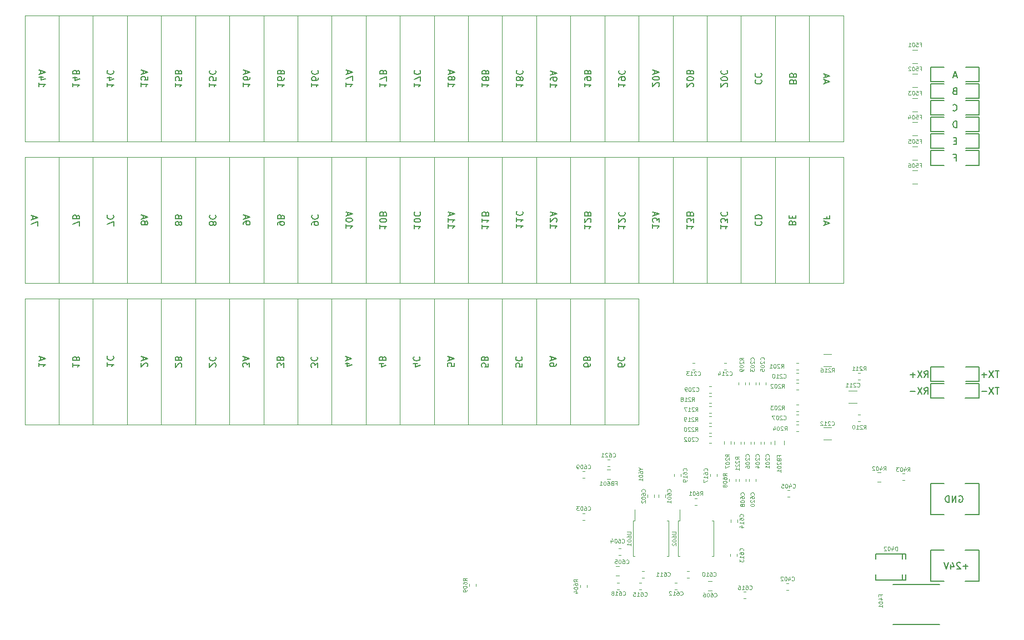
<source format=gbr>
G04 #@! TF.GenerationSoftware,KiCad,Pcbnew,5.1.4*
G04 #@! TF.CreationDate,2019-09-25T22:40:41+02:00*
G04 #@! TF.ProjectId,ETH6C20MUX,45544836-4332-4304-9d55-582e6b696361,rev?*
G04 #@! TF.SameCoordinates,Original*
G04 #@! TF.FileFunction,Legend,Bot*
G04 #@! TF.FilePolarity,Positive*
%FSLAX46Y46*%
G04 Gerber Fmt 4.6, Leading zero omitted, Abs format (unit mm)*
G04 Created by KiCad (PCBNEW 5.1.4) date 2019-09-25 22:40:41*
%MOMM*%
%LPD*%
G04 APERTURE LIST*
%ADD10C,0.150000*%
%ADD11C,0.120000*%
G04 APERTURE END LIST*
D10*
X207541714Y-101925380D02*
X207875047Y-101449190D01*
X208113142Y-101925380D02*
X208113142Y-100925380D01*
X207732190Y-100925380D01*
X207636952Y-100973000D01*
X207589333Y-101020619D01*
X207541714Y-101115857D01*
X207541714Y-101258714D01*
X207589333Y-101353952D01*
X207636952Y-101401571D01*
X207732190Y-101449190D01*
X208113142Y-101449190D01*
X207208380Y-100925380D02*
X206541714Y-101925380D01*
X206541714Y-100925380D02*
X207208380Y-101925380D01*
X206160761Y-101544428D02*
X205398857Y-101544428D01*
X207541714Y-99385380D02*
X207875047Y-98909190D01*
X208113142Y-99385380D02*
X208113142Y-98385380D01*
X207732190Y-98385380D01*
X207636952Y-98433000D01*
X207589333Y-98480619D01*
X207541714Y-98575857D01*
X207541714Y-98718714D01*
X207589333Y-98813952D01*
X207636952Y-98861571D01*
X207732190Y-98909190D01*
X208113142Y-98909190D01*
X207208380Y-98385380D02*
X206541714Y-99385380D01*
X206541714Y-98385380D02*
X207208380Y-99385380D01*
X206160761Y-99004428D02*
X205398857Y-99004428D01*
X205779809Y-99385380D02*
X205779809Y-98623476D01*
X218931952Y-100925380D02*
X218360523Y-100925380D01*
X218646238Y-101925380D02*
X218646238Y-100925380D01*
X218122428Y-100925380D02*
X217455761Y-101925380D01*
X217455761Y-100925380D02*
X218122428Y-101925380D01*
X217074809Y-101544428D02*
X216312904Y-101544428D01*
X218931952Y-98385380D02*
X218360523Y-98385380D01*
X218646238Y-99385380D02*
X218646238Y-98385380D01*
X218122428Y-98385380D02*
X217455761Y-99385380D01*
X217455761Y-98385380D02*
X218122428Y-99385380D01*
X217074809Y-99004428D02*
X216312904Y-99004428D01*
X216693857Y-99385380D02*
X216693857Y-98623476D01*
X215900000Y-99949000D02*
X213868000Y-99949000D01*
X215900000Y-97790000D02*
X215900000Y-99949000D01*
X213868000Y-97790000D02*
X215900000Y-97790000D01*
X215900000Y-102489000D02*
X213741000Y-102489000D01*
X215900000Y-100330000D02*
X215900000Y-102489000D01*
X213868000Y-100330000D02*
X215900000Y-100330000D01*
X208534000Y-97790000D02*
X210566000Y-97790000D01*
X208534000Y-99949000D02*
X208534000Y-97790000D01*
X210566000Y-99949000D02*
X208534000Y-99949000D01*
X208534000Y-100330000D02*
X210566000Y-100330000D01*
X208534000Y-102489000D02*
X208534000Y-100330000D01*
X210566000Y-102489000D02*
X208534000Y-102489000D01*
X212851904Y-117483000D02*
X212947142Y-117435380D01*
X213090000Y-117435380D01*
X213232857Y-117483000D01*
X213328095Y-117578238D01*
X213375714Y-117673476D01*
X213423333Y-117863952D01*
X213423333Y-118006809D01*
X213375714Y-118197285D01*
X213328095Y-118292523D01*
X213232857Y-118387761D01*
X213090000Y-118435380D01*
X212994761Y-118435380D01*
X212851904Y-118387761D01*
X212804285Y-118340142D01*
X212804285Y-118006809D01*
X212994761Y-118006809D01*
X212375714Y-118435380D02*
X212375714Y-117435380D01*
X211804285Y-118435380D01*
X211804285Y-117435380D01*
X211328095Y-118435380D02*
X211328095Y-117435380D01*
X211090000Y-117435380D01*
X210947142Y-117483000D01*
X210851904Y-117578238D01*
X210804285Y-117673476D01*
X210756666Y-117863952D01*
X210756666Y-118006809D01*
X210804285Y-118197285D01*
X210851904Y-118292523D01*
X210947142Y-118387761D01*
X211090000Y-118435380D01*
X211328095Y-118435380D01*
X214232904Y-128214428D02*
X213471000Y-128214428D01*
X213851952Y-128595380D02*
X213851952Y-127833476D01*
X213042428Y-127690619D02*
X212994809Y-127643000D01*
X212899571Y-127595380D01*
X212661476Y-127595380D01*
X212566238Y-127643000D01*
X212518619Y-127690619D01*
X212471000Y-127785857D01*
X212471000Y-127881095D01*
X212518619Y-128023952D01*
X213090047Y-128595380D01*
X212471000Y-128595380D01*
X211613857Y-127928714D02*
X211613857Y-128595380D01*
X211851952Y-127547761D02*
X212090047Y-128262047D01*
X211471000Y-128262047D01*
X211232904Y-127595380D02*
X210899571Y-128595380D01*
X210566238Y-127595380D01*
X208534000Y-115570000D02*
X210566000Y-115570000D01*
X208534000Y-120269000D02*
X208534000Y-115570000D01*
X210566000Y-120269000D02*
X208534000Y-120269000D01*
X215900000Y-115570000D02*
X215900000Y-120269000D01*
X215900000Y-120269000D02*
X213741000Y-120269000D01*
X213741000Y-115570000D02*
X215900000Y-115570000D01*
X215900000Y-130429000D02*
X213741000Y-130429000D01*
X215900000Y-125730000D02*
X215900000Y-130429000D01*
X213741000Y-125730000D02*
X215900000Y-125730000D01*
X208534000Y-130429000D02*
X208534000Y-125730000D01*
X208534000Y-125730000D02*
X210566000Y-125730000D01*
X210566000Y-130429000D02*
X208534000Y-130429000D01*
X72547619Y-97142857D02*
X72547619Y-97714285D01*
X72547619Y-97428571D02*
X73547619Y-97428571D01*
X73404761Y-97523809D01*
X73309523Y-97619047D01*
X73261904Y-97714285D01*
X72833333Y-96761904D02*
X72833333Y-96285714D01*
X72547619Y-96857142D02*
X73547619Y-96523809D01*
X72547619Y-96190476D01*
X77747619Y-97214285D02*
X77747619Y-97785714D01*
X77747619Y-97500000D02*
X78747619Y-97500000D01*
X78604761Y-97595238D01*
X78509523Y-97690476D01*
X78461904Y-97785714D01*
X78271428Y-96452380D02*
X78223809Y-96309523D01*
X78176190Y-96261904D01*
X78080952Y-96214285D01*
X77938095Y-96214285D01*
X77842857Y-96261904D01*
X77795238Y-96309523D01*
X77747619Y-96404761D01*
X77747619Y-96785714D01*
X78747619Y-96785714D01*
X78747619Y-96452380D01*
X78700000Y-96357142D01*
X78652380Y-96309523D01*
X78557142Y-96261904D01*
X78461904Y-96261904D01*
X78366666Y-96309523D01*
X78319047Y-96357142D01*
X78271428Y-96452380D01*
X78271428Y-96785714D01*
X82947619Y-97114285D02*
X82947619Y-97685714D01*
X82947619Y-97400000D02*
X83947619Y-97400000D01*
X83804761Y-97495238D01*
X83709523Y-97590476D01*
X83661904Y-97685714D01*
X83042857Y-96114285D02*
X82995238Y-96161904D01*
X82947619Y-96304761D01*
X82947619Y-96400000D01*
X82995238Y-96542857D01*
X83090476Y-96638095D01*
X83185714Y-96685714D01*
X83376190Y-96733333D01*
X83519047Y-96733333D01*
X83709523Y-96685714D01*
X83804761Y-96638095D01*
X83900000Y-96542857D01*
X83947619Y-96400000D01*
X83947619Y-96304761D01*
X83900000Y-96161904D01*
X83852380Y-96114285D01*
X89052380Y-97714285D02*
X89100000Y-97666666D01*
X89147619Y-97571428D01*
X89147619Y-97333333D01*
X89100000Y-97238095D01*
X89052380Y-97190476D01*
X88957142Y-97142857D01*
X88861904Y-97142857D01*
X88719047Y-97190476D01*
X88147619Y-97761904D01*
X88147619Y-97142857D01*
X88433333Y-96761904D02*
X88433333Y-96285714D01*
X88147619Y-96857142D02*
X89147619Y-96523809D01*
X88147619Y-96190476D01*
X94252380Y-97785714D02*
X94300000Y-97738095D01*
X94347619Y-97642857D01*
X94347619Y-97404761D01*
X94300000Y-97309523D01*
X94252380Y-97261904D01*
X94157142Y-97214285D01*
X94061904Y-97214285D01*
X93919047Y-97261904D01*
X93347619Y-97833333D01*
X93347619Y-97214285D01*
X93871428Y-96452380D02*
X93823809Y-96309523D01*
X93776190Y-96261904D01*
X93680952Y-96214285D01*
X93538095Y-96214285D01*
X93442857Y-96261904D01*
X93395238Y-96309523D01*
X93347619Y-96404761D01*
X93347619Y-96785714D01*
X94347619Y-96785714D01*
X94347619Y-96452380D01*
X94300000Y-96357142D01*
X94252380Y-96309523D01*
X94157142Y-96261904D01*
X94061904Y-96261904D01*
X93966666Y-96309523D01*
X93919047Y-96357142D01*
X93871428Y-96452380D01*
X93871428Y-96785714D01*
X99452380Y-97785714D02*
X99500000Y-97738095D01*
X99547619Y-97642857D01*
X99547619Y-97404761D01*
X99500000Y-97309523D01*
X99452380Y-97261904D01*
X99357142Y-97214285D01*
X99261904Y-97214285D01*
X99119047Y-97261904D01*
X98547619Y-97833333D01*
X98547619Y-97214285D01*
X98642857Y-96214285D02*
X98595238Y-96261904D01*
X98547619Y-96404761D01*
X98547619Y-96500000D01*
X98595238Y-96642857D01*
X98690476Y-96738095D01*
X98785714Y-96785714D01*
X98976190Y-96833333D01*
X99119047Y-96833333D01*
X99309523Y-96785714D01*
X99404761Y-96738095D01*
X99500000Y-96642857D01*
X99547619Y-96500000D01*
X99547619Y-96404761D01*
X99500000Y-96261904D01*
X99452380Y-96214285D01*
X104647619Y-97761904D02*
X104647619Y-97142857D01*
X104266666Y-97476190D01*
X104266666Y-97333333D01*
X104219047Y-97238095D01*
X104171428Y-97190476D01*
X104076190Y-97142857D01*
X103838095Y-97142857D01*
X103742857Y-97190476D01*
X103695238Y-97238095D01*
X103647619Y-97333333D01*
X103647619Y-97619047D01*
X103695238Y-97714285D01*
X103742857Y-97761904D01*
X103933333Y-96761904D02*
X103933333Y-96285714D01*
X103647619Y-96857142D02*
X104647619Y-96523809D01*
X103647619Y-96190476D01*
X109847619Y-97833333D02*
X109847619Y-97214285D01*
X109466666Y-97547619D01*
X109466666Y-97404761D01*
X109419047Y-97309523D01*
X109371428Y-97261904D01*
X109276190Y-97214285D01*
X109038095Y-97214285D01*
X108942857Y-97261904D01*
X108895238Y-97309523D01*
X108847619Y-97404761D01*
X108847619Y-97690476D01*
X108895238Y-97785714D01*
X108942857Y-97833333D01*
X109371428Y-96452380D02*
X109323809Y-96309523D01*
X109276190Y-96261904D01*
X109180952Y-96214285D01*
X109038095Y-96214285D01*
X108942857Y-96261904D01*
X108895238Y-96309523D01*
X108847619Y-96404761D01*
X108847619Y-96785714D01*
X109847619Y-96785714D01*
X109847619Y-96452380D01*
X109800000Y-96357142D01*
X109752380Y-96309523D01*
X109657142Y-96261904D01*
X109561904Y-96261904D01*
X109466666Y-96309523D01*
X109419047Y-96357142D01*
X109371428Y-96452380D01*
X109371428Y-96785714D01*
X115047619Y-97833333D02*
X115047619Y-97214285D01*
X114666666Y-97547619D01*
X114666666Y-97404761D01*
X114619047Y-97309523D01*
X114571428Y-97261904D01*
X114476190Y-97214285D01*
X114238095Y-97214285D01*
X114142857Y-97261904D01*
X114095238Y-97309523D01*
X114047619Y-97404761D01*
X114047619Y-97690476D01*
X114095238Y-97785714D01*
X114142857Y-97833333D01*
X114142857Y-96214285D02*
X114095238Y-96261904D01*
X114047619Y-96404761D01*
X114047619Y-96500000D01*
X114095238Y-96642857D01*
X114190476Y-96738095D01*
X114285714Y-96785714D01*
X114476190Y-96833333D01*
X114619047Y-96833333D01*
X114809523Y-96785714D01*
X114904761Y-96738095D01*
X115000000Y-96642857D01*
X115047619Y-96500000D01*
X115047619Y-96404761D01*
X115000000Y-96261904D01*
X114952380Y-96214285D01*
X119914285Y-97238095D02*
X119247619Y-97238095D01*
X120295238Y-97476190D02*
X119580952Y-97714285D01*
X119580952Y-97095238D01*
X119533333Y-96761904D02*
X119533333Y-96285714D01*
X119247619Y-96857142D02*
X120247619Y-96523809D01*
X119247619Y-96190476D01*
X125114285Y-97309523D02*
X124447619Y-97309523D01*
X125495238Y-97547619D02*
X124780952Y-97785714D01*
X124780952Y-97166666D01*
X124971428Y-96452380D02*
X124923809Y-96309523D01*
X124876190Y-96261904D01*
X124780952Y-96214285D01*
X124638095Y-96214285D01*
X124542857Y-96261904D01*
X124495238Y-96309523D01*
X124447619Y-96404761D01*
X124447619Y-96785714D01*
X125447619Y-96785714D01*
X125447619Y-96452380D01*
X125400000Y-96357142D01*
X125352380Y-96309523D01*
X125257142Y-96261904D01*
X125161904Y-96261904D01*
X125066666Y-96309523D01*
X125019047Y-96357142D01*
X124971428Y-96452380D01*
X124971428Y-96785714D01*
X130314285Y-97309523D02*
X129647619Y-97309523D01*
X130695238Y-97547619D02*
X129980952Y-97785714D01*
X129980952Y-97166666D01*
X129742857Y-96214285D02*
X129695238Y-96261904D01*
X129647619Y-96404761D01*
X129647619Y-96500000D01*
X129695238Y-96642857D01*
X129790476Y-96738095D01*
X129885714Y-96785714D01*
X130076190Y-96833333D01*
X130219047Y-96833333D01*
X130409523Y-96785714D01*
X130504761Y-96738095D01*
X130600000Y-96642857D01*
X130647619Y-96500000D01*
X130647619Y-96404761D01*
X130600000Y-96261904D01*
X130552380Y-96214285D01*
X135847619Y-97190476D02*
X135847619Y-97666666D01*
X135371428Y-97714285D01*
X135419047Y-97666666D01*
X135466666Y-97571428D01*
X135466666Y-97333333D01*
X135419047Y-97238095D01*
X135371428Y-97190476D01*
X135276190Y-97142857D01*
X135038095Y-97142857D01*
X134942857Y-97190476D01*
X134895238Y-97238095D01*
X134847619Y-97333333D01*
X134847619Y-97571428D01*
X134895238Y-97666666D01*
X134942857Y-97714285D01*
X135133333Y-96761904D02*
X135133333Y-96285714D01*
X134847619Y-96857142D02*
X135847619Y-96523809D01*
X134847619Y-96190476D01*
X141047619Y-97261904D02*
X141047619Y-97738095D01*
X140571428Y-97785714D01*
X140619047Y-97738095D01*
X140666666Y-97642857D01*
X140666666Y-97404761D01*
X140619047Y-97309523D01*
X140571428Y-97261904D01*
X140476190Y-97214285D01*
X140238095Y-97214285D01*
X140142857Y-97261904D01*
X140095238Y-97309523D01*
X140047619Y-97404761D01*
X140047619Y-97642857D01*
X140095238Y-97738095D01*
X140142857Y-97785714D01*
X140571428Y-96452380D02*
X140523809Y-96309523D01*
X140476190Y-96261904D01*
X140380952Y-96214285D01*
X140238095Y-96214285D01*
X140142857Y-96261904D01*
X140095238Y-96309523D01*
X140047619Y-96404761D01*
X140047619Y-96785714D01*
X141047619Y-96785714D01*
X141047619Y-96452380D01*
X141000000Y-96357142D01*
X140952380Y-96309523D01*
X140857142Y-96261904D01*
X140761904Y-96261904D01*
X140666666Y-96309523D01*
X140619047Y-96357142D01*
X140571428Y-96452380D01*
X140571428Y-96785714D01*
X146247619Y-97261904D02*
X146247619Y-97738095D01*
X145771428Y-97785714D01*
X145819047Y-97738095D01*
X145866666Y-97642857D01*
X145866666Y-97404761D01*
X145819047Y-97309523D01*
X145771428Y-97261904D01*
X145676190Y-97214285D01*
X145438095Y-97214285D01*
X145342857Y-97261904D01*
X145295238Y-97309523D01*
X145247619Y-97404761D01*
X145247619Y-97642857D01*
X145295238Y-97738095D01*
X145342857Y-97785714D01*
X145342857Y-96214285D02*
X145295238Y-96261904D01*
X145247619Y-96404761D01*
X145247619Y-96500000D01*
X145295238Y-96642857D01*
X145390476Y-96738095D01*
X145485714Y-96785714D01*
X145676190Y-96833333D01*
X145819047Y-96833333D01*
X146009523Y-96785714D01*
X146104761Y-96738095D01*
X146200000Y-96642857D01*
X146247619Y-96500000D01*
X146247619Y-96404761D01*
X146200000Y-96261904D01*
X146152380Y-96214285D01*
X151447619Y-97238095D02*
X151447619Y-97428571D01*
X151400000Y-97523809D01*
X151352380Y-97571428D01*
X151209523Y-97666666D01*
X151019047Y-97714285D01*
X150638095Y-97714285D01*
X150542857Y-97666666D01*
X150495238Y-97619047D01*
X150447619Y-97523809D01*
X150447619Y-97333333D01*
X150495238Y-97238095D01*
X150542857Y-97190476D01*
X150638095Y-97142857D01*
X150876190Y-97142857D01*
X150971428Y-97190476D01*
X151019047Y-97238095D01*
X151066666Y-97333333D01*
X151066666Y-97523809D01*
X151019047Y-97619047D01*
X150971428Y-97666666D01*
X150876190Y-97714285D01*
X150733333Y-96761904D02*
X150733333Y-96285714D01*
X150447619Y-96857142D02*
X151447619Y-96523809D01*
X150447619Y-96190476D01*
X156647619Y-97309523D02*
X156647619Y-97500000D01*
X156600000Y-97595238D01*
X156552380Y-97642857D01*
X156409523Y-97738095D01*
X156219047Y-97785714D01*
X155838095Y-97785714D01*
X155742857Y-97738095D01*
X155695238Y-97690476D01*
X155647619Y-97595238D01*
X155647619Y-97404761D01*
X155695238Y-97309523D01*
X155742857Y-97261904D01*
X155838095Y-97214285D01*
X156076190Y-97214285D01*
X156171428Y-97261904D01*
X156219047Y-97309523D01*
X156266666Y-97404761D01*
X156266666Y-97595238D01*
X156219047Y-97690476D01*
X156171428Y-97738095D01*
X156076190Y-97785714D01*
X156171428Y-96452380D02*
X156123809Y-96309523D01*
X156076190Y-96261904D01*
X155980952Y-96214285D01*
X155838095Y-96214285D01*
X155742857Y-96261904D01*
X155695238Y-96309523D01*
X155647619Y-96404761D01*
X155647619Y-96785714D01*
X156647619Y-96785714D01*
X156647619Y-96452380D01*
X156600000Y-96357142D01*
X156552380Y-96309523D01*
X156457142Y-96261904D01*
X156361904Y-96261904D01*
X156266666Y-96309523D01*
X156219047Y-96357142D01*
X156171428Y-96452380D01*
X156171428Y-96785714D01*
X161847619Y-97309523D02*
X161847619Y-97500000D01*
X161800000Y-97595238D01*
X161752380Y-97642857D01*
X161609523Y-97738095D01*
X161419047Y-97785714D01*
X161038095Y-97785714D01*
X160942857Y-97738095D01*
X160895238Y-97690476D01*
X160847619Y-97595238D01*
X160847619Y-97404761D01*
X160895238Y-97309523D01*
X160942857Y-97261904D01*
X161038095Y-97214285D01*
X161276190Y-97214285D01*
X161371428Y-97261904D01*
X161419047Y-97309523D01*
X161466666Y-97404761D01*
X161466666Y-97595238D01*
X161419047Y-97690476D01*
X161371428Y-97738095D01*
X161276190Y-97785714D01*
X160942857Y-96214285D02*
X160895238Y-96261904D01*
X160847619Y-96404761D01*
X160847619Y-96500000D01*
X160895238Y-96642857D01*
X160990476Y-96738095D01*
X161085714Y-96785714D01*
X161276190Y-96833333D01*
X161419047Y-96833333D01*
X161609523Y-96785714D01*
X161704761Y-96738095D01*
X161800000Y-96642857D01*
X161847619Y-96500000D01*
X161847619Y-96404761D01*
X161800000Y-96261904D01*
X161752380Y-96214285D01*
X72347619Y-76261904D02*
X72347619Y-75595238D01*
X71347619Y-76023809D01*
X71633333Y-75261904D02*
X71633333Y-74785714D01*
X71347619Y-75357142D02*
X72347619Y-75023809D01*
X71347619Y-74690476D01*
X78747619Y-76233333D02*
X78747619Y-75566666D01*
X77747619Y-75995238D01*
X78271428Y-74852380D02*
X78223809Y-74709523D01*
X78176190Y-74661904D01*
X78080952Y-74614285D01*
X77938095Y-74614285D01*
X77842857Y-74661904D01*
X77795238Y-74709523D01*
X77747619Y-74804761D01*
X77747619Y-75185714D01*
X78747619Y-75185714D01*
X78747619Y-74852380D01*
X78700000Y-74757142D01*
X78652380Y-74709523D01*
X78557142Y-74661904D01*
X78461904Y-74661904D01*
X78366666Y-74709523D01*
X78319047Y-74757142D01*
X78271428Y-74852380D01*
X78271428Y-75185714D01*
X83947619Y-76233333D02*
X83947619Y-75566666D01*
X82947619Y-75995238D01*
X83042857Y-74614285D02*
X82995238Y-74661904D01*
X82947619Y-74804761D01*
X82947619Y-74900000D01*
X82995238Y-75042857D01*
X83090476Y-75138095D01*
X83185714Y-75185714D01*
X83376190Y-75233333D01*
X83519047Y-75233333D01*
X83709523Y-75185714D01*
X83804761Y-75138095D01*
X83900000Y-75042857D01*
X83947619Y-74900000D01*
X83947619Y-74804761D01*
X83900000Y-74661904D01*
X83852380Y-74614285D01*
X88719047Y-75923809D02*
X88766666Y-76019047D01*
X88814285Y-76066666D01*
X88909523Y-76114285D01*
X88957142Y-76114285D01*
X89052380Y-76066666D01*
X89100000Y-76019047D01*
X89147619Y-75923809D01*
X89147619Y-75733333D01*
X89100000Y-75638095D01*
X89052380Y-75590476D01*
X88957142Y-75542857D01*
X88909523Y-75542857D01*
X88814285Y-75590476D01*
X88766666Y-75638095D01*
X88719047Y-75733333D01*
X88719047Y-75923809D01*
X88671428Y-76019047D01*
X88623809Y-76066666D01*
X88528571Y-76114285D01*
X88338095Y-76114285D01*
X88242857Y-76066666D01*
X88195238Y-76019047D01*
X88147619Y-75923809D01*
X88147619Y-75733333D01*
X88195238Y-75638095D01*
X88242857Y-75590476D01*
X88338095Y-75542857D01*
X88528571Y-75542857D01*
X88623809Y-75590476D01*
X88671428Y-75638095D01*
X88719047Y-75733333D01*
X88433333Y-75161904D02*
X88433333Y-74685714D01*
X88147619Y-75257142D02*
X89147619Y-74923809D01*
X88147619Y-74590476D01*
X93919047Y-75995238D02*
X93966666Y-76090476D01*
X94014285Y-76138095D01*
X94109523Y-76185714D01*
X94157142Y-76185714D01*
X94252380Y-76138095D01*
X94300000Y-76090476D01*
X94347619Y-75995238D01*
X94347619Y-75804761D01*
X94300000Y-75709523D01*
X94252380Y-75661904D01*
X94157142Y-75614285D01*
X94109523Y-75614285D01*
X94014285Y-75661904D01*
X93966666Y-75709523D01*
X93919047Y-75804761D01*
X93919047Y-75995238D01*
X93871428Y-76090476D01*
X93823809Y-76138095D01*
X93728571Y-76185714D01*
X93538095Y-76185714D01*
X93442857Y-76138095D01*
X93395238Y-76090476D01*
X93347619Y-75995238D01*
X93347619Y-75804761D01*
X93395238Y-75709523D01*
X93442857Y-75661904D01*
X93538095Y-75614285D01*
X93728571Y-75614285D01*
X93823809Y-75661904D01*
X93871428Y-75709523D01*
X93919047Y-75804761D01*
X93871428Y-74852380D02*
X93823809Y-74709523D01*
X93776190Y-74661904D01*
X93680952Y-74614285D01*
X93538095Y-74614285D01*
X93442857Y-74661904D01*
X93395238Y-74709523D01*
X93347619Y-74804761D01*
X93347619Y-75185714D01*
X94347619Y-75185714D01*
X94347619Y-74852380D01*
X94300000Y-74757142D01*
X94252380Y-74709523D01*
X94157142Y-74661904D01*
X94061904Y-74661904D01*
X93966666Y-74709523D01*
X93919047Y-74757142D01*
X93871428Y-74852380D01*
X93871428Y-75185714D01*
X99119047Y-75995238D02*
X99166666Y-76090476D01*
X99214285Y-76138095D01*
X99309523Y-76185714D01*
X99357142Y-76185714D01*
X99452380Y-76138095D01*
X99500000Y-76090476D01*
X99547619Y-75995238D01*
X99547619Y-75804761D01*
X99500000Y-75709523D01*
X99452380Y-75661904D01*
X99357142Y-75614285D01*
X99309523Y-75614285D01*
X99214285Y-75661904D01*
X99166666Y-75709523D01*
X99119047Y-75804761D01*
X99119047Y-75995238D01*
X99071428Y-76090476D01*
X99023809Y-76138095D01*
X98928571Y-76185714D01*
X98738095Y-76185714D01*
X98642857Y-76138095D01*
X98595238Y-76090476D01*
X98547619Y-75995238D01*
X98547619Y-75804761D01*
X98595238Y-75709523D01*
X98642857Y-75661904D01*
X98738095Y-75614285D01*
X98928571Y-75614285D01*
X99023809Y-75661904D01*
X99071428Y-75709523D01*
X99119047Y-75804761D01*
X98642857Y-74614285D02*
X98595238Y-74661904D01*
X98547619Y-74804761D01*
X98547619Y-74900000D01*
X98595238Y-75042857D01*
X98690476Y-75138095D01*
X98785714Y-75185714D01*
X98976190Y-75233333D01*
X99119047Y-75233333D01*
X99309523Y-75185714D01*
X99404761Y-75138095D01*
X99500000Y-75042857D01*
X99547619Y-74900000D01*
X99547619Y-74804761D01*
X99500000Y-74661904D01*
X99452380Y-74614285D01*
X103747619Y-76019047D02*
X103747619Y-75828571D01*
X103795238Y-75733333D01*
X103842857Y-75685714D01*
X103985714Y-75590476D01*
X104176190Y-75542857D01*
X104557142Y-75542857D01*
X104652380Y-75590476D01*
X104700000Y-75638095D01*
X104747619Y-75733333D01*
X104747619Y-75923809D01*
X104700000Y-76019047D01*
X104652380Y-76066666D01*
X104557142Y-76114285D01*
X104319047Y-76114285D01*
X104223809Y-76066666D01*
X104176190Y-76019047D01*
X104128571Y-75923809D01*
X104128571Y-75733333D01*
X104176190Y-75638095D01*
X104223809Y-75590476D01*
X104319047Y-75542857D01*
X104033333Y-75161904D02*
X104033333Y-74685714D01*
X103747619Y-75257142D02*
X104747619Y-74923809D01*
X103747619Y-74590476D01*
X108947619Y-76090476D02*
X108947619Y-75900000D01*
X108995238Y-75804761D01*
X109042857Y-75757142D01*
X109185714Y-75661904D01*
X109376190Y-75614285D01*
X109757142Y-75614285D01*
X109852380Y-75661904D01*
X109900000Y-75709523D01*
X109947619Y-75804761D01*
X109947619Y-75995238D01*
X109900000Y-76090476D01*
X109852380Y-76138095D01*
X109757142Y-76185714D01*
X109519047Y-76185714D01*
X109423809Y-76138095D01*
X109376190Y-76090476D01*
X109328571Y-75995238D01*
X109328571Y-75804761D01*
X109376190Y-75709523D01*
X109423809Y-75661904D01*
X109519047Y-75614285D01*
X109471428Y-74852380D02*
X109423809Y-74709523D01*
X109376190Y-74661904D01*
X109280952Y-74614285D01*
X109138095Y-74614285D01*
X109042857Y-74661904D01*
X108995238Y-74709523D01*
X108947619Y-74804761D01*
X108947619Y-75185714D01*
X109947619Y-75185714D01*
X109947619Y-74852380D01*
X109900000Y-74757142D01*
X109852380Y-74709523D01*
X109757142Y-74661904D01*
X109661904Y-74661904D01*
X109566666Y-74709523D01*
X109519047Y-74757142D01*
X109471428Y-74852380D01*
X109471428Y-75185714D01*
X114147619Y-76090476D02*
X114147619Y-75900000D01*
X114195238Y-75804761D01*
X114242857Y-75757142D01*
X114385714Y-75661904D01*
X114576190Y-75614285D01*
X114957142Y-75614285D01*
X115052380Y-75661904D01*
X115100000Y-75709523D01*
X115147619Y-75804761D01*
X115147619Y-75995238D01*
X115100000Y-76090476D01*
X115052380Y-76138095D01*
X114957142Y-76185714D01*
X114719047Y-76185714D01*
X114623809Y-76138095D01*
X114576190Y-76090476D01*
X114528571Y-75995238D01*
X114528571Y-75804761D01*
X114576190Y-75709523D01*
X114623809Y-75661904D01*
X114719047Y-75614285D01*
X114242857Y-74614285D02*
X114195238Y-74661904D01*
X114147619Y-74804761D01*
X114147619Y-74900000D01*
X114195238Y-75042857D01*
X114290476Y-75138095D01*
X114385714Y-75185714D01*
X114576190Y-75233333D01*
X114719047Y-75233333D01*
X114909523Y-75185714D01*
X115004761Y-75138095D01*
X115100000Y-75042857D01*
X115147619Y-74900000D01*
X115147619Y-74804761D01*
X115100000Y-74661904D01*
X115052380Y-74614285D01*
X119347619Y-76019047D02*
X119347619Y-76590476D01*
X119347619Y-76304761D02*
X120347619Y-76304761D01*
X120204761Y-76400000D01*
X120109523Y-76495238D01*
X120061904Y-76590476D01*
X120347619Y-75400000D02*
X120347619Y-75304761D01*
X120300000Y-75209523D01*
X120252380Y-75161904D01*
X120157142Y-75114285D01*
X119966666Y-75066666D01*
X119728571Y-75066666D01*
X119538095Y-75114285D01*
X119442857Y-75161904D01*
X119395238Y-75209523D01*
X119347619Y-75304761D01*
X119347619Y-75400000D01*
X119395238Y-75495238D01*
X119442857Y-75542857D01*
X119538095Y-75590476D01*
X119728571Y-75638095D01*
X119966666Y-75638095D01*
X120157142Y-75590476D01*
X120252380Y-75542857D01*
X120300000Y-75495238D01*
X120347619Y-75400000D01*
X119633333Y-74685714D02*
X119633333Y-74209523D01*
X119347619Y-74780952D02*
X120347619Y-74447619D01*
X119347619Y-74114285D01*
X124547619Y-76090476D02*
X124547619Y-76661904D01*
X124547619Y-76376190D02*
X125547619Y-76376190D01*
X125404761Y-76471428D01*
X125309523Y-76566666D01*
X125261904Y-76661904D01*
X125547619Y-75471428D02*
X125547619Y-75376190D01*
X125500000Y-75280952D01*
X125452380Y-75233333D01*
X125357142Y-75185714D01*
X125166666Y-75138095D01*
X124928571Y-75138095D01*
X124738095Y-75185714D01*
X124642857Y-75233333D01*
X124595238Y-75280952D01*
X124547619Y-75376190D01*
X124547619Y-75471428D01*
X124595238Y-75566666D01*
X124642857Y-75614285D01*
X124738095Y-75661904D01*
X124928571Y-75709523D01*
X125166666Y-75709523D01*
X125357142Y-75661904D01*
X125452380Y-75614285D01*
X125500000Y-75566666D01*
X125547619Y-75471428D01*
X125071428Y-74376190D02*
X125023809Y-74233333D01*
X124976190Y-74185714D01*
X124880952Y-74138095D01*
X124738095Y-74138095D01*
X124642857Y-74185714D01*
X124595238Y-74233333D01*
X124547619Y-74328571D01*
X124547619Y-74709523D01*
X125547619Y-74709523D01*
X125547619Y-74376190D01*
X125500000Y-74280952D01*
X125452380Y-74233333D01*
X125357142Y-74185714D01*
X125261904Y-74185714D01*
X125166666Y-74233333D01*
X125119047Y-74280952D01*
X125071428Y-74376190D01*
X125071428Y-74709523D01*
X129747619Y-76090476D02*
X129747619Y-76661904D01*
X129747619Y-76376190D02*
X130747619Y-76376190D01*
X130604761Y-76471428D01*
X130509523Y-76566666D01*
X130461904Y-76661904D01*
X130747619Y-75471428D02*
X130747619Y-75376190D01*
X130700000Y-75280952D01*
X130652380Y-75233333D01*
X130557142Y-75185714D01*
X130366666Y-75138095D01*
X130128571Y-75138095D01*
X129938095Y-75185714D01*
X129842857Y-75233333D01*
X129795238Y-75280952D01*
X129747619Y-75376190D01*
X129747619Y-75471428D01*
X129795238Y-75566666D01*
X129842857Y-75614285D01*
X129938095Y-75661904D01*
X130128571Y-75709523D01*
X130366666Y-75709523D01*
X130557142Y-75661904D01*
X130652380Y-75614285D01*
X130700000Y-75566666D01*
X130747619Y-75471428D01*
X129842857Y-74138095D02*
X129795238Y-74185714D01*
X129747619Y-74328571D01*
X129747619Y-74423809D01*
X129795238Y-74566666D01*
X129890476Y-74661904D01*
X129985714Y-74709523D01*
X130176190Y-74757142D01*
X130319047Y-74757142D01*
X130509523Y-74709523D01*
X130604761Y-74661904D01*
X130700000Y-74566666D01*
X130747619Y-74423809D01*
X130747619Y-74328571D01*
X130700000Y-74185714D01*
X130652380Y-74138095D01*
X134947619Y-76019047D02*
X134947619Y-76590476D01*
X134947619Y-76304761D02*
X135947619Y-76304761D01*
X135804761Y-76400000D01*
X135709523Y-76495238D01*
X135661904Y-76590476D01*
X134947619Y-75066666D02*
X134947619Y-75638095D01*
X134947619Y-75352380D02*
X135947619Y-75352380D01*
X135804761Y-75447619D01*
X135709523Y-75542857D01*
X135661904Y-75638095D01*
X135233333Y-74685714D02*
X135233333Y-74209523D01*
X134947619Y-74780952D02*
X135947619Y-74447619D01*
X134947619Y-74114285D01*
X140147619Y-76090476D02*
X140147619Y-76661904D01*
X140147619Y-76376190D02*
X141147619Y-76376190D01*
X141004761Y-76471428D01*
X140909523Y-76566666D01*
X140861904Y-76661904D01*
X140147619Y-75138095D02*
X140147619Y-75709523D01*
X140147619Y-75423809D02*
X141147619Y-75423809D01*
X141004761Y-75519047D01*
X140909523Y-75614285D01*
X140861904Y-75709523D01*
X140671428Y-74376190D02*
X140623809Y-74233333D01*
X140576190Y-74185714D01*
X140480952Y-74138095D01*
X140338095Y-74138095D01*
X140242857Y-74185714D01*
X140195238Y-74233333D01*
X140147619Y-74328571D01*
X140147619Y-74709523D01*
X141147619Y-74709523D01*
X141147619Y-74376190D01*
X141100000Y-74280952D01*
X141052380Y-74233333D01*
X140957142Y-74185714D01*
X140861904Y-74185714D01*
X140766666Y-74233333D01*
X140719047Y-74280952D01*
X140671428Y-74376190D01*
X140671428Y-74709523D01*
X145347619Y-75990476D02*
X145347619Y-76561904D01*
X145347619Y-76276190D02*
X146347619Y-76276190D01*
X146204761Y-76371428D01*
X146109523Y-76466666D01*
X146061904Y-76561904D01*
X145347619Y-75038095D02*
X145347619Y-75609523D01*
X145347619Y-75323809D02*
X146347619Y-75323809D01*
X146204761Y-75419047D01*
X146109523Y-75514285D01*
X146061904Y-75609523D01*
X145442857Y-74038095D02*
X145395238Y-74085714D01*
X145347619Y-74228571D01*
X145347619Y-74323809D01*
X145395238Y-74466666D01*
X145490476Y-74561904D01*
X145585714Y-74609523D01*
X145776190Y-74657142D01*
X145919047Y-74657142D01*
X146109523Y-74609523D01*
X146204761Y-74561904D01*
X146300000Y-74466666D01*
X146347619Y-74323809D01*
X146347619Y-74228571D01*
X146300000Y-74085714D01*
X146252380Y-74038095D01*
X150547619Y-76019047D02*
X150547619Y-76590476D01*
X150547619Y-76304761D02*
X151547619Y-76304761D01*
X151404761Y-76400000D01*
X151309523Y-76495238D01*
X151261904Y-76590476D01*
X151452380Y-75638095D02*
X151500000Y-75590476D01*
X151547619Y-75495238D01*
X151547619Y-75257142D01*
X151500000Y-75161904D01*
X151452380Y-75114285D01*
X151357142Y-75066666D01*
X151261904Y-75066666D01*
X151119047Y-75114285D01*
X150547619Y-75685714D01*
X150547619Y-75066666D01*
X150833333Y-74685714D02*
X150833333Y-74209523D01*
X150547619Y-74780952D02*
X151547619Y-74447619D01*
X150547619Y-74114285D01*
X155747619Y-76090476D02*
X155747619Y-76661904D01*
X155747619Y-76376190D02*
X156747619Y-76376190D01*
X156604761Y-76471428D01*
X156509523Y-76566666D01*
X156461904Y-76661904D01*
X156652380Y-75709523D02*
X156700000Y-75661904D01*
X156747619Y-75566666D01*
X156747619Y-75328571D01*
X156700000Y-75233333D01*
X156652380Y-75185714D01*
X156557142Y-75138095D01*
X156461904Y-75138095D01*
X156319047Y-75185714D01*
X155747619Y-75757142D01*
X155747619Y-75138095D01*
X156271428Y-74376190D02*
X156223809Y-74233333D01*
X156176190Y-74185714D01*
X156080952Y-74138095D01*
X155938095Y-74138095D01*
X155842857Y-74185714D01*
X155795238Y-74233333D01*
X155747619Y-74328571D01*
X155747619Y-74709523D01*
X156747619Y-74709523D01*
X156747619Y-74376190D01*
X156700000Y-74280952D01*
X156652380Y-74233333D01*
X156557142Y-74185714D01*
X156461904Y-74185714D01*
X156366666Y-74233333D01*
X156319047Y-74280952D01*
X156271428Y-74376190D01*
X156271428Y-74709523D01*
X160947619Y-76090476D02*
X160947619Y-76661904D01*
X160947619Y-76376190D02*
X161947619Y-76376190D01*
X161804761Y-76471428D01*
X161709523Y-76566666D01*
X161661904Y-76661904D01*
X161852380Y-75709523D02*
X161900000Y-75661904D01*
X161947619Y-75566666D01*
X161947619Y-75328571D01*
X161900000Y-75233333D01*
X161852380Y-75185714D01*
X161757142Y-75138095D01*
X161661904Y-75138095D01*
X161519047Y-75185714D01*
X160947619Y-75757142D01*
X160947619Y-75138095D01*
X161042857Y-74138095D02*
X160995238Y-74185714D01*
X160947619Y-74328571D01*
X160947619Y-74423809D01*
X160995238Y-74566666D01*
X161090476Y-74661904D01*
X161185714Y-74709523D01*
X161376190Y-74757142D01*
X161519047Y-74757142D01*
X161709523Y-74709523D01*
X161804761Y-74661904D01*
X161900000Y-74566666D01*
X161947619Y-74423809D01*
X161947619Y-74328571D01*
X161900000Y-74185714D01*
X161852380Y-74138095D01*
X166147619Y-76019047D02*
X166147619Y-76590476D01*
X166147619Y-76304761D02*
X167147619Y-76304761D01*
X167004761Y-76400000D01*
X166909523Y-76495238D01*
X166861904Y-76590476D01*
X167147619Y-75685714D02*
X167147619Y-75066666D01*
X166766666Y-75400000D01*
X166766666Y-75257142D01*
X166719047Y-75161904D01*
X166671428Y-75114285D01*
X166576190Y-75066666D01*
X166338095Y-75066666D01*
X166242857Y-75114285D01*
X166195238Y-75161904D01*
X166147619Y-75257142D01*
X166147619Y-75542857D01*
X166195238Y-75638095D01*
X166242857Y-75685714D01*
X166433333Y-74685714D02*
X166433333Y-74209523D01*
X166147619Y-74780952D02*
X167147619Y-74447619D01*
X166147619Y-74114285D01*
X171347619Y-76090476D02*
X171347619Y-76661904D01*
X171347619Y-76376190D02*
X172347619Y-76376190D01*
X172204761Y-76471428D01*
X172109523Y-76566666D01*
X172061904Y-76661904D01*
X172347619Y-75757142D02*
X172347619Y-75138095D01*
X171966666Y-75471428D01*
X171966666Y-75328571D01*
X171919047Y-75233333D01*
X171871428Y-75185714D01*
X171776190Y-75138095D01*
X171538095Y-75138095D01*
X171442857Y-75185714D01*
X171395238Y-75233333D01*
X171347619Y-75328571D01*
X171347619Y-75614285D01*
X171395238Y-75709523D01*
X171442857Y-75757142D01*
X171871428Y-74376190D02*
X171823809Y-74233333D01*
X171776190Y-74185714D01*
X171680952Y-74138095D01*
X171538095Y-74138095D01*
X171442857Y-74185714D01*
X171395238Y-74233333D01*
X171347619Y-74328571D01*
X171347619Y-74709523D01*
X172347619Y-74709523D01*
X172347619Y-74376190D01*
X172300000Y-74280952D01*
X172252380Y-74233333D01*
X172157142Y-74185714D01*
X172061904Y-74185714D01*
X171966666Y-74233333D01*
X171919047Y-74280952D01*
X171871428Y-74376190D01*
X171871428Y-74709523D01*
X176547619Y-76090476D02*
X176547619Y-76661904D01*
X176547619Y-76376190D02*
X177547619Y-76376190D01*
X177404761Y-76471428D01*
X177309523Y-76566666D01*
X177261904Y-76661904D01*
X177547619Y-75757142D02*
X177547619Y-75138095D01*
X177166666Y-75471428D01*
X177166666Y-75328571D01*
X177119047Y-75233333D01*
X177071428Y-75185714D01*
X176976190Y-75138095D01*
X176738095Y-75138095D01*
X176642857Y-75185714D01*
X176595238Y-75233333D01*
X176547619Y-75328571D01*
X176547619Y-75614285D01*
X176595238Y-75709523D01*
X176642857Y-75757142D01*
X176642857Y-74138095D02*
X176595238Y-74185714D01*
X176547619Y-74328571D01*
X176547619Y-74423809D01*
X176595238Y-74566666D01*
X176690476Y-74661904D01*
X176785714Y-74709523D01*
X176976190Y-74757142D01*
X177119047Y-74757142D01*
X177309523Y-74709523D01*
X177404761Y-74661904D01*
X177500000Y-74566666D01*
X177547619Y-74423809D01*
X177547619Y-74328571D01*
X177500000Y-74185714D01*
X177452380Y-74138095D01*
X181842857Y-75590476D02*
X181795238Y-75638095D01*
X181747619Y-75780952D01*
X181747619Y-75876190D01*
X181795238Y-76019047D01*
X181890476Y-76114285D01*
X181985714Y-76161904D01*
X182176190Y-76209523D01*
X182319047Y-76209523D01*
X182509523Y-76161904D01*
X182604761Y-76114285D01*
X182700000Y-76019047D01*
X182747619Y-75876190D01*
X182747619Y-75780952D01*
X182700000Y-75638095D01*
X182652380Y-75590476D01*
X181747619Y-75161904D02*
X182747619Y-75161904D01*
X182747619Y-74923809D01*
X182700000Y-74780952D01*
X182604761Y-74685714D01*
X182509523Y-74638095D01*
X182319047Y-74590476D01*
X182176190Y-74590476D01*
X181985714Y-74638095D01*
X181890476Y-74685714D01*
X181795238Y-74780952D01*
X181747619Y-74923809D01*
X181747619Y-75161904D01*
X187471428Y-75780952D02*
X187423809Y-75638095D01*
X187376190Y-75590476D01*
X187280952Y-75542857D01*
X187138095Y-75542857D01*
X187042857Y-75590476D01*
X186995238Y-75638095D01*
X186947619Y-75733333D01*
X186947619Y-76114285D01*
X187947619Y-76114285D01*
X187947619Y-75780952D01*
X187900000Y-75685714D01*
X187852380Y-75638095D01*
X187757142Y-75590476D01*
X187661904Y-75590476D01*
X187566666Y-75638095D01*
X187519047Y-75685714D01*
X187471428Y-75780952D01*
X187471428Y-76114285D01*
X187471428Y-75114285D02*
X187471428Y-74780952D01*
X186947619Y-74638095D02*
X186947619Y-75114285D01*
X187947619Y-75114285D01*
X187947619Y-74638095D01*
X192433333Y-76066666D02*
X192433333Y-75590476D01*
X192147619Y-76161904D02*
X193147619Y-75828571D01*
X192147619Y-75495238D01*
X192671428Y-74828571D02*
X192671428Y-75161904D01*
X192147619Y-75161904D02*
X193147619Y-75161904D01*
X193147619Y-74685714D01*
X72547619Y-54419047D02*
X72547619Y-54990476D01*
X72547619Y-54704761D02*
X73547619Y-54704761D01*
X73404761Y-54800000D01*
X73309523Y-54895238D01*
X73261904Y-54990476D01*
X73214285Y-53561904D02*
X72547619Y-53561904D01*
X73595238Y-53800000D02*
X72880952Y-54038095D01*
X72880952Y-53419047D01*
X72833333Y-53085714D02*
X72833333Y-52609523D01*
X72547619Y-53180952D02*
X73547619Y-52847619D01*
X72547619Y-52514285D01*
X77747619Y-54490476D02*
X77747619Y-55061904D01*
X77747619Y-54776190D02*
X78747619Y-54776190D01*
X78604761Y-54871428D01*
X78509523Y-54966666D01*
X78461904Y-55061904D01*
X78414285Y-53633333D02*
X77747619Y-53633333D01*
X78795238Y-53871428D02*
X78080952Y-54109523D01*
X78080952Y-53490476D01*
X78271428Y-52776190D02*
X78223809Y-52633333D01*
X78176190Y-52585714D01*
X78080952Y-52538095D01*
X77938095Y-52538095D01*
X77842857Y-52585714D01*
X77795238Y-52633333D01*
X77747619Y-52728571D01*
X77747619Y-53109523D01*
X78747619Y-53109523D01*
X78747619Y-52776190D01*
X78700000Y-52680952D01*
X78652380Y-52633333D01*
X78557142Y-52585714D01*
X78461904Y-52585714D01*
X78366666Y-52633333D01*
X78319047Y-52680952D01*
X78271428Y-52776190D01*
X78271428Y-53109523D01*
X82947619Y-54490476D02*
X82947619Y-55061904D01*
X82947619Y-54776190D02*
X83947619Y-54776190D01*
X83804761Y-54871428D01*
X83709523Y-54966666D01*
X83661904Y-55061904D01*
X83614285Y-53633333D02*
X82947619Y-53633333D01*
X83995238Y-53871428D02*
X83280952Y-54109523D01*
X83280952Y-53490476D01*
X83042857Y-52538095D02*
X82995238Y-52585714D01*
X82947619Y-52728571D01*
X82947619Y-52823809D01*
X82995238Y-52966666D01*
X83090476Y-53061904D01*
X83185714Y-53109523D01*
X83376190Y-53157142D01*
X83519047Y-53157142D01*
X83709523Y-53109523D01*
X83804761Y-53061904D01*
X83900000Y-52966666D01*
X83947619Y-52823809D01*
X83947619Y-52728571D01*
X83900000Y-52585714D01*
X83852380Y-52538095D01*
X88147619Y-54419047D02*
X88147619Y-54990476D01*
X88147619Y-54704761D02*
X89147619Y-54704761D01*
X89004761Y-54800000D01*
X88909523Y-54895238D01*
X88861904Y-54990476D01*
X89147619Y-53514285D02*
X89147619Y-53990476D01*
X88671428Y-54038095D01*
X88719047Y-53990476D01*
X88766666Y-53895238D01*
X88766666Y-53657142D01*
X88719047Y-53561904D01*
X88671428Y-53514285D01*
X88576190Y-53466666D01*
X88338095Y-53466666D01*
X88242857Y-53514285D01*
X88195238Y-53561904D01*
X88147619Y-53657142D01*
X88147619Y-53895238D01*
X88195238Y-53990476D01*
X88242857Y-54038095D01*
X88433333Y-53085714D02*
X88433333Y-52609523D01*
X88147619Y-53180952D02*
X89147619Y-52847619D01*
X88147619Y-52514285D01*
X93347619Y-54490476D02*
X93347619Y-55061904D01*
X93347619Y-54776190D02*
X94347619Y-54776190D01*
X94204761Y-54871428D01*
X94109523Y-54966666D01*
X94061904Y-55061904D01*
X94347619Y-53585714D02*
X94347619Y-54061904D01*
X93871428Y-54109523D01*
X93919047Y-54061904D01*
X93966666Y-53966666D01*
X93966666Y-53728571D01*
X93919047Y-53633333D01*
X93871428Y-53585714D01*
X93776190Y-53538095D01*
X93538095Y-53538095D01*
X93442857Y-53585714D01*
X93395238Y-53633333D01*
X93347619Y-53728571D01*
X93347619Y-53966666D01*
X93395238Y-54061904D01*
X93442857Y-54109523D01*
X93871428Y-52776190D02*
X93823809Y-52633333D01*
X93776190Y-52585714D01*
X93680952Y-52538095D01*
X93538095Y-52538095D01*
X93442857Y-52585714D01*
X93395238Y-52633333D01*
X93347619Y-52728571D01*
X93347619Y-53109523D01*
X94347619Y-53109523D01*
X94347619Y-52776190D01*
X94300000Y-52680952D01*
X94252380Y-52633333D01*
X94157142Y-52585714D01*
X94061904Y-52585714D01*
X93966666Y-52633333D01*
X93919047Y-52680952D01*
X93871428Y-52776190D01*
X93871428Y-53109523D01*
X98547619Y-54490476D02*
X98547619Y-55061904D01*
X98547619Y-54776190D02*
X99547619Y-54776190D01*
X99404761Y-54871428D01*
X99309523Y-54966666D01*
X99261904Y-55061904D01*
X99547619Y-53585714D02*
X99547619Y-54061904D01*
X99071428Y-54109523D01*
X99119047Y-54061904D01*
X99166666Y-53966666D01*
X99166666Y-53728571D01*
X99119047Y-53633333D01*
X99071428Y-53585714D01*
X98976190Y-53538095D01*
X98738095Y-53538095D01*
X98642857Y-53585714D01*
X98595238Y-53633333D01*
X98547619Y-53728571D01*
X98547619Y-53966666D01*
X98595238Y-54061904D01*
X98642857Y-54109523D01*
X98642857Y-52538095D02*
X98595238Y-52585714D01*
X98547619Y-52728571D01*
X98547619Y-52823809D01*
X98595238Y-52966666D01*
X98690476Y-53061904D01*
X98785714Y-53109523D01*
X98976190Y-53157142D01*
X99119047Y-53157142D01*
X99309523Y-53109523D01*
X99404761Y-53061904D01*
X99500000Y-52966666D01*
X99547619Y-52823809D01*
X99547619Y-52728571D01*
X99500000Y-52585714D01*
X99452380Y-52538095D01*
X103747619Y-54419047D02*
X103747619Y-54990476D01*
X103747619Y-54704761D02*
X104747619Y-54704761D01*
X104604761Y-54800000D01*
X104509523Y-54895238D01*
X104461904Y-54990476D01*
X104747619Y-53561904D02*
X104747619Y-53752380D01*
X104700000Y-53847619D01*
X104652380Y-53895238D01*
X104509523Y-53990476D01*
X104319047Y-54038095D01*
X103938095Y-54038095D01*
X103842857Y-53990476D01*
X103795238Y-53942857D01*
X103747619Y-53847619D01*
X103747619Y-53657142D01*
X103795238Y-53561904D01*
X103842857Y-53514285D01*
X103938095Y-53466666D01*
X104176190Y-53466666D01*
X104271428Y-53514285D01*
X104319047Y-53561904D01*
X104366666Y-53657142D01*
X104366666Y-53847619D01*
X104319047Y-53942857D01*
X104271428Y-53990476D01*
X104176190Y-54038095D01*
X104033333Y-53085714D02*
X104033333Y-52609523D01*
X103747619Y-53180952D02*
X104747619Y-52847619D01*
X103747619Y-52514285D01*
X108947619Y-54490476D02*
X108947619Y-55061904D01*
X108947619Y-54776190D02*
X109947619Y-54776190D01*
X109804761Y-54871428D01*
X109709523Y-54966666D01*
X109661904Y-55061904D01*
X109947619Y-53633333D02*
X109947619Y-53823809D01*
X109900000Y-53919047D01*
X109852380Y-53966666D01*
X109709523Y-54061904D01*
X109519047Y-54109523D01*
X109138095Y-54109523D01*
X109042857Y-54061904D01*
X108995238Y-54014285D01*
X108947619Y-53919047D01*
X108947619Y-53728571D01*
X108995238Y-53633333D01*
X109042857Y-53585714D01*
X109138095Y-53538095D01*
X109376190Y-53538095D01*
X109471428Y-53585714D01*
X109519047Y-53633333D01*
X109566666Y-53728571D01*
X109566666Y-53919047D01*
X109519047Y-54014285D01*
X109471428Y-54061904D01*
X109376190Y-54109523D01*
X109471428Y-52776190D02*
X109423809Y-52633333D01*
X109376190Y-52585714D01*
X109280952Y-52538095D01*
X109138095Y-52538095D01*
X109042857Y-52585714D01*
X108995238Y-52633333D01*
X108947619Y-52728571D01*
X108947619Y-53109523D01*
X109947619Y-53109523D01*
X109947619Y-52776190D01*
X109900000Y-52680952D01*
X109852380Y-52633333D01*
X109757142Y-52585714D01*
X109661904Y-52585714D01*
X109566666Y-52633333D01*
X109519047Y-52680952D01*
X109471428Y-52776190D01*
X109471428Y-53109523D01*
X114147619Y-54490476D02*
X114147619Y-55061904D01*
X114147619Y-54776190D02*
X115147619Y-54776190D01*
X115004761Y-54871428D01*
X114909523Y-54966666D01*
X114861904Y-55061904D01*
X115147619Y-53633333D02*
X115147619Y-53823809D01*
X115100000Y-53919047D01*
X115052380Y-53966666D01*
X114909523Y-54061904D01*
X114719047Y-54109523D01*
X114338095Y-54109523D01*
X114242857Y-54061904D01*
X114195238Y-54014285D01*
X114147619Y-53919047D01*
X114147619Y-53728571D01*
X114195238Y-53633333D01*
X114242857Y-53585714D01*
X114338095Y-53538095D01*
X114576190Y-53538095D01*
X114671428Y-53585714D01*
X114719047Y-53633333D01*
X114766666Y-53728571D01*
X114766666Y-53919047D01*
X114719047Y-54014285D01*
X114671428Y-54061904D01*
X114576190Y-54109523D01*
X114242857Y-52538095D02*
X114195238Y-52585714D01*
X114147619Y-52728571D01*
X114147619Y-52823809D01*
X114195238Y-52966666D01*
X114290476Y-53061904D01*
X114385714Y-53109523D01*
X114576190Y-53157142D01*
X114719047Y-53157142D01*
X114909523Y-53109523D01*
X115004761Y-53061904D01*
X115100000Y-52966666D01*
X115147619Y-52823809D01*
X115147619Y-52728571D01*
X115100000Y-52585714D01*
X115052380Y-52538095D01*
X119347619Y-54419047D02*
X119347619Y-54990476D01*
X119347619Y-54704761D02*
X120347619Y-54704761D01*
X120204761Y-54800000D01*
X120109523Y-54895238D01*
X120061904Y-54990476D01*
X120347619Y-54085714D02*
X120347619Y-53419047D01*
X119347619Y-53847619D01*
X119633333Y-53085714D02*
X119633333Y-52609523D01*
X119347619Y-53180952D02*
X120347619Y-52847619D01*
X119347619Y-52514285D01*
X124547619Y-54490476D02*
X124547619Y-55061904D01*
X124547619Y-54776190D02*
X125547619Y-54776190D01*
X125404761Y-54871428D01*
X125309523Y-54966666D01*
X125261904Y-55061904D01*
X125547619Y-54157142D02*
X125547619Y-53490476D01*
X124547619Y-53919047D01*
X125071428Y-52776190D02*
X125023809Y-52633333D01*
X124976190Y-52585714D01*
X124880952Y-52538095D01*
X124738095Y-52538095D01*
X124642857Y-52585714D01*
X124595238Y-52633333D01*
X124547619Y-52728571D01*
X124547619Y-53109523D01*
X125547619Y-53109523D01*
X125547619Y-52776190D01*
X125500000Y-52680952D01*
X125452380Y-52633333D01*
X125357142Y-52585714D01*
X125261904Y-52585714D01*
X125166666Y-52633333D01*
X125119047Y-52680952D01*
X125071428Y-52776190D01*
X125071428Y-53109523D01*
X129747619Y-54490476D02*
X129747619Y-55061904D01*
X129747619Y-54776190D02*
X130747619Y-54776190D01*
X130604761Y-54871428D01*
X130509523Y-54966666D01*
X130461904Y-55061904D01*
X130747619Y-54157142D02*
X130747619Y-53490476D01*
X129747619Y-53919047D01*
X129842857Y-52538095D02*
X129795238Y-52585714D01*
X129747619Y-52728571D01*
X129747619Y-52823809D01*
X129795238Y-52966666D01*
X129890476Y-53061904D01*
X129985714Y-53109523D01*
X130176190Y-53157142D01*
X130319047Y-53157142D01*
X130509523Y-53109523D01*
X130604761Y-53061904D01*
X130700000Y-52966666D01*
X130747619Y-52823809D01*
X130747619Y-52728571D01*
X130700000Y-52585714D01*
X130652380Y-52538095D01*
X134947619Y-54419047D02*
X134947619Y-54990476D01*
X134947619Y-54704761D02*
X135947619Y-54704761D01*
X135804761Y-54800000D01*
X135709523Y-54895238D01*
X135661904Y-54990476D01*
X135519047Y-53847619D02*
X135566666Y-53942857D01*
X135614285Y-53990476D01*
X135709523Y-54038095D01*
X135757142Y-54038095D01*
X135852380Y-53990476D01*
X135900000Y-53942857D01*
X135947619Y-53847619D01*
X135947619Y-53657142D01*
X135900000Y-53561904D01*
X135852380Y-53514285D01*
X135757142Y-53466666D01*
X135709523Y-53466666D01*
X135614285Y-53514285D01*
X135566666Y-53561904D01*
X135519047Y-53657142D01*
X135519047Y-53847619D01*
X135471428Y-53942857D01*
X135423809Y-53990476D01*
X135328571Y-54038095D01*
X135138095Y-54038095D01*
X135042857Y-53990476D01*
X134995238Y-53942857D01*
X134947619Y-53847619D01*
X134947619Y-53657142D01*
X134995238Y-53561904D01*
X135042857Y-53514285D01*
X135138095Y-53466666D01*
X135328571Y-53466666D01*
X135423809Y-53514285D01*
X135471428Y-53561904D01*
X135519047Y-53657142D01*
X135233333Y-53085714D02*
X135233333Y-52609523D01*
X134947619Y-53180952D02*
X135947619Y-52847619D01*
X134947619Y-52514285D01*
X140147619Y-54490476D02*
X140147619Y-55061904D01*
X140147619Y-54776190D02*
X141147619Y-54776190D01*
X141004761Y-54871428D01*
X140909523Y-54966666D01*
X140861904Y-55061904D01*
X140719047Y-53919047D02*
X140766666Y-54014285D01*
X140814285Y-54061904D01*
X140909523Y-54109523D01*
X140957142Y-54109523D01*
X141052380Y-54061904D01*
X141100000Y-54014285D01*
X141147619Y-53919047D01*
X141147619Y-53728571D01*
X141100000Y-53633333D01*
X141052380Y-53585714D01*
X140957142Y-53538095D01*
X140909523Y-53538095D01*
X140814285Y-53585714D01*
X140766666Y-53633333D01*
X140719047Y-53728571D01*
X140719047Y-53919047D01*
X140671428Y-54014285D01*
X140623809Y-54061904D01*
X140528571Y-54109523D01*
X140338095Y-54109523D01*
X140242857Y-54061904D01*
X140195238Y-54014285D01*
X140147619Y-53919047D01*
X140147619Y-53728571D01*
X140195238Y-53633333D01*
X140242857Y-53585714D01*
X140338095Y-53538095D01*
X140528571Y-53538095D01*
X140623809Y-53585714D01*
X140671428Y-53633333D01*
X140719047Y-53728571D01*
X140671428Y-52776190D02*
X140623809Y-52633333D01*
X140576190Y-52585714D01*
X140480952Y-52538095D01*
X140338095Y-52538095D01*
X140242857Y-52585714D01*
X140195238Y-52633333D01*
X140147619Y-52728571D01*
X140147619Y-53109523D01*
X141147619Y-53109523D01*
X141147619Y-52776190D01*
X141100000Y-52680952D01*
X141052380Y-52633333D01*
X140957142Y-52585714D01*
X140861904Y-52585714D01*
X140766666Y-52633333D01*
X140719047Y-52680952D01*
X140671428Y-52776190D01*
X140671428Y-53109523D01*
X145347619Y-54490476D02*
X145347619Y-55061904D01*
X145347619Y-54776190D02*
X146347619Y-54776190D01*
X146204761Y-54871428D01*
X146109523Y-54966666D01*
X146061904Y-55061904D01*
X145919047Y-53919047D02*
X145966666Y-54014285D01*
X146014285Y-54061904D01*
X146109523Y-54109523D01*
X146157142Y-54109523D01*
X146252380Y-54061904D01*
X146300000Y-54014285D01*
X146347619Y-53919047D01*
X146347619Y-53728571D01*
X146300000Y-53633333D01*
X146252380Y-53585714D01*
X146157142Y-53538095D01*
X146109523Y-53538095D01*
X146014285Y-53585714D01*
X145966666Y-53633333D01*
X145919047Y-53728571D01*
X145919047Y-53919047D01*
X145871428Y-54014285D01*
X145823809Y-54061904D01*
X145728571Y-54109523D01*
X145538095Y-54109523D01*
X145442857Y-54061904D01*
X145395238Y-54014285D01*
X145347619Y-53919047D01*
X145347619Y-53728571D01*
X145395238Y-53633333D01*
X145442857Y-53585714D01*
X145538095Y-53538095D01*
X145728571Y-53538095D01*
X145823809Y-53585714D01*
X145871428Y-53633333D01*
X145919047Y-53728571D01*
X145442857Y-52538095D02*
X145395238Y-52585714D01*
X145347619Y-52728571D01*
X145347619Y-52823809D01*
X145395238Y-52966666D01*
X145490476Y-53061904D01*
X145585714Y-53109523D01*
X145776190Y-53157142D01*
X145919047Y-53157142D01*
X146109523Y-53109523D01*
X146204761Y-53061904D01*
X146300000Y-52966666D01*
X146347619Y-52823809D01*
X146347619Y-52728571D01*
X146300000Y-52585714D01*
X146252380Y-52538095D01*
X150547619Y-54519047D02*
X150547619Y-55090476D01*
X150547619Y-54804761D02*
X151547619Y-54804761D01*
X151404761Y-54900000D01*
X151309523Y-54995238D01*
X151261904Y-55090476D01*
X150547619Y-54042857D02*
X150547619Y-53852380D01*
X150595238Y-53757142D01*
X150642857Y-53709523D01*
X150785714Y-53614285D01*
X150976190Y-53566666D01*
X151357142Y-53566666D01*
X151452380Y-53614285D01*
X151500000Y-53661904D01*
X151547619Y-53757142D01*
X151547619Y-53947619D01*
X151500000Y-54042857D01*
X151452380Y-54090476D01*
X151357142Y-54138095D01*
X151119047Y-54138095D01*
X151023809Y-54090476D01*
X150976190Y-54042857D01*
X150928571Y-53947619D01*
X150928571Y-53757142D01*
X150976190Y-53661904D01*
X151023809Y-53614285D01*
X151119047Y-53566666D01*
X150833333Y-53185714D02*
X150833333Y-52709523D01*
X150547619Y-53280952D02*
X151547619Y-52947619D01*
X150547619Y-52614285D01*
X155747619Y-54490476D02*
X155747619Y-55061904D01*
X155747619Y-54776190D02*
X156747619Y-54776190D01*
X156604761Y-54871428D01*
X156509523Y-54966666D01*
X156461904Y-55061904D01*
X155747619Y-54014285D02*
X155747619Y-53823809D01*
X155795238Y-53728571D01*
X155842857Y-53680952D01*
X155985714Y-53585714D01*
X156176190Y-53538095D01*
X156557142Y-53538095D01*
X156652380Y-53585714D01*
X156700000Y-53633333D01*
X156747619Y-53728571D01*
X156747619Y-53919047D01*
X156700000Y-54014285D01*
X156652380Y-54061904D01*
X156557142Y-54109523D01*
X156319047Y-54109523D01*
X156223809Y-54061904D01*
X156176190Y-54014285D01*
X156128571Y-53919047D01*
X156128571Y-53728571D01*
X156176190Y-53633333D01*
X156223809Y-53585714D01*
X156319047Y-53538095D01*
X156271428Y-52776190D02*
X156223809Y-52633333D01*
X156176190Y-52585714D01*
X156080952Y-52538095D01*
X155938095Y-52538095D01*
X155842857Y-52585714D01*
X155795238Y-52633333D01*
X155747619Y-52728571D01*
X155747619Y-53109523D01*
X156747619Y-53109523D01*
X156747619Y-52776190D01*
X156700000Y-52680952D01*
X156652380Y-52633333D01*
X156557142Y-52585714D01*
X156461904Y-52585714D01*
X156366666Y-52633333D01*
X156319047Y-52680952D01*
X156271428Y-52776190D01*
X156271428Y-53109523D01*
X160947619Y-54490476D02*
X160947619Y-55061904D01*
X160947619Y-54776190D02*
X161947619Y-54776190D01*
X161804761Y-54871428D01*
X161709523Y-54966666D01*
X161661904Y-55061904D01*
X160947619Y-54014285D02*
X160947619Y-53823809D01*
X160995238Y-53728571D01*
X161042857Y-53680952D01*
X161185714Y-53585714D01*
X161376190Y-53538095D01*
X161757142Y-53538095D01*
X161852380Y-53585714D01*
X161900000Y-53633333D01*
X161947619Y-53728571D01*
X161947619Y-53919047D01*
X161900000Y-54014285D01*
X161852380Y-54061904D01*
X161757142Y-54109523D01*
X161519047Y-54109523D01*
X161423809Y-54061904D01*
X161376190Y-54014285D01*
X161328571Y-53919047D01*
X161328571Y-53728571D01*
X161376190Y-53633333D01*
X161423809Y-53585714D01*
X161519047Y-53538095D01*
X161042857Y-52538095D02*
X160995238Y-52585714D01*
X160947619Y-52728571D01*
X160947619Y-52823809D01*
X160995238Y-52966666D01*
X161090476Y-53061904D01*
X161185714Y-53109523D01*
X161376190Y-53157142D01*
X161519047Y-53157142D01*
X161709523Y-53109523D01*
X161804761Y-53061904D01*
X161900000Y-52966666D01*
X161947619Y-52823809D01*
X161947619Y-52728571D01*
X161900000Y-52585714D01*
X161852380Y-52538095D01*
X167052380Y-54990476D02*
X167100000Y-54942857D01*
X167147619Y-54847619D01*
X167147619Y-54609523D01*
X167100000Y-54514285D01*
X167052380Y-54466666D01*
X166957142Y-54419047D01*
X166861904Y-54419047D01*
X166719047Y-54466666D01*
X166147619Y-55038095D01*
X166147619Y-54419047D01*
X167147619Y-53800000D02*
X167147619Y-53704761D01*
X167100000Y-53609523D01*
X167052380Y-53561904D01*
X166957142Y-53514285D01*
X166766666Y-53466666D01*
X166528571Y-53466666D01*
X166338095Y-53514285D01*
X166242857Y-53561904D01*
X166195238Y-53609523D01*
X166147619Y-53704761D01*
X166147619Y-53800000D01*
X166195238Y-53895238D01*
X166242857Y-53942857D01*
X166338095Y-53990476D01*
X166528571Y-54038095D01*
X166766666Y-54038095D01*
X166957142Y-53990476D01*
X167052380Y-53942857D01*
X167100000Y-53895238D01*
X167147619Y-53800000D01*
X166433333Y-53085714D02*
X166433333Y-52609523D01*
X166147619Y-53180952D02*
X167147619Y-52847619D01*
X166147619Y-52514285D01*
X172252380Y-55061904D02*
X172300000Y-55014285D01*
X172347619Y-54919047D01*
X172347619Y-54680952D01*
X172300000Y-54585714D01*
X172252380Y-54538095D01*
X172157142Y-54490476D01*
X172061904Y-54490476D01*
X171919047Y-54538095D01*
X171347619Y-55109523D01*
X171347619Y-54490476D01*
X172347619Y-53871428D02*
X172347619Y-53776190D01*
X172300000Y-53680952D01*
X172252380Y-53633333D01*
X172157142Y-53585714D01*
X171966666Y-53538095D01*
X171728571Y-53538095D01*
X171538095Y-53585714D01*
X171442857Y-53633333D01*
X171395238Y-53680952D01*
X171347619Y-53776190D01*
X171347619Y-53871428D01*
X171395238Y-53966666D01*
X171442857Y-54014285D01*
X171538095Y-54061904D01*
X171728571Y-54109523D01*
X171966666Y-54109523D01*
X172157142Y-54061904D01*
X172252380Y-54014285D01*
X172300000Y-53966666D01*
X172347619Y-53871428D01*
X171871428Y-52776190D02*
X171823809Y-52633333D01*
X171776190Y-52585714D01*
X171680952Y-52538095D01*
X171538095Y-52538095D01*
X171442857Y-52585714D01*
X171395238Y-52633333D01*
X171347619Y-52728571D01*
X171347619Y-53109523D01*
X172347619Y-53109523D01*
X172347619Y-52776190D01*
X172300000Y-52680952D01*
X172252380Y-52633333D01*
X172157142Y-52585714D01*
X172061904Y-52585714D01*
X171966666Y-52633333D01*
X171919047Y-52680952D01*
X171871428Y-52776190D01*
X171871428Y-53109523D01*
X177452380Y-55061904D02*
X177500000Y-55014285D01*
X177547619Y-54919047D01*
X177547619Y-54680952D01*
X177500000Y-54585714D01*
X177452380Y-54538095D01*
X177357142Y-54490476D01*
X177261904Y-54490476D01*
X177119047Y-54538095D01*
X176547619Y-55109523D01*
X176547619Y-54490476D01*
X177547619Y-53871428D02*
X177547619Y-53776190D01*
X177500000Y-53680952D01*
X177452380Y-53633333D01*
X177357142Y-53585714D01*
X177166666Y-53538095D01*
X176928571Y-53538095D01*
X176738095Y-53585714D01*
X176642857Y-53633333D01*
X176595238Y-53680952D01*
X176547619Y-53776190D01*
X176547619Y-53871428D01*
X176595238Y-53966666D01*
X176642857Y-54014285D01*
X176738095Y-54061904D01*
X176928571Y-54109523D01*
X177166666Y-54109523D01*
X177357142Y-54061904D01*
X177452380Y-54014285D01*
X177500000Y-53966666D01*
X177547619Y-53871428D01*
X176642857Y-52538095D02*
X176595238Y-52585714D01*
X176547619Y-52728571D01*
X176547619Y-52823809D01*
X176595238Y-52966666D01*
X176690476Y-53061904D01*
X176785714Y-53109523D01*
X176976190Y-53157142D01*
X177119047Y-53157142D01*
X177309523Y-53109523D01*
X177404761Y-53061904D01*
X177500000Y-52966666D01*
X177547619Y-52823809D01*
X177547619Y-52728571D01*
X177500000Y-52585714D01*
X177452380Y-52538095D01*
X181842857Y-53990476D02*
X181795238Y-54038095D01*
X181747619Y-54180952D01*
X181747619Y-54276190D01*
X181795238Y-54419047D01*
X181890476Y-54514285D01*
X181985714Y-54561904D01*
X182176190Y-54609523D01*
X182319047Y-54609523D01*
X182509523Y-54561904D01*
X182604761Y-54514285D01*
X182700000Y-54419047D01*
X182747619Y-54276190D01*
X182747619Y-54180952D01*
X182700000Y-54038095D01*
X182652380Y-53990476D01*
X181842857Y-52990476D02*
X181795238Y-53038095D01*
X181747619Y-53180952D01*
X181747619Y-53276190D01*
X181795238Y-53419047D01*
X181890476Y-53514285D01*
X181985714Y-53561904D01*
X182176190Y-53609523D01*
X182319047Y-53609523D01*
X182509523Y-53561904D01*
X182604761Y-53514285D01*
X182700000Y-53419047D01*
X182747619Y-53276190D01*
X182747619Y-53180952D01*
X182700000Y-53038095D01*
X182652380Y-52990476D01*
X187571428Y-54228571D02*
X187523809Y-54085714D01*
X187476190Y-54038095D01*
X187380952Y-53990476D01*
X187238095Y-53990476D01*
X187142857Y-54038095D01*
X187095238Y-54085714D01*
X187047619Y-54180952D01*
X187047619Y-54561904D01*
X188047619Y-54561904D01*
X188047619Y-54228571D01*
X188000000Y-54133333D01*
X187952380Y-54085714D01*
X187857142Y-54038095D01*
X187761904Y-54038095D01*
X187666666Y-54085714D01*
X187619047Y-54133333D01*
X187571428Y-54228571D01*
X187571428Y-54561904D01*
X187571428Y-53228571D02*
X187523809Y-53085714D01*
X187476190Y-53038095D01*
X187380952Y-52990476D01*
X187238095Y-52990476D01*
X187142857Y-53038095D01*
X187095238Y-53085714D01*
X187047619Y-53180952D01*
X187047619Y-53561904D01*
X188047619Y-53561904D01*
X188047619Y-53228571D01*
X188000000Y-53133333D01*
X187952380Y-53085714D01*
X187857142Y-53038095D01*
X187761904Y-53038095D01*
X187666666Y-53085714D01*
X187619047Y-53133333D01*
X187571428Y-53228571D01*
X187571428Y-53561904D01*
X192433333Y-54466666D02*
X192433333Y-53990476D01*
X192147619Y-54561904D02*
X193147619Y-54228571D01*
X192147619Y-53895238D01*
X192433333Y-53609523D02*
X192433333Y-53133333D01*
X192147619Y-53704761D02*
X193147619Y-53371428D01*
X192147619Y-53038095D01*
X215900000Y-54229000D02*
X213868000Y-54229000D01*
X215900000Y-52070000D02*
X215900000Y-54229000D01*
X213868000Y-52070000D02*
X215900000Y-52070000D01*
X208534000Y-52070000D02*
X210566000Y-52070000D01*
X208534000Y-54229000D02*
X208534000Y-52070000D01*
X210566000Y-54229000D02*
X208534000Y-54229000D01*
X215900000Y-56769000D02*
X213868000Y-56769000D01*
X215900000Y-54610000D02*
X215900000Y-56769000D01*
X213868000Y-54610000D02*
X215900000Y-54610000D01*
X208534000Y-54610000D02*
X210566000Y-54610000D01*
X208534000Y-56769000D02*
X208534000Y-54610000D01*
X210566000Y-56769000D02*
X208534000Y-56769000D01*
X215900000Y-57150000D02*
X213868000Y-57150000D01*
X215900000Y-59309000D02*
X215900000Y-57150000D01*
X213868000Y-59309000D02*
X215900000Y-59309000D01*
X208534000Y-57150000D02*
X210566000Y-57150000D01*
X208534000Y-59309000D02*
X208534000Y-57150000D01*
X210566000Y-59309000D02*
X208534000Y-59309000D01*
X215900000Y-61849000D02*
X213868000Y-61849000D01*
X215900000Y-59690000D02*
X215900000Y-61849000D01*
X213868000Y-59690000D02*
X215900000Y-59690000D01*
X208534000Y-59690000D02*
X210566000Y-59690000D01*
X208534000Y-61849000D02*
X208534000Y-59690000D01*
X210566000Y-61849000D02*
X208534000Y-61849000D01*
X215900000Y-64389000D02*
X213868000Y-64389000D01*
X215900000Y-62230000D02*
X215900000Y-64389000D01*
X213868000Y-62230000D02*
X215900000Y-62230000D01*
X208534000Y-62230000D02*
X210566000Y-62230000D01*
X208534000Y-64389000D02*
X208534000Y-62230000D01*
X210566000Y-64389000D02*
X208534000Y-64389000D01*
X215900000Y-67056000D02*
X213868000Y-67056000D01*
X215900000Y-64770000D02*
X215900000Y-67056000D01*
X213868000Y-64770000D02*
X215900000Y-64770000D01*
X208534000Y-64770000D02*
X210566000Y-64770000D01*
X208534000Y-67056000D02*
X210566000Y-67056000D01*
X208534000Y-64770000D02*
X208534000Y-67056000D01*
X212074142Y-65841571D02*
X212407476Y-65841571D01*
X212407476Y-66365380D02*
X212407476Y-65365380D01*
X211931285Y-65365380D01*
X212431285Y-63301571D02*
X212097952Y-63301571D01*
X211955095Y-63825380D02*
X212431285Y-63825380D01*
X212431285Y-62825380D01*
X211955095Y-62825380D01*
X212478904Y-61285380D02*
X212478904Y-60285380D01*
X212240809Y-60285380D01*
X212097952Y-60333000D01*
X212002714Y-60428238D01*
X211955095Y-60523476D01*
X211907476Y-60713952D01*
X211907476Y-60856809D01*
X211955095Y-61047285D01*
X212002714Y-61142523D01*
X212097952Y-61237761D01*
X212240809Y-61285380D01*
X212478904Y-61285380D01*
X211907476Y-58650142D02*
X211955095Y-58697761D01*
X212097952Y-58745380D01*
X212193190Y-58745380D01*
X212336047Y-58697761D01*
X212431285Y-58602523D01*
X212478904Y-58507285D01*
X212526523Y-58316809D01*
X212526523Y-58173952D01*
X212478904Y-57983476D01*
X212431285Y-57888238D01*
X212336047Y-57793000D01*
X212193190Y-57745380D01*
X212097952Y-57745380D01*
X211955095Y-57793000D01*
X211907476Y-57840619D01*
X212145571Y-55681571D02*
X212002714Y-55729190D01*
X211955095Y-55776809D01*
X211907476Y-55872047D01*
X211907476Y-56014904D01*
X211955095Y-56110142D01*
X212002714Y-56157761D01*
X212097952Y-56205380D01*
X212478904Y-56205380D01*
X212478904Y-55205380D01*
X212145571Y-55205380D01*
X212050333Y-55253000D01*
X212002714Y-55300619D01*
X211955095Y-55395857D01*
X211955095Y-55491095D01*
X212002714Y-55586333D01*
X212050333Y-55633952D01*
X212145571Y-55681571D01*
X212478904Y-55681571D01*
X212455095Y-53379666D02*
X211978904Y-53379666D01*
X212550333Y-53665380D02*
X212217000Y-52665380D01*
X211883666Y-53665380D01*
X202802000Y-137033000D02*
X209914000Y-137033000D01*
X202802000Y-130937000D02*
X209914000Y-130937000D01*
X200138000Y-129470000D02*
X200138000Y-130270000D01*
X200138000Y-130270000D02*
X204738000Y-130270000D01*
X200138000Y-127070000D02*
X200138000Y-126270000D01*
X200138000Y-126270000D02*
X204738000Y-126270000D01*
X204738000Y-126270000D02*
X204738000Y-127070000D01*
X204738000Y-130270000D02*
X204738000Y-129470000D01*
X204238000Y-130270000D02*
X204238000Y-129470000D01*
X204238000Y-126270000D02*
X204238000Y-127070000D01*
D11*
X206502000Y-69850000D02*
X205740000Y-69850000D01*
X206502000Y-67818000D02*
X205740000Y-67818000D01*
X206502000Y-66167000D02*
X205740000Y-66167000D01*
X206502000Y-64135000D02*
X205740000Y-64135000D01*
X206502000Y-62484000D02*
X205740000Y-62484000D01*
X206502000Y-60452000D02*
X205740000Y-60452000D01*
X206502000Y-58801000D02*
X205740000Y-58801000D01*
X206502000Y-56769000D02*
X205740000Y-56769000D01*
X206502000Y-55118000D02*
X205740000Y-55118000D01*
X206502000Y-53086000D02*
X205740000Y-53086000D01*
X206502000Y-51435000D02*
X205740000Y-51435000D01*
X206502000Y-49403000D02*
X205740000Y-49403000D01*
X101600000Y-44200000D02*
X96400000Y-44200000D01*
X101600000Y-63400000D02*
X101600000Y-44200000D01*
X96400000Y-63400000D02*
X101600000Y-63400000D01*
X96400000Y-44200000D02*
X96400000Y-63400000D01*
X75600000Y-44200000D02*
X70400000Y-44200000D01*
X75600000Y-63400000D02*
X75600000Y-44200000D01*
X70400000Y-63400000D02*
X75600000Y-63400000D01*
X70400000Y-44200000D02*
X70400000Y-63400000D01*
X179600000Y-44200000D02*
X174400000Y-44200000D01*
X179600000Y-63400000D02*
X179600000Y-44200000D01*
X174400000Y-63400000D02*
X179600000Y-63400000D01*
X174400000Y-44200000D02*
X174400000Y-63400000D01*
X164000000Y-44200000D02*
X158800000Y-44200000D01*
X164000000Y-63400000D02*
X164000000Y-44200000D01*
X158800000Y-63400000D02*
X164000000Y-63400000D01*
X158800000Y-44200000D02*
X158800000Y-63400000D01*
X148400000Y-44200000D02*
X143200000Y-44200000D01*
X148400000Y-63400000D02*
X148400000Y-44200000D01*
X143200000Y-63400000D02*
X148400000Y-63400000D01*
X143200000Y-44200000D02*
X143200000Y-63400000D01*
X132800000Y-44200000D02*
X127600000Y-44200000D01*
X132800000Y-63400000D02*
X132800000Y-44200000D01*
X127600000Y-63400000D02*
X132800000Y-63400000D01*
X127600000Y-44200000D02*
X127600000Y-63400000D01*
X117200000Y-44200000D02*
X112000000Y-44200000D01*
X117200000Y-63400000D02*
X117200000Y-44200000D01*
X112000000Y-63400000D02*
X117200000Y-63400000D01*
X112000000Y-44200000D02*
X112000000Y-63400000D01*
X86000000Y-44200000D02*
X80800000Y-44200000D01*
X86000000Y-63400000D02*
X86000000Y-44200000D01*
X80800000Y-63400000D02*
X86000000Y-63400000D01*
X80800000Y-44200000D02*
X80800000Y-63400000D01*
X179600000Y-65800000D02*
X174400000Y-65800000D01*
X179600000Y-85000000D02*
X179600000Y-65800000D01*
X174400000Y-85000000D02*
X179600000Y-85000000D01*
X174400000Y-65800000D02*
X174400000Y-85000000D01*
X164000000Y-65800000D02*
X158800000Y-65800000D01*
X164000000Y-85000000D02*
X164000000Y-65800000D01*
X158800000Y-85000000D02*
X164000000Y-85000000D01*
X158800000Y-65800000D02*
X158800000Y-85000000D01*
X148400000Y-65800000D02*
X143200000Y-65800000D01*
X148400000Y-85000000D02*
X148400000Y-65800000D01*
X143200000Y-85000000D02*
X148400000Y-85000000D01*
X143200000Y-65800000D02*
X143200000Y-85000000D01*
X132800000Y-65800000D02*
X127600000Y-65800000D01*
X132800000Y-85000000D02*
X132800000Y-65800000D01*
X127600000Y-85000000D02*
X132800000Y-85000000D01*
X127600000Y-65800000D02*
X127600000Y-85000000D01*
X117200000Y-65800000D02*
X112000000Y-65800000D01*
X117200000Y-85000000D02*
X117200000Y-65800000D01*
X112000000Y-85000000D02*
X117200000Y-85000000D01*
X112000000Y-65800000D02*
X112000000Y-85000000D01*
X86000000Y-65800000D02*
X80800000Y-65800000D01*
X86000000Y-85000000D02*
X86000000Y-65800000D01*
X80800000Y-85000000D02*
X86000000Y-85000000D01*
X80800000Y-65800000D02*
X80800000Y-85000000D01*
X195200000Y-65800000D02*
X190000000Y-65800000D01*
X195200000Y-85000000D02*
X195200000Y-65800000D01*
X190000000Y-85000000D02*
X195200000Y-85000000D01*
X190000000Y-65800000D02*
X190000000Y-85000000D01*
X190000000Y-65800000D02*
X184800000Y-65800000D01*
X190000000Y-85000000D02*
X190000000Y-65800000D01*
X184800000Y-85000000D02*
X190000000Y-85000000D01*
X184800000Y-65800000D02*
X184800000Y-85000000D01*
X184800000Y-65800000D02*
X179600000Y-65800000D01*
X184800000Y-85000000D02*
X184800000Y-65800000D01*
X179600000Y-85000000D02*
X184800000Y-85000000D01*
X179600000Y-65800000D02*
X179600000Y-85000000D01*
X184800000Y-44200000D02*
X179600000Y-44200000D01*
X184800000Y-63400000D02*
X184800000Y-44200000D01*
X179600000Y-63400000D02*
X184800000Y-63400000D01*
X179600000Y-44200000D02*
X179600000Y-63400000D01*
X190000000Y-44200000D02*
X184800000Y-44200000D01*
X190000000Y-63400000D02*
X190000000Y-44200000D01*
X184800000Y-63400000D02*
X190000000Y-63400000D01*
X184800000Y-44200000D02*
X184800000Y-63400000D01*
X195200000Y-44200000D02*
X190000000Y-44200000D01*
X195200000Y-63400000D02*
X195200000Y-44200000D01*
X190000000Y-63400000D02*
X195200000Y-63400000D01*
X190000000Y-44200000D02*
X190000000Y-63400000D01*
X101600000Y-65800000D02*
X96400000Y-65800000D01*
X101600000Y-85000000D02*
X101600000Y-65800000D01*
X96400000Y-85000000D02*
X101600000Y-85000000D01*
X96400000Y-65800000D02*
X96400000Y-85000000D01*
X164000000Y-87400000D02*
X158800000Y-87400000D01*
X164000000Y-106600000D02*
X164000000Y-87400000D01*
X158800000Y-106600000D02*
X164000000Y-106600000D01*
X158800000Y-87400000D02*
X158800000Y-106600000D01*
X148400000Y-87400000D02*
X143200000Y-87400000D01*
X148400000Y-106600000D02*
X148400000Y-87400000D01*
X143200000Y-106600000D02*
X148400000Y-106600000D01*
X143200000Y-87400000D02*
X143200000Y-106600000D01*
X132800000Y-87400000D02*
X127600000Y-87400000D01*
X132800000Y-106600000D02*
X132800000Y-87400000D01*
X127600000Y-106600000D02*
X132800000Y-106600000D01*
X127600000Y-87400000D02*
X127600000Y-106600000D01*
X117200000Y-87400000D02*
X112000000Y-87400000D01*
X117200000Y-106600000D02*
X117200000Y-87400000D01*
X112000000Y-106600000D02*
X117200000Y-106600000D01*
X112000000Y-87400000D02*
X112000000Y-106600000D01*
X101600000Y-87400000D02*
X96400000Y-87400000D01*
X101600000Y-106600000D02*
X101600000Y-87400000D01*
X96400000Y-106600000D02*
X101600000Y-106600000D01*
X96400000Y-87400000D02*
X96400000Y-106600000D01*
X86000000Y-87400000D02*
X80800000Y-87400000D01*
X86000000Y-106600000D02*
X86000000Y-87400000D01*
X80800000Y-106600000D02*
X86000000Y-106600000D01*
X80800000Y-87400000D02*
X80800000Y-106600000D01*
X174400000Y-44200000D02*
X169200000Y-44200000D01*
X174400000Y-63400000D02*
X174400000Y-44200000D01*
X169200000Y-63400000D02*
X174400000Y-63400000D01*
X169200000Y-44200000D02*
X169200000Y-63400000D01*
X158800000Y-44200000D02*
X153600000Y-44200000D01*
X158800000Y-63400000D02*
X158800000Y-44200000D01*
X153600000Y-63400000D02*
X158800000Y-63400000D01*
X153600000Y-44200000D02*
X153600000Y-63400000D01*
X143200000Y-44200000D02*
X138000000Y-44200000D01*
X143200000Y-63400000D02*
X143200000Y-44200000D01*
X138000000Y-63400000D02*
X143200000Y-63400000D01*
X138000000Y-44200000D02*
X138000000Y-63400000D01*
X127600000Y-44200000D02*
X122400000Y-44200000D01*
X127600000Y-63400000D02*
X127600000Y-44200000D01*
X122400000Y-63400000D02*
X127600000Y-63400000D01*
X122400000Y-44200000D02*
X122400000Y-63400000D01*
X112000000Y-44200000D02*
X106800000Y-44200000D01*
X112000000Y-63400000D02*
X112000000Y-44200000D01*
X106800000Y-63400000D02*
X112000000Y-63400000D01*
X106800000Y-44200000D02*
X106800000Y-63400000D01*
X96400000Y-44200000D02*
X91200000Y-44200000D01*
X96400000Y-63400000D02*
X96400000Y-44200000D01*
X91200000Y-63400000D02*
X96400000Y-63400000D01*
X91200000Y-44200000D02*
X91200000Y-63400000D01*
X80800000Y-44200000D02*
X75600000Y-44200000D01*
X80800000Y-63400000D02*
X80800000Y-44200000D01*
X75600000Y-63400000D02*
X80800000Y-63400000D01*
X75600000Y-44200000D02*
X75600000Y-63400000D01*
X174400000Y-65800000D02*
X169200000Y-65800000D01*
X174400000Y-85000000D02*
X174400000Y-65800000D01*
X169200000Y-85000000D02*
X174400000Y-85000000D01*
X169200000Y-65800000D02*
X169200000Y-85000000D01*
X158800000Y-65800000D02*
X153600000Y-65800000D01*
X158800000Y-85000000D02*
X158800000Y-65800000D01*
X153600000Y-85000000D02*
X158800000Y-85000000D01*
X153600000Y-65800000D02*
X153600000Y-85000000D01*
X143200000Y-65800000D02*
X138000000Y-65800000D01*
X143200000Y-85000000D02*
X143200000Y-65800000D01*
X138000000Y-85000000D02*
X143200000Y-85000000D01*
X138000000Y-65800000D02*
X138000000Y-85000000D01*
X127600000Y-65800000D02*
X122400000Y-65800000D01*
X127600000Y-85000000D02*
X127600000Y-65800000D01*
X122400000Y-85000000D02*
X127600000Y-85000000D01*
X122400000Y-65800000D02*
X122400000Y-85000000D01*
X112000000Y-65800000D02*
X106800000Y-65800000D01*
X112000000Y-85000000D02*
X112000000Y-65800000D01*
X106800000Y-85000000D02*
X112000000Y-85000000D01*
X106800000Y-65800000D02*
X106800000Y-85000000D01*
X96400000Y-65800000D02*
X91200000Y-65800000D01*
X96400000Y-85000000D02*
X96400000Y-65800000D01*
X91200000Y-85000000D02*
X96400000Y-85000000D01*
X91200000Y-65800000D02*
X91200000Y-85000000D01*
X80800000Y-65800000D02*
X75600000Y-65800000D01*
X80800000Y-85000000D02*
X80800000Y-65800000D01*
X75600000Y-85000000D02*
X80800000Y-85000000D01*
X75600000Y-65800000D02*
X75600000Y-85000000D01*
X158800000Y-87400000D02*
X153600000Y-87400000D01*
X158800000Y-106600000D02*
X158800000Y-87400000D01*
X153600000Y-106600000D02*
X158800000Y-106600000D01*
X153600000Y-87400000D02*
X153600000Y-106600000D01*
X143200000Y-87400000D02*
X138000000Y-87400000D01*
X143200000Y-106600000D02*
X143200000Y-87400000D01*
X138000000Y-106600000D02*
X143200000Y-106600000D01*
X138000000Y-87400000D02*
X138000000Y-106600000D01*
X127600000Y-87400000D02*
X122400000Y-87400000D01*
X127600000Y-106600000D02*
X127600000Y-87400000D01*
X122400000Y-106600000D02*
X127600000Y-106600000D01*
X122400000Y-87400000D02*
X122400000Y-106600000D01*
X112000000Y-87400000D02*
X106800000Y-87400000D01*
X112000000Y-106600000D02*
X112000000Y-87400000D01*
X106800000Y-106600000D02*
X112000000Y-106600000D01*
X106800000Y-87400000D02*
X106800000Y-106600000D01*
X96400000Y-87400000D02*
X91200000Y-87400000D01*
X96400000Y-106600000D02*
X96400000Y-87400000D01*
X91200000Y-106600000D02*
X96400000Y-106600000D01*
X91200000Y-87400000D02*
X91200000Y-106600000D01*
X80800000Y-87400000D02*
X75600000Y-87400000D01*
X80800000Y-106600000D02*
X80800000Y-87400000D01*
X75600000Y-106600000D02*
X80800000Y-106600000D01*
X75600000Y-87400000D02*
X75600000Y-106600000D01*
X169200000Y-44200000D02*
X164000000Y-44200000D01*
X169200000Y-63400000D02*
X169200000Y-44200000D01*
X164000000Y-63400000D02*
X169200000Y-63400000D01*
X164000000Y-44200000D02*
X164000000Y-63400000D01*
X153600000Y-44200000D02*
X148400000Y-44200000D01*
X153600000Y-63400000D02*
X153600000Y-44200000D01*
X148400000Y-63400000D02*
X153600000Y-63400000D01*
X148400000Y-44200000D02*
X148400000Y-63400000D01*
X138000000Y-44200000D02*
X132800000Y-44200000D01*
X138000000Y-63400000D02*
X138000000Y-44200000D01*
X132800000Y-63400000D02*
X138000000Y-63400000D01*
X132800000Y-44200000D02*
X132800000Y-63400000D01*
X122400000Y-44200000D02*
X117200000Y-44200000D01*
X122400000Y-63400000D02*
X122400000Y-44200000D01*
X117200000Y-63400000D02*
X122400000Y-63400000D01*
X117200000Y-44200000D02*
X117200000Y-63400000D01*
X106800000Y-44200000D02*
X101600000Y-44200000D01*
X106800000Y-63400000D02*
X106800000Y-44200000D01*
X101600000Y-63400000D02*
X106800000Y-63400000D01*
X101600000Y-44200000D02*
X101600000Y-63400000D01*
X91200000Y-44200000D02*
X86000000Y-44200000D01*
X91200000Y-63400000D02*
X91200000Y-44200000D01*
X86000000Y-63400000D02*
X91200000Y-63400000D01*
X86000000Y-44200000D02*
X86000000Y-63400000D01*
X169200000Y-65800000D02*
X164000000Y-65800000D01*
X169200000Y-85000000D02*
X169200000Y-65800000D01*
X164000000Y-85000000D02*
X169200000Y-85000000D01*
X164000000Y-65800000D02*
X164000000Y-85000000D01*
X153600000Y-65800000D02*
X148400000Y-65800000D01*
X153600000Y-85000000D02*
X153600000Y-65800000D01*
X148400000Y-85000000D02*
X153600000Y-85000000D01*
X148400000Y-65800000D02*
X148400000Y-85000000D01*
X138000000Y-65800000D02*
X132800000Y-65800000D01*
X138000000Y-85000000D02*
X138000000Y-65800000D01*
X132800000Y-85000000D02*
X138000000Y-85000000D01*
X132800000Y-65800000D02*
X132800000Y-85000000D01*
X122400000Y-65800000D02*
X117200000Y-65800000D01*
X122400000Y-85000000D02*
X122400000Y-65800000D01*
X117200000Y-85000000D02*
X122400000Y-85000000D01*
X117200000Y-65800000D02*
X117200000Y-85000000D01*
X106800000Y-65800000D02*
X101600000Y-65800000D01*
X106800000Y-85000000D02*
X106800000Y-65800000D01*
X101600000Y-85000000D02*
X106800000Y-85000000D01*
X101600000Y-65800000D02*
X101600000Y-85000000D01*
X91200000Y-65800000D02*
X86000000Y-65800000D01*
X91200000Y-85000000D02*
X91200000Y-65800000D01*
X86000000Y-85000000D02*
X91200000Y-85000000D01*
X86000000Y-65800000D02*
X86000000Y-85000000D01*
X75600000Y-65800000D02*
X70400000Y-65800000D01*
X75600000Y-85000000D02*
X75600000Y-65800000D01*
X70400000Y-85000000D02*
X75600000Y-85000000D01*
X70400000Y-65800000D02*
X70400000Y-85000000D01*
X153600000Y-87400000D02*
X148400000Y-87400000D01*
X153600000Y-106600000D02*
X153600000Y-87400000D01*
X148400000Y-106600000D02*
X153600000Y-106600000D01*
X148400000Y-87400000D02*
X148400000Y-106600000D01*
X138000000Y-87400000D02*
X132800000Y-87400000D01*
X138000000Y-106600000D02*
X138000000Y-87400000D01*
X132800000Y-106600000D02*
X138000000Y-106600000D01*
X132800000Y-87400000D02*
X132800000Y-106600000D01*
X122400000Y-87400000D02*
X117200000Y-87400000D01*
X122400000Y-106600000D02*
X122400000Y-87400000D01*
X117200000Y-106600000D02*
X122400000Y-106600000D01*
X117200000Y-87400000D02*
X117200000Y-106600000D01*
X106800000Y-87400000D02*
X101600000Y-87400000D01*
X106800000Y-106600000D02*
X106800000Y-87400000D01*
X101600000Y-106600000D02*
X106800000Y-106600000D01*
X101600000Y-87400000D02*
X101600000Y-106600000D01*
X91200000Y-87400000D02*
X86000000Y-87400000D01*
X91200000Y-106600000D02*
X91200000Y-87400000D01*
X86000000Y-106600000D02*
X91200000Y-106600000D01*
X86000000Y-87400000D02*
X86000000Y-106600000D01*
X75600000Y-87400000D02*
X70400000Y-87400000D01*
X75600000Y-106600000D02*
X75600000Y-87400000D01*
X70400000Y-106600000D02*
X75600000Y-106600000D01*
X70400000Y-87400000D02*
X70400000Y-106600000D01*
X139194000Y-130878733D02*
X139194000Y-131221267D01*
X138174000Y-130878733D02*
X138174000Y-131221267D01*
X156085000Y-131033733D02*
X156085000Y-131376267D01*
X155065000Y-131033733D02*
X155065000Y-131376267D01*
X171391733Y-128903000D02*
X171734267Y-128903000D01*
X171391733Y-129923000D02*
X171734267Y-129923000D01*
X164396267Y-131701000D02*
X164053733Y-131701000D01*
X164396267Y-130681000D02*
X164053733Y-130681000D01*
X160977733Y-125474000D02*
X161320267Y-125474000D01*
X160977733Y-126494000D02*
X161320267Y-126494000D01*
X163397000Y-121227000D02*
X163397000Y-119552000D01*
X163137000Y-121227000D02*
X163397000Y-121227000D01*
X163137000Y-123952000D02*
X163137000Y-121227000D01*
X163137000Y-126677000D02*
X163397000Y-126677000D01*
X163137000Y-123952000D02*
X163137000Y-126677000D01*
X168587000Y-121227000D02*
X168327000Y-121227000D01*
X168587000Y-123952000D02*
X168587000Y-121227000D01*
X168587000Y-126677000D02*
X168327000Y-126677000D01*
X168587000Y-123952000D02*
X168587000Y-126677000D01*
X186645733Y-116584000D02*
X186988267Y-116584000D01*
X186645733Y-117604000D02*
X186988267Y-117604000D01*
X178560000Y-109532267D02*
X178560000Y-109189733D01*
X179580000Y-109532267D02*
X179580000Y-109189733D01*
X174721733Y-106805000D02*
X175064267Y-106805000D01*
X174721733Y-107825000D02*
X175064267Y-107825000D01*
X178056000Y-109161733D02*
X178056000Y-109504267D01*
X177036000Y-109161733D02*
X177036000Y-109504267D01*
X166372000Y-117289733D02*
X166372000Y-117632267D01*
X165352000Y-117289733D02*
X165352000Y-117632267D01*
X168023000Y-117289733D02*
X168023000Y-117632267D01*
X167003000Y-117289733D02*
X167003000Y-117632267D01*
X176993733Y-97153000D02*
X177336267Y-97153000D01*
X176993733Y-98173000D02*
X177336267Y-98173000D01*
X172524267Y-98173000D02*
X172181733Y-98173000D01*
X172524267Y-97153000D02*
X172181733Y-97153000D01*
X159570267Y-112905000D02*
X159227733Y-112905000D01*
X159570267Y-111885000D02*
X159227733Y-111885000D01*
X180342000Y-114876733D02*
X180342000Y-115219267D01*
X179322000Y-114876733D02*
X179322000Y-115219267D01*
X186861267Y-131828000D02*
X186518733Y-131828000D01*
X186861267Y-130808000D02*
X186518733Y-130808000D01*
X159646252Y-114883000D02*
X159123748Y-114883000D01*
X159646252Y-113463000D02*
X159123748Y-113463000D01*
X186130000Y-109076748D02*
X186130000Y-109599252D01*
X184710000Y-109076748D02*
X184710000Y-109599252D01*
X172891267Y-118874000D02*
X172548733Y-118874000D01*
X172891267Y-117854000D02*
X172548733Y-117854000D01*
X174721733Y-105281000D02*
X175064267Y-105281000D01*
X174721733Y-106301000D02*
X175064267Y-106301000D01*
X174721733Y-102233000D02*
X175064267Y-102233000D01*
X174721733Y-103253000D02*
X175064267Y-103253000D01*
X174721733Y-103757000D02*
X175064267Y-103757000D01*
X174721733Y-104777000D02*
X175064267Y-104777000D01*
X181866000Y-114876733D02*
X181866000Y-115219267D01*
X180846000Y-114876733D02*
X180846000Y-115219267D01*
X170436000Y-114114733D02*
X170436000Y-114457267D01*
X169416000Y-114114733D02*
X169416000Y-114457267D01*
X160723733Y-130681000D02*
X161066267Y-130681000D01*
X160723733Y-131701000D02*
X161066267Y-131701000D01*
X175897000Y-114114733D02*
X175897000Y-114457267D01*
X174877000Y-114114733D02*
X174877000Y-114457267D01*
X180027733Y-132078000D02*
X180370267Y-132078000D01*
X180027733Y-133098000D02*
X180370267Y-133098000D01*
X179072000Y-121099733D02*
X179072000Y-121442267D01*
X178052000Y-121099733D02*
X178052000Y-121442267D01*
X178945000Y-126306733D02*
X178945000Y-126649267D01*
X177925000Y-126306733D02*
X177925000Y-126649267D01*
X169857267Y-131701000D02*
X169514733Y-131701000D01*
X169857267Y-130681000D02*
X169514733Y-130681000D01*
X164533733Y-128903000D02*
X164876267Y-128903000D01*
X164533733Y-129923000D02*
X164876267Y-129923000D01*
X155760267Y-114683000D02*
X155417733Y-114683000D01*
X155760267Y-113663000D02*
X155417733Y-113663000D01*
X175131252Y-131901000D02*
X174608748Y-131901000D01*
X175131252Y-130481000D02*
X174608748Y-130481000D01*
X160529748Y-128195000D02*
X161052252Y-128195000D01*
X160529748Y-129615000D02*
X161052252Y-129615000D01*
X155760267Y-121160000D02*
X155417733Y-121160000D01*
X155760267Y-120140000D02*
X155417733Y-120140000D01*
X188399267Y-99697000D02*
X188056733Y-99697000D01*
X188399267Y-98677000D02*
X188056733Y-98677000D01*
X175064267Y-101729000D02*
X174721733Y-101729000D01*
X175064267Y-100709000D02*
X174721733Y-100709000D01*
X188399267Y-106047000D02*
X188056733Y-106047000D01*
X188399267Y-105027000D02*
X188056733Y-105027000D01*
X181104000Y-109189733D02*
X181104000Y-109532267D01*
X180084000Y-109189733D02*
X180084000Y-109532267D01*
X182370000Y-100487267D02*
X182370000Y-100144733D01*
X183390000Y-100487267D02*
X183390000Y-100144733D01*
X182628000Y-109189733D02*
X182628000Y-109532267D01*
X181608000Y-109189733D02*
X181608000Y-109532267D01*
X180846000Y-100501267D02*
X180846000Y-100158733D01*
X181866000Y-100501267D02*
X181866000Y-100158733D01*
X174721733Y-108329000D02*
X175064267Y-108329000D01*
X174721733Y-109349000D02*
X175064267Y-109349000D01*
X183132000Y-109532267D02*
X183132000Y-109189733D01*
X184152000Y-109532267D02*
X184152000Y-109189733D01*
X170255000Y-121227000D02*
X170255000Y-119552000D01*
X169995000Y-121227000D02*
X170255000Y-121227000D01*
X169995000Y-123952000D02*
X169995000Y-121227000D01*
X169995000Y-126677000D02*
X170255000Y-126677000D01*
X169995000Y-123952000D02*
X169995000Y-126677000D01*
X175445000Y-121227000D02*
X175185000Y-121227000D01*
X175445000Y-123952000D02*
X175445000Y-121227000D01*
X175445000Y-126677000D02*
X175185000Y-126677000D01*
X175445000Y-123952000D02*
X175445000Y-126677000D01*
X204514267Y-115064000D02*
X204171733Y-115064000D01*
X204514267Y-114044000D02*
X204171733Y-114044000D01*
X200398748Y-113844000D02*
X200921252Y-113844000D01*
X200398748Y-115264000D02*
X200921252Y-115264000D01*
X177798000Y-115247267D02*
X177798000Y-114904733D01*
X178818000Y-115247267D02*
X178818000Y-114904733D01*
X193388064Y-97684000D02*
X192183936Y-97684000D01*
X193388064Y-95864000D02*
X192183936Y-95864000D01*
X197426733Y-98677000D02*
X197769267Y-98677000D01*
X197426733Y-99697000D02*
X197769267Y-99697000D01*
X197454733Y-105027000D02*
X197797267Y-105027000D01*
X197454733Y-106047000D02*
X197797267Y-106047000D01*
X180215000Y-100158733D02*
X180215000Y-100501267D01*
X179195000Y-100158733D02*
X179195000Y-100501267D01*
X188056733Y-106551000D02*
X188399267Y-106551000D01*
X188056733Y-107571000D02*
X188399267Y-107571000D01*
X188056733Y-103503000D02*
X188399267Y-103503000D01*
X188056733Y-104523000D02*
X188399267Y-104523000D01*
X188056733Y-100201000D02*
X188399267Y-100201000D01*
X188056733Y-101221000D02*
X188399267Y-101221000D01*
X188056733Y-97153000D02*
X188399267Y-97153000D01*
X188056733Y-98173000D02*
X188399267Y-98173000D01*
X193388064Y-108860000D02*
X192183936Y-108860000D01*
X193388064Y-107040000D02*
X192183936Y-107040000D01*
X197234564Y-103272000D02*
X196030436Y-103272000D01*
X197234564Y-101452000D02*
X196030436Y-101452000D01*
X164323714Y-113315857D02*
X164609428Y-113315857D01*
X164009428Y-113115857D02*
X164323714Y-113315857D01*
X164009428Y-113515857D01*
X164009428Y-113973000D02*
X164009428Y-113858714D01*
X164038000Y-113801571D01*
X164066571Y-113773000D01*
X164152285Y-113715857D01*
X164266571Y-113687285D01*
X164495142Y-113687285D01*
X164552285Y-113715857D01*
X164580857Y-113744428D01*
X164609428Y-113801571D01*
X164609428Y-113915857D01*
X164580857Y-113973000D01*
X164552285Y-114001571D01*
X164495142Y-114030142D01*
X164352285Y-114030142D01*
X164295142Y-114001571D01*
X164266571Y-113973000D01*
X164238000Y-113915857D01*
X164238000Y-113801571D01*
X164266571Y-113744428D01*
X164295142Y-113715857D01*
X164352285Y-113687285D01*
X164009428Y-114401571D02*
X164009428Y-114458714D01*
X164038000Y-114515857D01*
X164066571Y-114544428D01*
X164123714Y-114573000D01*
X164238000Y-114601571D01*
X164380857Y-114601571D01*
X164495142Y-114573000D01*
X164552285Y-114544428D01*
X164580857Y-114515857D01*
X164609428Y-114458714D01*
X164609428Y-114401571D01*
X164580857Y-114344428D01*
X164552285Y-114315857D01*
X164495142Y-114287285D01*
X164380857Y-114258714D01*
X164238000Y-114258714D01*
X164123714Y-114287285D01*
X164066571Y-114315857D01*
X164038000Y-114344428D01*
X164009428Y-114401571D01*
X164609428Y-115173000D02*
X164609428Y-114830142D01*
X164609428Y-115001571D02*
X164009428Y-115001571D01*
X164095142Y-114944428D01*
X164152285Y-114887285D01*
X164180857Y-114830142D01*
X200871142Y-132705571D02*
X200871142Y-132505571D01*
X201185428Y-132505571D02*
X200585428Y-132505571D01*
X200585428Y-132791285D01*
X200785428Y-133277000D02*
X201185428Y-133277000D01*
X200556857Y-133134142D02*
X200985428Y-132991285D01*
X200985428Y-133362714D01*
X200585428Y-133705571D02*
X200585428Y-133762714D01*
X200614000Y-133819857D01*
X200642571Y-133848428D01*
X200699714Y-133877000D01*
X200814000Y-133905571D01*
X200956857Y-133905571D01*
X201071142Y-133877000D01*
X201128285Y-133848428D01*
X201156857Y-133819857D01*
X201185428Y-133762714D01*
X201185428Y-133705571D01*
X201156857Y-133648428D01*
X201128285Y-133619857D01*
X201071142Y-133591285D01*
X200956857Y-133562714D01*
X200814000Y-133562714D01*
X200699714Y-133591285D01*
X200642571Y-133619857D01*
X200614000Y-133648428D01*
X200585428Y-133705571D01*
X201185428Y-134477000D02*
X201185428Y-134134142D01*
X201185428Y-134305571D02*
X200585428Y-134305571D01*
X200671142Y-134248428D01*
X200728285Y-134191285D01*
X200756857Y-134134142D01*
X203452285Y-125771428D02*
X203452285Y-125171428D01*
X203309428Y-125171428D01*
X203223714Y-125200000D01*
X203166571Y-125257142D01*
X203138000Y-125314285D01*
X203109428Y-125428571D01*
X203109428Y-125514285D01*
X203138000Y-125628571D01*
X203166571Y-125685714D01*
X203223714Y-125742857D01*
X203309428Y-125771428D01*
X203452285Y-125771428D01*
X202595142Y-125371428D02*
X202595142Y-125771428D01*
X202738000Y-125142857D02*
X202880857Y-125571428D01*
X202509428Y-125571428D01*
X202166571Y-125171428D02*
X202109428Y-125171428D01*
X202052285Y-125200000D01*
X202023714Y-125228571D01*
X201995142Y-125285714D01*
X201966571Y-125400000D01*
X201966571Y-125542857D01*
X201995142Y-125657142D01*
X202023714Y-125714285D01*
X202052285Y-125742857D01*
X202109428Y-125771428D01*
X202166571Y-125771428D01*
X202223714Y-125742857D01*
X202252285Y-125714285D01*
X202280857Y-125657142D01*
X202309428Y-125542857D01*
X202309428Y-125400000D01*
X202280857Y-125285714D01*
X202252285Y-125228571D01*
X202223714Y-125200000D01*
X202166571Y-125171428D01*
X201738000Y-125228571D02*
X201709428Y-125200000D01*
X201652285Y-125171428D01*
X201509428Y-125171428D01*
X201452285Y-125200000D01*
X201423714Y-125228571D01*
X201395142Y-125285714D01*
X201395142Y-125342857D01*
X201423714Y-125428571D01*
X201766571Y-125771428D01*
X201395142Y-125771428D01*
X206892428Y-67013142D02*
X207092428Y-67013142D01*
X207092428Y-67327428D02*
X207092428Y-66727428D01*
X206806714Y-66727428D01*
X206292428Y-66727428D02*
X206578142Y-66727428D01*
X206606714Y-67013142D01*
X206578142Y-66984571D01*
X206521000Y-66956000D01*
X206378142Y-66956000D01*
X206321000Y-66984571D01*
X206292428Y-67013142D01*
X206263857Y-67070285D01*
X206263857Y-67213142D01*
X206292428Y-67270285D01*
X206321000Y-67298857D01*
X206378142Y-67327428D01*
X206521000Y-67327428D01*
X206578142Y-67298857D01*
X206606714Y-67270285D01*
X205892428Y-66727428D02*
X205835285Y-66727428D01*
X205778142Y-66756000D01*
X205749571Y-66784571D01*
X205721000Y-66841714D01*
X205692428Y-66956000D01*
X205692428Y-67098857D01*
X205721000Y-67213142D01*
X205749571Y-67270285D01*
X205778142Y-67298857D01*
X205835285Y-67327428D01*
X205892428Y-67327428D01*
X205949571Y-67298857D01*
X205978142Y-67270285D01*
X206006714Y-67213142D01*
X206035285Y-67098857D01*
X206035285Y-66956000D01*
X206006714Y-66841714D01*
X205978142Y-66784571D01*
X205949571Y-66756000D01*
X205892428Y-66727428D01*
X205178142Y-66727428D02*
X205292428Y-66727428D01*
X205349571Y-66756000D01*
X205378142Y-66784571D01*
X205435285Y-66870285D01*
X205463857Y-66984571D01*
X205463857Y-67213142D01*
X205435285Y-67270285D01*
X205406714Y-67298857D01*
X205349571Y-67327428D01*
X205235285Y-67327428D01*
X205178142Y-67298857D01*
X205149571Y-67270285D01*
X205121000Y-67213142D01*
X205121000Y-67070285D01*
X205149571Y-67013142D01*
X205178142Y-66984571D01*
X205235285Y-66956000D01*
X205349571Y-66956000D01*
X205406714Y-66984571D01*
X205435285Y-67013142D01*
X205463857Y-67070285D01*
X206892428Y-63330142D02*
X207092428Y-63330142D01*
X207092428Y-63644428D02*
X207092428Y-63044428D01*
X206806714Y-63044428D01*
X206292428Y-63044428D02*
X206578142Y-63044428D01*
X206606714Y-63330142D01*
X206578142Y-63301571D01*
X206521000Y-63273000D01*
X206378142Y-63273000D01*
X206321000Y-63301571D01*
X206292428Y-63330142D01*
X206263857Y-63387285D01*
X206263857Y-63530142D01*
X206292428Y-63587285D01*
X206321000Y-63615857D01*
X206378142Y-63644428D01*
X206521000Y-63644428D01*
X206578142Y-63615857D01*
X206606714Y-63587285D01*
X205892428Y-63044428D02*
X205835285Y-63044428D01*
X205778142Y-63073000D01*
X205749571Y-63101571D01*
X205721000Y-63158714D01*
X205692428Y-63273000D01*
X205692428Y-63415857D01*
X205721000Y-63530142D01*
X205749571Y-63587285D01*
X205778142Y-63615857D01*
X205835285Y-63644428D01*
X205892428Y-63644428D01*
X205949571Y-63615857D01*
X205978142Y-63587285D01*
X206006714Y-63530142D01*
X206035285Y-63415857D01*
X206035285Y-63273000D01*
X206006714Y-63158714D01*
X205978142Y-63101571D01*
X205949571Y-63073000D01*
X205892428Y-63044428D01*
X205149571Y-63044428D02*
X205435285Y-63044428D01*
X205463857Y-63330142D01*
X205435285Y-63301571D01*
X205378142Y-63273000D01*
X205235285Y-63273000D01*
X205178142Y-63301571D01*
X205149571Y-63330142D01*
X205121000Y-63387285D01*
X205121000Y-63530142D01*
X205149571Y-63587285D01*
X205178142Y-63615857D01*
X205235285Y-63644428D01*
X205378142Y-63644428D01*
X205435285Y-63615857D01*
X205463857Y-63587285D01*
X206892428Y-59647142D02*
X207092428Y-59647142D01*
X207092428Y-59961428D02*
X207092428Y-59361428D01*
X206806714Y-59361428D01*
X206292428Y-59361428D02*
X206578142Y-59361428D01*
X206606714Y-59647142D01*
X206578142Y-59618571D01*
X206521000Y-59590000D01*
X206378142Y-59590000D01*
X206321000Y-59618571D01*
X206292428Y-59647142D01*
X206263857Y-59704285D01*
X206263857Y-59847142D01*
X206292428Y-59904285D01*
X206321000Y-59932857D01*
X206378142Y-59961428D01*
X206521000Y-59961428D01*
X206578142Y-59932857D01*
X206606714Y-59904285D01*
X205892428Y-59361428D02*
X205835285Y-59361428D01*
X205778142Y-59390000D01*
X205749571Y-59418571D01*
X205721000Y-59475714D01*
X205692428Y-59590000D01*
X205692428Y-59732857D01*
X205721000Y-59847142D01*
X205749571Y-59904285D01*
X205778142Y-59932857D01*
X205835285Y-59961428D01*
X205892428Y-59961428D01*
X205949571Y-59932857D01*
X205978142Y-59904285D01*
X206006714Y-59847142D01*
X206035285Y-59732857D01*
X206035285Y-59590000D01*
X206006714Y-59475714D01*
X205978142Y-59418571D01*
X205949571Y-59390000D01*
X205892428Y-59361428D01*
X205178142Y-59561428D02*
X205178142Y-59961428D01*
X205321000Y-59332857D02*
X205463857Y-59761428D01*
X205092428Y-59761428D01*
X206892428Y-55964142D02*
X207092428Y-55964142D01*
X207092428Y-56278428D02*
X207092428Y-55678428D01*
X206806714Y-55678428D01*
X206292428Y-55678428D02*
X206578142Y-55678428D01*
X206606714Y-55964142D01*
X206578142Y-55935571D01*
X206521000Y-55907000D01*
X206378142Y-55907000D01*
X206321000Y-55935571D01*
X206292428Y-55964142D01*
X206263857Y-56021285D01*
X206263857Y-56164142D01*
X206292428Y-56221285D01*
X206321000Y-56249857D01*
X206378142Y-56278428D01*
X206521000Y-56278428D01*
X206578142Y-56249857D01*
X206606714Y-56221285D01*
X205892428Y-55678428D02*
X205835285Y-55678428D01*
X205778142Y-55707000D01*
X205749571Y-55735571D01*
X205721000Y-55792714D01*
X205692428Y-55907000D01*
X205692428Y-56049857D01*
X205721000Y-56164142D01*
X205749571Y-56221285D01*
X205778142Y-56249857D01*
X205835285Y-56278428D01*
X205892428Y-56278428D01*
X205949571Y-56249857D01*
X205978142Y-56221285D01*
X206006714Y-56164142D01*
X206035285Y-56049857D01*
X206035285Y-55907000D01*
X206006714Y-55792714D01*
X205978142Y-55735571D01*
X205949571Y-55707000D01*
X205892428Y-55678428D01*
X205492428Y-55678428D02*
X205121000Y-55678428D01*
X205321000Y-55907000D01*
X205235285Y-55907000D01*
X205178142Y-55935571D01*
X205149571Y-55964142D01*
X205121000Y-56021285D01*
X205121000Y-56164142D01*
X205149571Y-56221285D01*
X205178142Y-56249857D01*
X205235285Y-56278428D01*
X205406714Y-56278428D01*
X205463857Y-56249857D01*
X205492428Y-56221285D01*
X206892428Y-52281142D02*
X207092428Y-52281142D01*
X207092428Y-52595428D02*
X207092428Y-51995428D01*
X206806714Y-51995428D01*
X206292428Y-51995428D02*
X206578142Y-51995428D01*
X206606714Y-52281142D01*
X206578142Y-52252571D01*
X206521000Y-52224000D01*
X206378142Y-52224000D01*
X206321000Y-52252571D01*
X206292428Y-52281142D01*
X206263857Y-52338285D01*
X206263857Y-52481142D01*
X206292428Y-52538285D01*
X206321000Y-52566857D01*
X206378142Y-52595428D01*
X206521000Y-52595428D01*
X206578142Y-52566857D01*
X206606714Y-52538285D01*
X205892428Y-51995428D02*
X205835285Y-51995428D01*
X205778142Y-52024000D01*
X205749571Y-52052571D01*
X205721000Y-52109714D01*
X205692428Y-52224000D01*
X205692428Y-52366857D01*
X205721000Y-52481142D01*
X205749571Y-52538285D01*
X205778142Y-52566857D01*
X205835285Y-52595428D01*
X205892428Y-52595428D01*
X205949571Y-52566857D01*
X205978142Y-52538285D01*
X206006714Y-52481142D01*
X206035285Y-52366857D01*
X206035285Y-52224000D01*
X206006714Y-52109714D01*
X205978142Y-52052571D01*
X205949571Y-52024000D01*
X205892428Y-51995428D01*
X205463857Y-52052571D02*
X205435285Y-52024000D01*
X205378142Y-51995428D01*
X205235285Y-51995428D01*
X205178142Y-52024000D01*
X205149571Y-52052571D01*
X205121000Y-52109714D01*
X205121000Y-52166857D01*
X205149571Y-52252571D01*
X205492428Y-52595428D01*
X205121000Y-52595428D01*
X206892428Y-48598142D02*
X207092428Y-48598142D01*
X207092428Y-48912428D02*
X207092428Y-48312428D01*
X206806714Y-48312428D01*
X206292428Y-48312428D02*
X206578142Y-48312428D01*
X206606714Y-48598142D01*
X206578142Y-48569571D01*
X206521000Y-48541000D01*
X206378142Y-48541000D01*
X206321000Y-48569571D01*
X206292428Y-48598142D01*
X206263857Y-48655285D01*
X206263857Y-48798142D01*
X206292428Y-48855285D01*
X206321000Y-48883857D01*
X206378142Y-48912428D01*
X206521000Y-48912428D01*
X206578142Y-48883857D01*
X206606714Y-48855285D01*
X205892428Y-48312428D02*
X205835285Y-48312428D01*
X205778142Y-48341000D01*
X205749571Y-48369571D01*
X205721000Y-48426714D01*
X205692428Y-48541000D01*
X205692428Y-48683857D01*
X205721000Y-48798142D01*
X205749571Y-48855285D01*
X205778142Y-48883857D01*
X205835285Y-48912428D01*
X205892428Y-48912428D01*
X205949571Y-48883857D01*
X205978142Y-48855285D01*
X206006714Y-48798142D01*
X206035285Y-48683857D01*
X206035285Y-48541000D01*
X206006714Y-48426714D01*
X205978142Y-48369571D01*
X205949571Y-48341000D01*
X205892428Y-48312428D01*
X205121000Y-48912428D02*
X205463857Y-48912428D01*
X205292428Y-48912428D02*
X205292428Y-48312428D01*
X205349571Y-48398142D01*
X205406714Y-48455285D01*
X205463857Y-48483857D01*
X137812428Y-130378571D02*
X137526714Y-130178571D01*
X137812428Y-130035714D02*
X137212428Y-130035714D01*
X137212428Y-130264285D01*
X137241000Y-130321428D01*
X137269571Y-130350000D01*
X137326714Y-130378571D01*
X137412428Y-130378571D01*
X137469571Y-130350000D01*
X137498142Y-130321428D01*
X137526714Y-130264285D01*
X137526714Y-130035714D01*
X137212428Y-130892857D02*
X137212428Y-130778571D01*
X137241000Y-130721428D01*
X137269571Y-130692857D01*
X137355285Y-130635714D01*
X137469571Y-130607142D01*
X137698142Y-130607142D01*
X137755285Y-130635714D01*
X137783857Y-130664285D01*
X137812428Y-130721428D01*
X137812428Y-130835714D01*
X137783857Y-130892857D01*
X137755285Y-130921428D01*
X137698142Y-130950000D01*
X137555285Y-130950000D01*
X137498142Y-130921428D01*
X137469571Y-130892857D01*
X137441000Y-130835714D01*
X137441000Y-130721428D01*
X137469571Y-130664285D01*
X137498142Y-130635714D01*
X137555285Y-130607142D01*
X137212428Y-131321428D02*
X137212428Y-131378571D01*
X137241000Y-131435714D01*
X137269571Y-131464285D01*
X137326714Y-131492857D01*
X137441000Y-131521428D01*
X137583857Y-131521428D01*
X137698142Y-131492857D01*
X137755285Y-131464285D01*
X137783857Y-131435714D01*
X137812428Y-131378571D01*
X137812428Y-131321428D01*
X137783857Y-131264285D01*
X137755285Y-131235714D01*
X137698142Y-131207142D01*
X137583857Y-131178571D01*
X137441000Y-131178571D01*
X137326714Y-131207142D01*
X137269571Y-131235714D01*
X137241000Y-131264285D01*
X137212428Y-131321428D01*
X137812428Y-131807142D02*
X137812428Y-131921428D01*
X137783857Y-131978571D01*
X137755285Y-132007142D01*
X137669571Y-132064285D01*
X137555285Y-132092857D01*
X137326714Y-132092857D01*
X137269571Y-132064285D01*
X137241000Y-132035714D01*
X137212428Y-131978571D01*
X137212428Y-131864285D01*
X137241000Y-131807142D01*
X137269571Y-131778571D01*
X137326714Y-131750000D01*
X137469571Y-131750000D01*
X137526714Y-131778571D01*
X137555285Y-131807142D01*
X137583857Y-131864285D01*
X137583857Y-131978571D01*
X137555285Y-132035714D01*
X137526714Y-132064285D01*
X137469571Y-132092857D01*
X154703428Y-130547571D02*
X154417714Y-130347571D01*
X154703428Y-130204714D02*
X154103428Y-130204714D01*
X154103428Y-130433285D01*
X154132000Y-130490428D01*
X154160571Y-130519000D01*
X154217714Y-130547571D01*
X154303428Y-130547571D01*
X154360571Y-130519000D01*
X154389142Y-130490428D01*
X154417714Y-130433285D01*
X154417714Y-130204714D01*
X154103428Y-131061857D02*
X154103428Y-130947571D01*
X154132000Y-130890428D01*
X154160571Y-130861857D01*
X154246285Y-130804714D01*
X154360571Y-130776142D01*
X154589142Y-130776142D01*
X154646285Y-130804714D01*
X154674857Y-130833285D01*
X154703428Y-130890428D01*
X154703428Y-131004714D01*
X154674857Y-131061857D01*
X154646285Y-131090428D01*
X154589142Y-131119000D01*
X154446285Y-131119000D01*
X154389142Y-131090428D01*
X154360571Y-131061857D01*
X154332000Y-131004714D01*
X154332000Y-130890428D01*
X154360571Y-130833285D01*
X154389142Y-130804714D01*
X154446285Y-130776142D01*
X154103428Y-131490428D02*
X154103428Y-131547571D01*
X154132000Y-131604714D01*
X154160571Y-131633285D01*
X154217714Y-131661857D01*
X154332000Y-131690428D01*
X154474857Y-131690428D01*
X154589142Y-131661857D01*
X154646285Y-131633285D01*
X154674857Y-131604714D01*
X154703428Y-131547571D01*
X154703428Y-131490428D01*
X154674857Y-131433285D01*
X154646285Y-131404714D01*
X154589142Y-131376142D01*
X154474857Y-131347571D01*
X154332000Y-131347571D01*
X154217714Y-131376142D01*
X154160571Y-131404714D01*
X154132000Y-131433285D01*
X154103428Y-131490428D01*
X154303428Y-132204714D02*
X154703428Y-132204714D01*
X154074857Y-132061857D02*
X154503428Y-131919000D01*
X154503428Y-132290428D01*
X175423428Y-129627285D02*
X175452000Y-129655857D01*
X175537714Y-129684428D01*
X175594857Y-129684428D01*
X175680571Y-129655857D01*
X175737714Y-129598714D01*
X175766285Y-129541571D01*
X175794857Y-129427285D01*
X175794857Y-129341571D01*
X175766285Y-129227285D01*
X175737714Y-129170142D01*
X175680571Y-129113000D01*
X175594857Y-129084428D01*
X175537714Y-129084428D01*
X175452000Y-129113000D01*
X175423428Y-129141571D01*
X174909142Y-129084428D02*
X175023428Y-129084428D01*
X175080571Y-129113000D01*
X175109142Y-129141571D01*
X175166285Y-129227285D01*
X175194857Y-129341571D01*
X175194857Y-129570142D01*
X175166285Y-129627285D01*
X175137714Y-129655857D01*
X175080571Y-129684428D01*
X174966285Y-129684428D01*
X174909142Y-129655857D01*
X174880571Y-129627285D01*
X174852000Y-129570142D01*
X174852000Y-129427285D01*
X174880571Y-129370142D01*
X174909142Y-129341571D01*
X174966285Y-129313000D01*
X175080571Y-129313000D01*
X175137714Y-129341571D01*
X175166285Y-129370142D01*
X175194857Y-129427285D01*
X174280571Y-129684428D02*
X174623428Y-129684428D01*
X174452000Y-129684428D02*
X174452000Y-129084428D01*
X174509142Y-129170142D01*
X174566285Y-129227285D01*
X174623428Y-129255857D01*
X173909142Y-129084428D02*
X173852000Y-129084428D01*
X173794857Y-129113000D01*
X173766285Y-129141571D01*
X173737714Y-129198714D01*
X173709142Y-129313000D01*
X173709142Y-129455857D01*
X173737714Y-129570142D01*
X173766285Y-129627285D01*
X173794857Y-129655857D01*
X173852000Y-129684428D01*
X173909142Y-129684428D01*
X173966285Y-129655857D01*
X173994857Y-129627285D01*
X174023428Y-129570142D01*
X174052000Y-129455857D01*
X174052000Y-129313000D01*
X174023428Y-129198714D01*
X173994857Y-129141571D01*
X173966285Y-129113000D01*
X173909142Y-129084428D01*
X164882428Y-132675285D02*
X164911000Y-132703857D01*
X164996714Y-132732428D01*
X165053857Y-132732428D01*
X165139571Y-132703857D01*
X165196714Y-132646714D01*
X165225285Y-132589571D01*
X165253857Y-132475285D01*
X165253857Y-132389571D01*
X165225285Y-132275285D01*
X165196714Y-132218142D01*
X165139571Y-132161000D01*
X165053857Y-132132428D01*
X164996714Y-132132428D01*
X164911000Y-132161000D01*
X164882428Y-132189571D01*
X164368142Y-132132428D02*
X164482428Y-132132428D01*
X164539571Y-132161000D01*
X164568142Y-132189571D01*
X164625285Y-132275285D01*
X164653857Y-132389571D01*
X164653857Y-132618142D01*
X164625285Y-132675285D01*
X164596714Y-132703857D01*
X164539571Y-132732428D01*
X164425285Y-132732428D01*
X164368142Y-132703857D01*
X164339571Y-132675285D01*
X164311000Y-132618142D01*
X164311000Y-132475285D01*
X164339571Y-132418142D01*
X164368142Y-132389571D01*
X164425285Y-132361000D01*
X164539571Y-132361000D01*
X164596714Y-132389571D01*
X164625285Y-132418142D01*
X164653857Y-132475285D01*
X163739571Y-132732428D02*
X164082428Y-132732428D01*
X163911000Y-132732428D02*
X163911000Y-132132428D01*
X163968142Y-132218142D01*
X164025285Y-132275285D01*
X164082428Y-132303857D01*
X163196714Y-132132428D02*
X163482428Y-132132428D01*
X163511000Y-132418142D01*
X163482428Y-132389571D01*
X163425285Y-132361000D01*
X163282428Y-132361000D01*
X163225285Y-132389571D01*
X163196714Y-132418142D01*
X163168142Y-132475285D01*
X163168142Y-132618142D01*
X163196714Y-132675285D01*
X163225285Y-132703857D01*
X163282428Y-132732428D01*
X163425285Y-132732428D01*
X163482428Y-132703857D01*
X163511000Y-132675285D01*
X161453428Y-124547285D02*
X161482000Y-124575857D01*
X161567714Y-124604428D01*
X161624857Y-124604428D01*
X161710571Y-124575857D01*
X161767714Y-124518714D01*
X161796285Y-124461571D01*
X161824857Y-124347285D01*
X161824857Y-124261571D01*
X161796285Y-124147285D01*
X161767714Y-124090142D01*
X161710571Y-124033000D01*
X161624857Y-124004428D01*
X161567714Y-124004428D01*
X161482000Y-124033000D01*
X161453428Y-124061571D01*
X160939142Y-124004428D02*
X161053428Y-124004428D01*
X161110571Y-124033000D01*
X161139142Y-124061571D01*
X161196285Y-124147285D01*
X161224857Y-124261571D01*
X161224857Y-124490142D01*
X161196285Y-124547285D01*
X161167714Y-124575857D01*
X161110571Y-124604428D01*
X160996285Y-124604428D01*
X160939142Y-124575857D01*
X160910571Y-124547285D01*
X160882000Y-124490142D01*
X160882000Y-124347285D01*
X160910571Y-124290142D01*
X160939142Y-124261571D01*
X160996285Y-124233000D01*
X161110571Y-124233000D01*
X161167714Y-124261571D01*
X161196285Y-124290142D01*
X161224857Y-124347285D01*
X160510571Y-124004428D02*
X160453428Y-124004428D01*
X160396285Y-124033000D01*
X160367714Y-124061571D01*
X160339142Y-124118714D01*
X160310571Y-124233000D01*
X160310571Y-124375857D01*
X160339142Y-124490142D01*
X160367714Y-124547285D01*
X160396285Y-124575857D01*
X160453428Y-124604428D01*
X160510571Y-124604428D01*
X160567714Y-124575857D01*
X160596285Y-124547285D01*
X160624857Y-124490142D01*
X160653428Y-124375857D01*
X160653428Y-124233000D01*
X160624857Y-124118714D01*
X160596285Y-124061571D01*
X160567714Y-124033000D01*
X160510571Y-124004428D01*
X159796285Y-124204428D02*
X159796285Y-124604428D01*
X159939142Y-123975857D02*
X160082000Y-124404428D01*
X159710571Y-124404428D01*
X162231428Y-122923428D02*
X162717142Y-122923428D01*
X162774285Y-122952000D01*
X162802857Y-122980571D01*
X162831428Y-123037714D01*
X162831428Y-123152000D01*
X162802857Y-123209142D01*
X162774285Y-123237714D01*
X162717142Y-123266285D01*
X162231428Y-123266285D01*
X162231428Y-123809142D02*
X162231428Y-123694857D01*
X162260000Y-123637714D01*
X162288571Y-123609142D01*
X162374285Y-123552000D01*
X162488571Y-123523428D01*
X162717142Y-123523428D01*
X162774285Y-123552000D01*
X162802857Y-123580571D01*
X162831428Y-123637714D01*
X162831428Y-123752000D01*
X162802857Y-123809142D01*
X162774285Y-123837714D01*
X162717142Y-123866285D01*
X162574285Y-123866285D01*
X162517142Y-123837714D01*
X162488571Y-123809142D01*
X162460000Y-123752000D01*
X162460000Y-123637714D01*
X162488571Y-123580571D01*
X162517142Y-123552000D01*
X162574285Y-123523428D01*
X162231428Y-124237714D02*
X162231428Y-124294857D01*
X162260000Y-124352000D01*
X162288571Y-124380571D01*
X162345714Y-124409142D01*
X162460000Y-124437714D01*
X162602857Y-124437714D01*
X162717142Y-124409142D01*
X162774285Y-124380571D01*
X162802857Y-124352000D01*
X162831428Y-124294857D01*
X162831428Y-124237714D01*
X162802857Y-124180571D01*
X162774285Y-124152000D01*
X162717142Y-124123428D01*
X162602857Y-124094857D01*
X162460000Y-124094857D01*
X162345714Y-124123428D01*
X162288571Y-124152000D01*
X162260000Y-124180571D01*
X162231428Y-124237714D01*
X162831428Y-125009142D02*
X162831428Y-124666285D01*
X162831428Y-124837714D02*
X162231428Y-124837714D01*
X162317142Y-124780571D01*
X162374285Y-124723428D01*
X162402857Y-124666285D01*
X187488428Y-116165285D02*
X187517000Y-116193857D01*
X187602714Y-116222428D01*
X187659857Y-116222428D01*
X187745571Y-116193857D01*
X187802714Y-116136714D01*
X187831285Y-116079571D01*
X187859857Y-115965285D01*
X187859857Y-115879571D01*
X187831285Y-115765285D01*
X187802714Y-115708142D01*
X187745571Y-115651000D01*
X187659857Y-115622428D01*
X187602714Y-115622428D01*
X187517000Y-115651000D01*
X187488428Y-115679571D01*
X186974142Y-115822428D02*
X186974142Y-116222428D01*
X187117000Y-115593857D02*
X187259857Y-116022428D01*
X186888428Y-116022428D01*
X186545571Y-115622428D02*
X186488428Y-115622428D01*
X186431285Y-115651000D01*
X186402714Y-115679571D01*
X186374142Y-115736714D01*
X186345571Y-115851000D01*
X186345571Y-115993857D01*
X186374142Y-116108142D01*
X186402714Y-116165285D01*
X186431285Y-116193857D01*
X186488428Y-116222428D01*
X186545571Y-116222428D01*
X186602714Y-116193857D01*
X186631285Y-116165285D01*
X186659857Y-116108142D01*
X186688428Y-115993857D01*
X186688428Y-115851000D01*
X186659857Y-115736714D01*
X186631285Y-115679571D01*
X186602714Y-115651000D01*
X186545571Y-115622428D01*
X185802714Y-115622428D02*
X186088428Y-115622428D01*
X186117000Y-115908142D01*
X186088428Y-115879571D01*
X186031285Y-115851000D01*
X185888428Y-115851000D01*
X185831285Y-115879571D01*
X185802714Y-115908142D01*
X185774142Y-115965285D01*
X185774142Y-116108142D01*
X185802714Y-116165285D01*
X185831285Y-116193857D01*
X185888428Y-116222428D01*
X186031285Y-116222428D01*
X186088428Y-116193857D01*
X186117000Y-116165285D01*
X179341428Y-111850571D02*
X179055714Y-111650571D01*
X179341428Y-111507714D02*
X178741428Y-111507714D01*
X178741428Y-111736285D01*
X178770000Y-111793428D01*
X178798571Y-111822000D01*
X178855714Y-111850571D01*
X178941428Y-111850571D01*
X178998571Y-111822000D01*
X179027142Y-111793428D01*
X179055714Y-111736285D01*
X179055714Y-111507714D01*
X178798571Y-112079142D02*
X178770000Y-112107714D01*
X178741428Y-112164857D01*
X178741428Y-112307714D01*
X178770000Y-112364857D01*
X178798571Y-112393428D01*
X178855714Y-112422000D01*
X178912857Y-112422000D01*
X178998571Y-112393428D01*
X179341428Y-112050571D01*
X179341428Y-112422000D01*
X178798571Y-112650571D02*
X178770000Y-112679142D01*
X178741428Y-112736285D01*
X178741428Y-112879142D01*
X178770000Y-112936285D01*
X178798571Y-112964857D01*
X178855714Y-112993428D01*
X178912857Y-112993428D01*
X178998571Y-112964857D01*
X179341428Y-112622000D01*
X179341428Y-112993428D01*
X179341428Y-113564857D02*
X179341428Y-113222000D01*
X179341428Y-113393428D02*
X178741428Y-113393428D01*
X178827142Y-113336285D01*
X178884285Y-113279142D01*
X178912857Y-113222000D01*
X172629428Y-107586428D02*
X172829428Y-107300714D01*
X172972285Y-107586428D02*
X172972285Y-106986428D01*
X172743714Y-106986428D01*
X172686571Y-107015000D01*
X172658000Y-107043571D01*
X172629428Y-107100714D01*
X172629428Y-107186428D01*
X172658000Y-107243571D01*
X172686571Y-107272142D01*
X172743714Y-107300714D01*
X172972285Y-107300714D01*
X172400857Y-107043571D02*
X172372285Y-107015000D01*
X172315142Y-106986428D01*
X172172285Y-106986428D01*
X172115142Y-107015000D01*
X172086571Y-107043571D01*
X172058000Y-107100714D01*
X172058000Y-107157857D01*
X172086571Y-107243571D01*
X172429428Y-107586428D01*
X172058000Y-107586428D01*
X171829428Y-107043571D02*
X171800857Y-107015000D01*
X171743714Y-106986428D01*
X171600857Y-106986428D01*
X171543714Y-107015000D01*
X171515142Y-107043571D01*
X171486571Y-107100714D01*
X171486571Y-107157857D01*
X171515142Y-107243571D01*
X171858000Y-107586428D01*
X171486571Y-107586428D01*
X171115142Y-106986428D02*
X171058000Y-106986428D01*
X171000857Y-107015000D01*
X170972285Y-107043571D01*
X170943714Y-107100714D01*
X170915142Y-107215000D01*
X170915142Y-107357857D01*
X170943714Y-107472142D01*
X170972285Y-107529285D01*
X171000857Y-107557857D01*
X171058000Y-107586428D01*
X171115142Y-107586428D01*
X171172285Y-107557857D01*
X171200857Y-107529285D01*
X171229428Y-107472142D01*
X171258000Y-107357857D01*
X171258000Y-107215000D01*
X171229428Y-107100714D01*
X171200857Y-107043571D01*
X171172285Y-107015000D01*
X171115142Y-106986428D01*
X177817428Y-111469571D02*
X177531714Y-111269571D01*
X177817428Y-111126714D02*
X177217428Y-111126714D01*
X177217428Y-111355285D01*
X177246000Y-111412428D01*
X177274571Y-111441000D01*
X177331714Y-111469571D01*
X177417428Y-111469571D01*
X177474571Y-111441000D01*
X177503142Y-111412428D01*
X177531714Y-111355285D01*
X177531714Y-111126714D01*
X177274571Y-111698142D02*
X177246000Y-111726714D01*
X177217428Y-111783857D01*
X177217428Y-111926714D01*
X177246000Y-111983857D01*
X177274571Y-112012428D01*
X177331714Y-112041000D01*
X177388857Y-112041000D01*
X177474571Y-112012428D01*
X177817428Y-111669571D01*
X177817428Y-112041000D01*
X177217428Y-112412428D02*
X177217428Y-112469571D01*
X177246000Y-112526714D01*
X177274571Y-112555285D01*
X177331714Y-112583857D01*
X177446000Y-112612428D01*
X177588857Y-112612428D01*
X177703142Y-112583857D01*
X177760285Y-112555285D01*
X177788857Y-112526714D01*
X177817428Y-112469571D01*
X177817428Y-112412428D01*
X177788857Y-112355285D01*
X177760285Y-112326714D01*
X177703142Y-112298142D01*
X177588857Y-112269571D01*
X177446000Y-112269571D01*
X177331714Y-112298142D01*
X177274571Y-112326714D01*
X177246000Y-112355285D01*
X177217428Y-112412428D01*
X177217428Y-112812428D02*
X177217428Y-113212428D01*
X177817428Y-112955285D01*
X164963285Y-116789571D02*
X164991857Y-116761000D01*
X165020428Y-116675285D01*
X165020428Y-116618142D01*
X164991857Y-116532428D01*
X164934714Y-116475285D01*
X164877571Y-116446714D01*
X164763285Y-116418142D01*
X164677571Y-116418142D01*
X164563285Y-116446714D01*
X164506142Y-116475285D01*
X164449000Y-116532428D01*
X164420428Y-116618142D01*
X164420428Y-116675285D01*
X164449000Y-116761000D01*
X164477571Y-116789571D01*
X164420428Y-117303857D02*
X164420428Y-117189571D01*
X164449000Y-117132428D01*
X164477571Y-117103857D01*
X164563285Y-117046714D01*
X164677571Y-117018142D01*
X164906142Y-117018142D01*
X164963285Y-117046714D01*
X164991857Y-117075285D01*
X165020428Y-117132428D01*
X165020428Y-117246714D01*
X164991857Y-117303857D01*
X164963285Y-117332428D01*
X164906142Y-117361000D01*
X164763285Y-117361000D01*
X164706142Y-117332428D01*
X164677571Y-117303857D01*
X164649000Y-117246714D01*
X164649000Y-117132428D01*
X164677571Y-117075285D01*
X164706142Y-117046714D01*
X164763285Y-117018142D01*
X164420428Y-117732428D02*
X164420428Y-117789571D01*
X164449000Y-117846714D01*
X164477571Y-117875285D01*
X164534714Y-117903857D01*
X164649000Y-117932428D01*
X164791857Y-117932428D01*
X164906142Y-117903857D01*
X164963285Y-117875285D01*
X164991857Y-117846714D01*
X165020428Y-117789571D01*
X165020428Y-117732428D01*
X164991857Y-117675285D01*
X164963285Y-117646714D01*
X164906142Y-117618142D01*
X164791857Y-117589571D01*
X164649000Y-117589571D01*
X164534714Y-117618142D01*
X164477571Y-117646714D01*
X164449000Y-117675285D01*
X164420428Y-117732428D01*
X164477571Y-118161000D02*
X164449000Y-118189571D01*
X164420428Y-118246714D01*
X164420428Y-118389571D01*
X164449000Y-118446714D01*
X164477571Y-118475285D01*
X164534714Y-118503857D01*
X164591857Y-118503857D01*
X164677571Y-118475285D01*
X165020428Y-118132428D01*
X165020428Y-118503857D01*
X168870285Y-116789571D02*
X168898857Y-116761000D01*
X168927428Y-116675285D01*
X168927428Y-116618142D01*
X168898857Y-116532428D01*
X168841714Y-116475285D01*
X168784571Y-116446714D01*
X168670285Y-116418142D01*
X168584571Y-116418142D01*
X168470285Y-116446714D01*
X168413142Y-116475285D01*
X168356000Y-116532428D01*
X168327428Y-116618142D01*
X168327428Y-116675285D01*
X168356000Y-116761000D01*
X168384571Y-116789571D01*
X168327428Y-117303857D02*
X168327428Y-117189571D01*
X168356000Y-117132428D01*
X168384571Y-117103857D01*
X168470285Y-117046714D01*
X168584571Y-117018142D01*
X168813142Y-117018142D01*
X168870285Y-117046714D01*
X168898857Y-117075285D01*
X168927428Y-117132428D01*
X168927428Y-117246714D01*
X168898857Y-117303857D01*
X168870285Y-117332428D01*
X168813142Y-117361000D01*
X168670285Y-117361000D01*
X168613142Y-117332428D01*
X168584571Y-117303857D01*
X168556000Y-117246714D01*
X168556000Y-117132428D01*
X168584571Y-117075285D01*
X168613142Y-117046714D01*
X168670285Y-117018142D01*
X168327428Y-117732428D02*
X168327428Y-117789571D01*
X168356000Y-117846714D01*
X168384571Y-117875285D01*
X168441714Y-117903857D01*
X168556000Y-117932428D01*
X168698857Y-117932428D01*
X168813142Y-117903857D01*
X168870285Y-117875285D01*
X168898857Y-117846714D01*
X168927428Y-117789571D01*
X168927428Y-117732428D01*
X168898857Y-117675285D01*
X168870285Y-117646714D01*
X168813142Y-117618142D01*
X168698857Y-117589571D01*
X168556000Y-117589571D01*
X168441714Y-117618142D01*
X168384571Y-117646714D01*
X168356000Y-117675285D01*
X168327428Y-117732428D01*
X168927428Y-118503857D02*
X168927428Y-118161000D01*
X168927428Y-118332428D02*
X168327428Y-118332428D01*
X168413142Y-118275285D01*
X168470285Y-118218142D01*
X168498857Y-118161000D01*
X177836428Y-99020285D02*
X177865000Y-99048857D01*
X177950714Y-99077428D01*
X178007857Y-99077428D01*
X178093571Y-99048857D01*
X178150714Y-98991714D01*
X178179285Y-98934571D01*
X178207857Y-98820285D01*
X178207857Y-98734571D01*
X178179285Y-98620285D01*
X178150714Y-98563142D01*
X178093571Y-98506000D01*
X178007857Y-98477428D01*
X177950714Y-98477428D01*
X177865000Y-98506000D01*
X177836428Y-98534571D01*
X177607857Y-98534571D02*
X177579285Y-98506000D01*
X177522142Y-98477428D01*
X177379285Y-98477428D01*
X177322142Y-98506000D01*
X177293571Y-98534571D01*
X177265000Y-98591714D01*
X177265000Y-98648857D01*
X177293571Y-98734571D01*
X177636428Y-99077428D01*
X177265000Y-99077428D01*
X176693571Y-99077428D02*
X177036428Y-99077428D01*
X176865000Y-99077428D02*
X176865000Y-98477428D01*
X176922142Y-98563142D01*
X176979285Y-98620285D01*
X177036428Y-98648857D01*
X176179285Y-98677428D02*
X176179285Y-99077428D01*
X176322142Y-98448857D02*
X176465000Y-98877428D01*
X176093571Y-98877428D01*
X173024428Y-99020285D02*
X173053000Y-99048857D01*
X173138714Y-99077428D01*
X173195857Y-99077428D01*
X173281571Y-99048857D01*
X173338714Y-98991714D01*
X173367285Y-98934571D01*
X173395857Y-98820285D01*
X173395857Y-98734571D01*
X173367285Y-98620285D01*
X173338714Y-98563142D01*
X173281571Y-98506000D01*
X173195857Y-98477428D01*
X173138714Y-98477428D01*
X173053000Y-98506000D01*
X173024428Y-98534571D01*
X172795857Y-98534571D02*
X172767285Y-98506000D01*
X172710142Y-98477428D01*
X172567285Y-98477428D01*
X172510142Y-98506000D01*
X172481571Y-98534571D01*
X172453000Y-98591714D01*
X172453000Y-98648857D01*
X172481571Y-98734571D01*
X172824428Y-99077428D01*
X172453000Y-99077428D01*
X171881571Y-99077428D02*
X172224428Y-99077428D01*
X172053000Y-99077428D02*
X172053000Y-98477428D01*
X172110142Y-98563142D01*
X172167285Y-98620285D01*
X172224428Y-98648857D01*
X171681571Y-98477428D02*
X171310142Y-98477428D01*
X171510142Y-98706000D01*
X171424428Y-98706000D01*
X171367285Y-98734571D01*
X171338714Y-98763142D01*
X171310142Y-98820285D01*
X171310142Y-98963142D01*
X171338714Y-99020285D01*
X171367285Y-99048857D01*
X171424428Y-99077428D01*
X171595857Y-99077428D01*
X171653000Y-99048857D01*
X171681571Y-99020285D01*
X160056428Y-111466285D02*
X160085000Y-111494857D01*
X160170714Y-111523428D01*
X160227857Y-111523428D01*
X160313571Y-111494857D01*
X160370714Y-111437714D01*
X160399285Y-111380571D01*
X160427857Y-111266285D01*
X160427857Y-111180571D01*
X160399285Y-111066285D01*
X160370714Y-111009142D01*
X160313571Y-110952000D01*
X160227857Y-110923428D01*
X160170714Y-110923428D01*
X160085000Y-110952000D01*
X160056428Y-110980571D01*
X159542142Y-110923428D02*
X159656428Y-110923428D01*
X159713571Y-110952000D01*
X159742142Y-110980571D01*
X159799285Y-111066285D01*
X159827857Y-111180571D01*
X159827857Y-111409142D01*
X159799285Y-111466285D01*
X159770714Y-111494857D01*
X159713571Y-111523428D01*
X159599285Y-111523428D01*
X159542142Y-111494857D01*
X159513571Y-111466285D01*
X159485000Y-111409142D01*
X159485000Y-111266285D01*
X159513571Y-111209142D01*
X159542142Y-111180571D01*
X159599285Y-111152000D01*
X159713571Y-111152000D01*
X159770714Y-111180571D01*
X159799285Y-111209142D01*
X159827857Y-111266285D01*
X159256428Y-110980571D02*
X159227857Y-110952000D01*
X159170714Y-110923428D01*
X159027857Y-110923428D01*
X158970714Y-110952000D01*
X158942142Y-110980571D01*
X158913571Y-111037714D01*
X158913571Y-111094857D01*
X158942142Y-111180571D01*
X159285000Y-111523428D01*
X158913571Y-111523428D01*
X158342142Y-111523428D02*
X158685000Y-111523428D01*
X158513571Y-111523428D02*
X158513571Y-110923428D01*
X158570714Y-111009142D01*
X158627857Y-111066285D01*
X158685000Y-111094857D01*
X180046285Y-117311571D02*
X180074857Y-117283000D01*
X180103428Y-117197285D01*
X180103428Y-117140142D01*
X180074857Y-117054428D01*
X180017714Y-116997285D01*
X179960571Y-116968714D01*
X179846285Y-116940142D01*
X179760571Y-116940142D01*
X179646285Y-116968714D01*
X179589142Y-116997285D01*
X179532000Y-117054428D01*
X179503428Y-117140142D01*
X179503428Y-117197285D01*
X179532000Y-117283000D01*
X179560571Y-117311571D01*
X179503428Y-117825857D02*
X179503428Y-117711571D01*
X179532000Y-117654428D01*
X179560571Y-117625857D01*
X179646285Y-117568714D01*
X179760571Y-117540142D01*
X179989142Y-117540142D01*
X180046285Y-117568714D01*
X180074857Y-117597285D01*
X180103428Y-117654428D01*
X180103428Y-117768714D01*
X180074857Y-117825857D01*
X180046285Y-117854428D01*
X179989142Y-117883000D01*
X179846285Y-117883000D01*
X179789142Y-117854428D01*
X179760571Y-117825857D01*
X179732000Y-117768714D01*
X179732000Y-117654428D01*
X179760571Y-117597285D01*
X179789142Y-117568714D01*
X179846285Y-117540142D01*
X179503428Y-118254428D02*
X179503428Y-118311571D01*
X179532000Y-118368714D01*
X179560571Y-118397285D01*
X179617714Y-118425857D01*
X179732000Y-118454428D01*
X179874857Y-118454428D01*
X179989142Y-118425857D01*
X180046285Y-118397285D01*
X180074857Y-118368714D01*
X180103428Y-118311571D01*
X180103428Y-118254428D01*
X180074857Y-118197285D01*
X180046285Y-118168714D01*
X179989142Y-118140142D01*
X179874857Y-118111571D01*
X179732000Y-118111571D01*
X179617714Y-118140142D01*
X179560571Y-118168714D01*
X179532000Y-118197285D01*
X179503428Y-118254428D01*
X179760571Y-118797285D02*
X179732000Y-118740142D01*
X179703428Y-118711571D01*
X179646285Y-118683000D01*
X179617714Y-118683000D01*
X179560571Y-118711571D01*
X179532000Y-118740142D01*
X179503428Y-118797285D01*
X179503428Y-118911571D01*
X179532000Y-118968714D01*
X179560571Y-118997285D01*
X179617714Y-119025857D01*
X179646285Y-119025857D01*
X179703428Y-118997285D01*
X179732000Y-118968714D01*
X179760571Y-118911571D01*
X179760571Y-118797285D01*
X179789142Y-118740142D01*
X179817714Y-118711571D01*
X179874857Y-118683000D01*
X179989142Y-118683000D01*
X180046285Y-118711571D01*
X180074857Y-118740142D01*
X180103428Y-118797285D01*
X180103428Y-118911571D01*
X180074857Y-118968714D01*
X180046285Y-118997285D01*
X179989142Y-119025857D01*
X179874857Y-119025857D01*
X179817714Y-118997285D01*
X179789142Y-118968714D01*
X179760571Y-118911571D01*
X187361428Y-130319285D02*
X187390000Y-130347857D01*
X187475714Y-130376428D01*
X187532857Y-130376428D01*
X187618571Y-130347857D01*
X187675714Y-130290714D01*
X187704285Y-130233571D01*
X187732857Y-130119285D01*
X187732857Y-130033571D01*
X187704285Y-129919285D01*
X187675714Y-129862142D01*
X187618571Y-129805000D01*
X187532857Y-129776428D01*
X187475714Y-129776428D01*
X187390000Y-129805000D01*
X187361428Y-129833571D01*
X186847142Y-129976428D02*
X186847142Y-130376428D01*
X186990000Y-129747857D02*
X187132857Y-130176428D01*
X186761428Y-130176428D01*
X186418571Y-129776428D02*
X186361428Y-129776428D01*
X186304285Y-129805000D01*
X186275714Y-129833571D01*
X186247142Y-129890714D01*
X186218571Y-130005000D01*
X186218571Y-130147857D01*
X186247142Y-130262142D01*
X186275714Y-130319285D01*
X186304285Y-130347857D01*
X186361428Y-130376428D01*
X186418571Y-130376428D01*
X186475714Y-130347857D01*
X186504285Y-130319285D01*
X186532857Y-130262142D01*
X186561428Y-130147857D01*
X186561428Y-130005000D01*
X186532857Y-129890714D01*
X186504285Y-129833571D01*
X186475714Y-129805000D01*
X186418571Y-129776428D01*
X185990000Y-129833571D02*
X185961428Y-129805000D01*
X185904285Y-129776428D01*
X185761428Y-129776428D01*
X185704285Y-129805000D01*
X185675714Y-129833571D01*
X185647142Y-129890714D01*
X185647142Y-129947857D01*
X185675714Y-130033571D01*
X186018571Y-130376428D01*
X185647142Y-130376428D01*
X160456428Y-115527142D02*
X160656428Y-115527142D01*
X160656428Y-115841428D02*
X160656428Y-115241428D01*
X160370714Y-115241428D01*
X159942142Y-115527142D02*
X159856428Y-115555714D01*
X159827857Y-115584285D01*
X159799285Y-115641428D01*
X159799285Y-115727142D01*
X159827857Y-115784285D01*
X159856428Y-115812857D01*
X159913571Y-115841428D01*
X160142142Y-115841428D01*
X160142142Y-115241428D01*
X159942142Y-115241428D01*
X159885000Y-115270000D01*
X159856428Y-115298571D01*
X159827857Y-115355714D01*
X159827857Y-115412857D01*
X159856428Y-115470000D01*
X159885000Y-115498571D01*
X159942142Y-115527142D01*
X160142142Y-115527142D01*
X159285000Y-115241428D02*
X159399285Y-115241428D01*
X159456428Y-115270000D01*
X159485000Y-115298571D01*
X159542142Y-115384285D01*
X159570714Y-115498571D01*
X159570714Y-115727142D01*
X159542142Y-115784285D01*
X159513571Y-115812857D01*
X159456428Y-115841428D01*
X159342142Y-115841428D01*
X159285000Y-115812857D01*
X159256428Y-115784285D01*
X159227857Y-115727142D01*
X159227857Y-115584285D01*
X159256428Y-115527142D01*
X159285000Y-115498571D01*
X159342142Y-115470000D01*
X159456428Y-115470000D01*
X159513571Y-115498571D01*
X159542142Y-115527142D01*
X159570714Y-115584285D01*
X158856428Y-115241428D02*
X158799285Y-115241428D01*
X158742142Y-115270000D01*
X158713571Y-115298571D01*
X158685000Y-115355714D01*
X158656428Y-115470000D01*
X158656428Y-115612857D01*
X158685000Y-115727142D01*
X158713571Y-115784285D01*
X158742142Y-115812857D01*
X158799285Y-115841428D01*
X158856428Y-115841428D01*
X158913571Y-115812857D01*
X158942142Y-115784285D01*
X158970714Y-115727142D01*
X158999285Y-115612857D01*
X158999285Y-115470000D01*
X158970714Y-115355714D01*
X158942142Y-115298571D01*
X158913571Y-115270000D01*
X158856428Y-115241428D01*
X158085000Y-115841428D02*
X158427857Y-115841428D01*
X158256428Y-115841428D02*
X158256428Y-115241428D01*
X158313571Y-115327142D01*
X158370714Y-115384285D01*
X158427857Y-115412857D01*
X185377142Y-111450571D02*
X185377142Y-111250571D01*
X185691428Y-111250571D02*
X185091428Y-111250571D01*
X185091428Y-111536285D01*
X185377142Y-111964857D02*
X185405714Y-112050571D01*
X185434285Y-112079142D01*
X185491428Y-112107714D01*
X185577142Y-112107714D01*
X185634285Y-112079142D01*
X185662857Y-112050571D01*
X185691428Y-111993428D01*
X185691428Y-111764857D01*
X185091428Y-111764857D01*
X185091428Y-111964857D01*
X185120000Y-112022000D01*
X185148571Y-112050571D01*
X185205714Y-112079142D01*
X185262857Y-112079142D01*
X185320000Y-112050571D01*
X185348571Y-112022000D01*
X185377142Y-111964857D01*
X185377142Y-111764857D01*
X185148571Y-112336285D02*
X185120000Y-112364857D01*
X185091428Y-112422000D01*
X185091428Y-112564857D01*
X185120000Y-112622000D01*
X185148571Y-112650571D01*
X185205714Y-112679142D01*
X185262857Y-112679142D01*
X185348571Y-112650571D01*
X185691428Y-112307714D01*
X185691428Y-112679142D01*
X185091428Y-113050571D02*
X185091428Y-113107714D01*
X185120000Y-113164857D01*
X185148571Y-113193428D01*
X185205714Y-113222000D01*
X185320000Y-113250571D01*
X185462857Y-113250571D01*
X185577142Y-113222000D01*
X185634285Y-113193428D01*
X185662857Y-113164857D01*
X185691428Y-113107714D01*
X185691428Y-113050571D01*
X185662857Y-112993428D01*
X185634285Y-112964857D01*
X185577142Y-112936285D01*
X185462857Y-112907714D01*
X185320000Y-112907714D01*
X185205714Y-112936285D01*
X185148571Y-112964857D01*
X185120000Y-112993428D01*
X185091428Y-113050571D01*
X185691428Y-113822000D02*
X185691428Y-113479142D01*
X185691428Y-113650571D02*
X185091428Y-113650571D01*
X185177142Y-113593428D01*
X185234285Y-113536285D01*
X185262857Y-113479142D01*
X173391428Y-117365428D02*
X173591428Y-117079714D01*
X173734285Y-117365428D02*
X173734285Y-116765428D01*
X173505714Y-116765428D01*
X173448571Y-116794000D01*
X173420000Y-116822571D01*
X173391428Y-116879714D01*
X173391428Y-116965428D01*
X173420000Y-117022571D01*
X173448571Y-117051142D01*
X173505714Y-117079714D01*
X173734285Y-117079714D01*
X172877142Y-116765428D02*
X172991428Y-116765428D01*
X173048571Y-116794000D01*
X173077142Y-116822571D01*
X173134285Y-116908285D01*
X173162857Y-117022571D01*
X173162857Y-117251142D01*
X173134285Y-117308285D01*
X173105714Y-117336857D01*
X173048571Y-117365428D01*
X172934285Y-117365428D01*
X172877142Y-117336857D01*
X172848571Y-117308285D01*
X172820000Y-117251142D01*
X172820000Y-117108285D01*
X172848571Y-117051142D01*
X172877142Y-117022571D01*
X172934285Y-116994000D01*
X173048571Y-116994000D01*
X173105714Y-117022571D01*
X173134285Y-117051142D01*
X173162857Y-117108285D01*
X172448571Y-116765428D02*
X172391428Y-116765428D01*
X172334285Y-116794000D01*
X172305714Y-116822571D01*
X172277142Y-116879714D01*
X172248571Y-116994000D01*
X172248571Y-117136857D01*
X172277142Y-117251142D01*
X172305714Y-117308285D01*
X172334285Y-117336857D01*
X172391428Y-117365428D01*
X172448571Y-117365428D01*
X172505714Y-117336857D01*
X172534285Y-117308285D01*
X172562857Y-117251142D01*
X172591428Y-117136857D01*
X172591428Y-116994000D01*
X172562857Y-116879714D01*
X172534285Y-116822571D01*
X172505714Y-116794000D01*
X172448571Y-116765428D01*
X171677142Y-117365428D02*
X172020000Y-117365428D01*
X171848571Y-117365428D02*
X171848571Y-116765428D01*
X171905714Y-116851142D01*
X171962857Y-116908285D01*
X172020000Y-116936857D01*
X172629428Y-106062428D02*
X172829428Y-105776714D01*
X172972285Y-106062428D02*
X172972285Y-105462428D01*
X172743714Y-105462428D01*
X172686571Y-105491000D01*
X172658000Y-105519571D01*
X172629428Y-105576714D01*
X172629428Y-105662428D01*
X172658000Y-105719571D01*
X172686571Y-105748142D01*
X172743714Y-105776714D01*
X172972285Y-105776714D01*
X172400857Y-105519571D02*
X172372285Y-105491000D01*
X172315142Y-105462428D01*
X172172285Y-105462428D01*
X172115142Y-105491000D01*
X172086571Y-105519571D01*
X172058000Y-105576714D01*
X172058000Y-105633857D01*
X172086571Y-105719571D01*
X172429428Y-106062428D01*
X172058000Y-106062428D01*
X171486571Y-106062428D02*
X171829428Y-106062428D01*
X171658000Y-106062428D02*
X171658000Y-105462428D01*
X171715142Y-105548142D01*
X171772285Y-105605285D01*
X171829428Y-105633857D01*
X171200857Y-106062428D02*
X171086571Y-106062428D01*
X171029428Y-106033857D01*
X171000857Y-106005285D01*
X170943714Y-105919571D01*
X170915142Y-105805285D01*
X170915142Y-105576714D01*
X170943714Y-105519571D01*
X170972285Y-105491000D01*
X171029428Y-105462428D01*
X171143714Y-105462428D01*
X171200857Y-105491000D01*
X171229428Y-105519571D01*
X171258000Y-105576714D01*
X171258000Y-105719571D01*
X171229428Y-105776714D01*
X171200857Y-105805285D01*
X171143714Y-105833857D01*
X171029428Y-105833857D01*
X170972285Y-105805285D01*
X170943714Y-105776714D01*
X170915142Y-105719571D01*
X172121428Y-103014428D02*
X172321428Y-102728714D01*
X172464285Y-103014428D02*
X172464285Y-102414428D01*
X172235714Y-102414428D01*
X172178571Y-102443000D01*
X172150000Y-102471571D01*
X172121428Y-102528714D01*
X172121428Y-102614428D01*
X172150000Y-102671571D01*
X172178571Y-102700142D01*
X172235714Y-102728714D01*
X172464285Y-102728714D01*
X171892857Y-102471571D02*
X171864285Y-102443000D01*
X171807142Y-102414428D01*
X171664285Y-102414428D01*
X171607142Y-102443000D01*
X171578571Y-102471571D01*
X171550000Y-102528714D01*
X171550000Y-102585857D01*
X171578571Y-102671571D01*
X171921428Y-103014428D01*
X171550000Y-103014428D01*
X170978571Y-103014428D02*
X171321428Y-103014428D01*
X171150000Y-103014428D02*
X171150000Y-102414428D01*
X171207142Y-102500142D01*
X171264285Y-102557285D01*
X171321428Y-102585857D01*
X170635714Y-102671571D02*
X170692857Y-102643000D01*
X170721428Y-102614428D01*
X170750000Y-102557285D01*
X170750000Y-102528714D01*
X170721428Y-102471571D01*
X170692857Y-102443000D01*
X170635714Y-102414428D01*
X170521428Y-102414428D01*
X170464285Y-102443000D01*
X170435714Y-102471571D01*
X170407142Y-102528714D01*
X170407142Y-102557285D01*
X170435714Y-102614428D01*
X170464285Y-102643000D01*
X170521428Y-102671571D01*
X170635714Y-102671571D01*
X170692857Y-102700142D01*
X170721428Y-102728714D01*
X170750000Y-102785857D01*
X170750000Y-102900142D01*
X170721428Y-102957285D01*
X170692857Y-102985857D01*
X170635714Y-103014428D01*
X170521428Y-103014428D01*
X170464285Y-102985857D01*
X170435714Y-102957285D01*
X170407142Y-102900142D01*
X170407142Y-102785857D01*
X170435714Y-102728714D01*
X170464285Y-102700142D01*
X170521428Y-102671571D01*
X172657428Y-104538428D02*
X172857428Y-104252714D01*
X173000285Y-104538428D02*
X173000285Y-103938428D01*
X172771714Y-103938428D01*
X172714571Y-103967000D01*
X172686000Y-103995571D01*
X172657428Y-104052714D01*
X172657428Y-104138428D01*
X172686000Y-104195571D01*
X172714571Y-104224142D01*
X172771714Y-104252714D01*
X173000285Y-104252714D01*
X172428857Y-103995571D02*
X172400285Y-103967000D01*
X172343142Y-103938428D01*
X172200285Y-103938428D01*
X172143142Y-103967000D01*
X172114571Y-103995571D01*
X172086000Y-104052714D01*
X172086000Y-104109857D01*
X172114571Y-104195571D01*
X172457428Y-104538428D01*
X172086000Y-104538428D01*
X171514571Y-104538428D02*
X171857428Y-104538428D01*
X171686000Y-104538428D02*
X171686000Y-103938428D01*
X171743142Y-104024142D01*
X171800285Y-104081285D01*
X171857428Y-104109857D01*
X171314571Y-103938428D02*
X170914571Y-103938428D01*
X171171714Y-104538428D01*
X181570285Y-117311571D02*
X181598857Y-117283000D01*
X181627428Y-117197285D01*
X181627428Y-117140142D01*
X181598857Y-117054428D01*
X181541714Y-116997285D01*
X181484571Y-116968714D01*
X181370285Y-116940142D01*
X181284571Y-116940142D01*
X181170285Y-116968714D01*
X181113142Y-116997285D01*
X181056000Y-117054428D01*
X181027428Y-117140142D01*
X181027428Y-117197285D01*
X181056000Y-117283000D01*
X181084571Y-117311571D01*
X181027428Y-117825857D02*
X181027428Y-117711571D01*
X181056000Y-117654428D01*
X181084571Y-117625857D01*
X181170285Y-117568714D01*
X181284571Y-117540142D01*
X181513142Y-117540142D01*
X181570285Y-117568714D01*
X181598857Y-117597285D01*
X181627428Y-117654428D01*
X181627428Y-117768714D01*
X181598857Y-117825857D01*
X181570285Y-117854428D01*
X181513142Y-117883000D01*
X181370285Y-117883000D01*
X181313142Y-117854428D01*
X181284571Y-117825857D01*
X181256000Y-117768714D01*
X181256000Y-117654428D01*
X181284571Y-117597285D01*
X181313142Y-117568714D01*
X181370285Y-117540142D01*
X181084571Y-118111571D02*
X181056000Y-118140142D01*
X181027428Y-118197285D01*
X181027428Y-118340142D01*
X181056000Y-118397285D01*
X181084571Y-118425857D01*
X181141714Y-118454428D01*
X181198857Y-118454428D01*
X181284571Y-118425857D01*
X181627428Y-118083000D01*
X181627428Y-118454428D01*
X181027428Y-118825857D02*
X181027428Y-118883000D01*
X181056000Y-118940142D01*
X181084571Y-118968714D01*
X181141714Y-118997285D01*
X181256000Y-119025857D01*
X181398857Y-119025857D01*
X181513142Y-118997285D01*
X181570285Y-118968714D01*
X181598857Y-118940142D01*
X181627428Y-118883000D01*
X181627428Y-118825857D01*
X181598857Y-118768714D01*
X181570285Y-118740142D01*
X181513142Y-118711571D01*
X181398857Y-118683000D01*
X181256000Y-118683000D01*
X181141714Y-118711571D01*
X181084571Y-118740142D01*
X181056000Y-118768714D01*
X181027428Y-118825857D01*
X171283285Y-113600571D02*
X171311857Y-113572000D01*
X171340428Y-113486285D01*
X171340428Y-113429142D01*
X171311857Y-113343428D01*
X171254714Y-113286285D01*
X171197571Y-113257714D01*
X171083285Y-113229142D01*
X170997571Y-113229142D01*
X170883285Y-113257714D01*
X170826142Y-113286285D01*
X170769000Y-113343428D01*
X170740428Y-113429142D01*
X170740428Y-113486285D01*
X170769000Y-113572000D01*
X170797571Y-113600571D01*
X170740428Y-114114857D02*
X170740428Y-114000571D01*
X170769000Y-113943428D01*
X170797571Y-113914857D01*
X170883285Y-113857714D01*
X170997571Y-113829142D01*
X171226142Y-113829142D01*
X171283285Y-113857714D01*
X171311857Y-113886285D01*
X171340428Y-113943428D01*
X171340428Y-114057714D01*
X171311857Y-114114857D01*
X171283285Y-114143428D01*
X171226142Y-114172000D01*
X171083285Y-114172000D01*
X171026142Y-114143428D01*
X170997571Y-114114857D01*
X170969000Y-114057714D01*
X170969000Y-113943428D01*
X170997571Y-113886285D01*
X171026142Y-113857714D01*
X171083285Y-113829142D01*
X171340428Y-114743428D02*
X171340428Y-114400571D01*
X171340428Y-114572000D02*
X170740428Y-114572000D01*
X170826142Y-114514857D01*
X170883285Y-114457714D01*
X170911857Y-114400571D01*
X171340428Y-115029142D02*
X171340428Y-115143428D01*
X171311857Y-115200571D01*
X171283285Y-115229142D01*
X171197571Y-115286285D01*
X171083285Y-115314857D01*
X170854714Y-115314857D01*
X170797571Y-115286285D01*
X170769000Y-115257714D01*
X170740428Y-115200571D01*
X170740428Y-115086285D01*
X170769000Y-115029142D01*
X170797571Y-115000571D01*
X170854714Y-114972000D01*
X170997571Y-114972000D01*
X171054714Y-115000571D01*
X171083285Y-115029142D01*
X171111857Y-115086285D01*
X171111857Y-115200571D01*
X171083285Y-115257714D01*
X171054714Y-115286285D01*
X170997571Y-115314857D01*
X161580428Y-132548285D02*
X161609000Y-132576857D01*
X161694714Y-132605428D01*
X161751857Y-132605428D01*
X161837571Y-132576857D01*
X161894714Y-132519714D01*
X161923285Y-132462571D01*
X161951857Y-132348285D01*
X161951857Y-132262571D01*
X161923285Y-132148285D01*
X161894714Y-132091142D01*
X161837571Y-132034000D01*
X161751857Y-132005428D01*
X161694714Y-132005428D01*
X161609000Y-132034000D01*
X161580428Y-132062571D01*
X161066142Y-132005428D02*
X161180428Y-132005428D01*
X161237571Y-132034000D01*
X161266142Y-132062571D01*
X161323285Y-132148285D01*
X161351857Y-132262571D01*
X161351857Y-132491142D01*
X161323285Y-132548285D01*
X161294714Y-132576857D01*
X161237571Y-132605428D01*
X161123285Y-132605428D01*
X161066142Y-132576857D01*
X161037571Y-132548285D01*
X161009000Y-132491142D01*
X161009000Y-132348285D01*
X161037571Y-132291142D01*
X161066142Y-132262571D01*
X161123285Y-132234000D01*
X161237571Y-132234000D01*
X161294714Y-132262571D01*
X161323285Y-132291142D01*
X161351857Y-132348285D01*
X160437571Y-132605428D02*
X160780428Y-132605428D01*
X160609000Y-132605428D02*
X160609000Y-132005428D01*
X160666142Y-132091142D01*
X160723285Y-132148285D01*
X160780428Y-132176857D01*
X160094714Y-132262571D02*
X160151857Y-132234000D01*
X160180428Y-132205428D01*
X160209000Y-132148285D01*
X160209000Y-132119714D01*
X160180428Y-132062571D01*
X160151857Y-132034000D01*
X160094714Y-132005428D01*
X159980428Y-132005428D01*
X159923285Y-132034000D01*
X159894714Y-132062571D01*
X159866142Y-132119714D01*
X159866142Y-132148285D01*
X159894714Y-132205428D01*
X159923285Y-132234000D01*
X159980428Y-132262571D01*
X160094714Y-132262571D01*
X160151857Y-132291142D01*
X160180428Y-132319714D01*
X160209000Y-132376857D01*
X160209000Y-132491142D01*
X160180428Y-132548285D01*
X160151857Y-132576857D01*
X160094714Y-132605428D01*
X159980428Y-132605428D01*
X159923285Y-132576857D01*
X159894714Y-132548285D01*
X159866142Y-132491142D01*
X159866142Y-132376857D01*
X159894714Y-132319714D01*
X159923285Y-132291142D01*
X159980428Y-132262571D01*
X174458285Y-113628571D02*
X174486857Y-113600000D01*
X174515428Y-113514285D01*
X174515428Y-113457142D01*
X174486857Y-113371428D01*
X174429714Y-113314285D01*
X174372571Y-113285714D01*
X174258285Y-113257142D01*
X174172571Y-113257142D01*
X174058285Y-113285714D01*
X174001142Y-113314285D01*
X173944000Y-113371428D01*
X173915428Y-113457142D01*
X173915428Y-113514285D01*
X173944000Y-113600000D01*
X173972571Y-113628571D01*
X173915428Y-114142857D02*
X173915428Y-114028571D01*
X173944000Y-113971428D01*
X173972571Y-113942857D01*
X174058285Y-113885714D01*
X174172571Y-113857142D01*
X174401142Y-113857142D01*
X174458285Y-113885714D01*
X174486857Y-113914285D01*
X174515428Y-113971428D01*
X174515428Y-114085714D01*
X174486857Y-114142857D01*
X174458285Y-114171428D01*
X174401142Y-114200000D01*
X174258285Y-114200000D01*
X174201142Y-114171428D01*
X174172571Y-114142857D01*
X174144000Y-114085714D01*
X174144000Y-113971428D01*
X174172571Y-113914285D01*
X174201142Y-113885714D01*
X174258285Y-113857142D01*
X174515428Y-114771428D02*
X174515428Y-114428571D01*
X174515428Y-114600000D02*
X173915428Y-114600000D01*
X174001142Y-114542857D01*
X174058285Y-114485714D01*
X174086857Y-114428571D01*
X173915428Y-114971428D02*
X173915428Y-115371428D01*
X174515428Y-115114285D01*
X180884428Y-131659285D02*
X180913000Y-131687857D01*
X180998714Y-131716428D01*
X181055857Y-131716428D01*
X181141571Y-131687857D01*
X181198714Y-131630714D01*
X181227285Y-131573571D01*
X181255857Y-131459285D01*
X181255857Y-131373571D01*
X181227285Y-131259285D01*
X181198714Y-131202142D01*
X181141571Y-131145000D01*
X181055857Y-131116428D01*
X180998714Y-131116428D01*
X180913000Y-131145000D01*
X180884428Y-131173571D01*
X180370142Y-131116428D02*
X180484428Y-131116428D01*
X180541571Y-131145000D01*
X180570142Y-131173571D01*
X180627285Y-131259285D01*
X180655857Y-131373571D01*
X180655857Y-131602142D01*
X180627285Y-131659285D01*
X180598714Y-131687857D01*
X180541571Y-131716428D01*
X180427285Y-131716428D01*
X180370142Y-131687857D01*
X180341571Y-131659285D01*
X180313000Y-131602142D01*
X180313000Y-131459285D01*
X180341571Y-131402142D01*
X180370142Y-131373571D01*
X180427285Y-131345000D01*
X180541571Y-131345000D01*
X180598714Y-131373571D01*
X180627285Y-131402142D01*
X180655857Y-131459285D01*
X179741571Y-131716428D02*
X180084428Y-131716428D01*
X179913000Y-131716428D02*
X179913000Y-131116428D01*
X179970142Y-131202142D01*
X180027285Y-131259285D01*
X180084428Y-131287857D01*
X179227285Y-131116428D02*
X179341571Y-131116428D01*
X179398714Y-131145000D01*
X179427285Y-131173571D01*
X179484428Y-131259285D01*
X179513000Y-131373571D01*
X179513000Y-131602142D01*
X179484428Y-131659285D01*
X179455857Y-131687857D01*
X179398714Y-131716428D01*
X179284428Y-131716428D01*
X179227285Y-131687857D01*
X179198714Y-131659285D01*
X179170142Y-131602142D01*
X179170142Y-131459285D01*
X179198714Y-131402142D01*
X179227285Y-131373571D01*
X179284428Y-131345000D01*
X179398714Y-131345000D01*
X179455857Y-131373571D01*
X179484428Y-131402142D01*
X179513000Y-131459285D01*
X179919285Y-120613571D02*
X179947857Y-120585000D01*
X179976428Y-120499285D01*
X179976428Y-120442142D01*
X179947857Y-120356428D01*
X179890714Y-120299285D01*
X179833571Y-120270714D01*
X179719285Y-120242142D01*
X179633571Y-120242142D01*
X179519285Y-120270714D01*
X179462142Y-120299285D01*
X179405000Y-120356428D01*
X179376428Y-120442142D01*
X179376428Y-120499285D01*
X179405000Y-120585000D01*
X179433571Y-120613571D01*
X179376428Y-121127857D02*
X179376428Y-121013571D01*
X179405000Y-120956428D01*
X179433571Y-120927857D01*
X179519285Y-120870714D01*
X179633571Y-120842142D01*
X179862142Y-120842142D01*
X179919285Y-120870714D01*
X179947857Y-120899285D01*
X179976428Y-120956428D01*
X179976428Y-121070714D01*
X179947857Y-121127857D01*
X179919285Y-121156428D01*
X179862142Y-121185000D01*
X179719285Y-121185000D01*
X179662142Y-121156428D01*
X179633571Y-121127857D01*
X179605000Y-121070714D01*
X179605000Y-120956428D01*
X179633571Y-120899285D01*
X179662142Y-120870714D01*
X179719285Y-120842142D01*
X179976428Y-121756428D02*
X179976428Y-121413571D01*
X179976428Y-121585000D02*
X179376428Y-121585000D01*
X179462142Y-121527857D01*
X179519285Y-121470714D01*
X179547857Y-121413571D01*
X179576428Y-122270714D02*
X179976428Y-122270714D01*
X179347857Y-122127857D02*
X179776428Y-121985000D01*
X179776428Y-122356428D01*
X179919285Y-125820571D02*
X179947857Y-125792000D01*
X179976428Y-125706285D01*
X179976428Y-125649142D01*
X179947857Y-125563428D01*
X179890714Y-125506285D01*
X179833571Y-125477714D01*
X179719285Y-125449142D01*
X179633571Y-125449142D01*
X179519285Y-125477714D01*
X179462142Y-125506285D01*
X179405000Y-125563428D01*
X179376428Y-125649142D01*
X179376428Y-125706285D01*
X179405000Y-125792000D01*
X179433571Y-125820571D01*
X179376428Y-126334857D02*
X179376428Y-126220571D01*
X179405000Y-126163428D01*
X179433571Y-126134857D01*
X179519285Y-126077714D01*
X179633571Y-126049142D01*
X179862142Y-126049142D01*
X179919285Y-126077714D01*
X179947857Y-126106285D01*
X179976428Y-126163428D01*
X179976428Y-126277714D01*
X179947857Y-126334857D01*
X179919285Y-126363428D01*
X179862142Y-126392000D01*
X179719285Y-126392000D01*
X179662142Y-126363428D01*
X179633571Y-126334857D01*
X179605000Y-126277714D01*
X179605000Y-126163428D01*
X179633571Y-126106285D01*
X179662142Y-126077714D01*
X179719285Y-126049142D01*
X179976428Y-126963428D02*
X179976428Y-126620571D01*
X179976428Y-126792000D02*
X179376428Y-126792000D01*
X179462142Y-126734857D01*
X179519285Y-126677714D01*
X179547857Y-126620571D01*
X179376428Y-127163428D02*
X179376428Y-127534857D01*
X179605000Y-127334857D01*
X179605000Y-127420571D01*
X179633571Y-127477714D01*
X179662142Y-127506285D01*
X179719285Y-127534857D01*
X179862142Y-127534857D01*
X179919285Y-127506285D01*
X179947857Y-127477714D01*
X179976428Y-127420571D01*
X179976428Y-127249142D01*
X179947857Y-127192000D01*
X179919285Y-127163428D01*
X170357428Y-132548285D02*
X170386000Y-132576857D01*
X170471714Y-132605428D01*
X170528857Y-132605428D01*
X170614571Y-132576857D01*
X170671714Y-132519714D01*
X170700285Y-132462571D01*
X170728857Y-132348285D01*
X170728857Y-132262571D01*
X170700285Y-132148285D01*
X170671714Y-132091142D01*
X170614571Y-132034000D01*
X170528857Y-132005428D01*
X170471714Y-132005428D01*
X170386000Y-132034000D01*
X170357428Y-132062571D01*
X169843142Y-132005428D02*
X169957428Y-132005428D01*
X170014571Y-132034000D01*
X170043142Y-132062571D01*
X170100285Y-132148285D01*
X170128857Y-132262571D01*
X170128857Y-132491142D01*
X170100285Y-132548285D01*
X170071714Y-132576857D01*
X170014571Y-132605428D01*
X169900285Y-132605428D01*
X169843142Y-132576857D01*
X169814571Y-132548285D01*
X169786000Y-132491142D01*
X169786000Y-132348285D01*
X169814571Y-132291142D01*
X169843142Y-132262571D01*
X169900285Y-132234000D01*
X170014571Y-132234000D01*
X170071714Y-132262571D01*
X170100285Y-132291142D01*
X170128857Y-132348285D01*
X169214571Y-132605428D02*
X169557428Y-132605428D01*
X169386000Y-132605428D02*
X169386000Y-132005428D01*
X169443142Y-132091142D01*
X169500285Y-132148285D01*
X169557428Y-132176857D01*
X168986000Y-132062571D02*
X168957428Y-132034000D01*
X168900285Y-132005428D01*
X168757428Y-132005428D01*
X168700285Y-132034000D01*
X168671714Y-132062571D01*
X168643142Y-132119714D01*
X168643142Y-132176857D01*
X168671714Y-132262571D01*
X169014571Y-132605428D01*
X168643142Y-132605428D01*
X168424428Y-129627285D02*
X168453000Y-129655857D01*
X168538714Y-129684428D01*
X168595857Y-129684428D01*
X168681571Y-129655857D01*
X168738714Y-129598714D01*
X168767285Y-129541571D01*
X168795857Y-129427285D01*
X168795857Y-129341571D01*
X168767285Y-129227285D01*
X168738714Y-129170142D01*
X168681571Y-129113000D01*
X168595857Y-129084428D01*
X168538714Y-129084428D01*
X168453000Y-129113000D01*
X168424428Y-129141571D01*
X167910142Y-129084428D02*
X168024428Y-129084428D01*
X168081571Y-129113000D01*
X168110142Y-129141571D01*
X168167285Y-129227285D01*
X168195857Y-129341571D01*
X168195857Y-129570142D01*
X168167285Y-129627285D01*
X168138714Y-129655857D01*
X168081571Y-129684428D01*
X167967285Y-129684428D01*
X167910142Y-129655857D01*
X167881571Y-129627285D01*
X167853000Y-129570142D01*
X167853000Y-129427285D01*
X167881571Y-129370142D01*
X167910142Y-129341571D01*
X167967285Y-129313000D01*
X168081571Y-129313000D01*
X168138714Y-129341571D01*
X168167285Y-129370142D01*
X168195857Y-129427285D01*
X167281571Y-129684428D02*
X167624428Y-129684428D01*
X167453000Y-129684428D02*
X167453000Y-129084428D01*
X167510142Y-129170142D01*
X167567285Y-129227285D01*
X167624428Y-129255857D01*
X166710142Y-129684428D02*
X167053000Y-129684428D01*
X166881571Y-129684428D02*
X166881571Y-129084428D01*
X166938714Y-129170142D01*
X166995857Y-129227285D01*
X167053000Y-129255857D01*
X156260428Y-113244285D02*
X156289000Y-113272857D01*
X156374714Y-113301428D01*
X156431857Y-113301428D01*
X156517571Y-113272857D01*
X156574714Y-113215714D01*
X156603285Y-113158571D01*
X156631857Y-113044285D01*
X156631857Y-112958571D01*
X156603285Y-112844285D01*
X156574714Y-112787142D01*
X156517571Y-112730000D01*
X156431857Y-112701428D01*
X156374714Y-112701428D01*
X156289000Y-112730000D01*
X156260428Y-112758571D01*
X155746142Y-112701428D02*
X155860428Y-112701428D01*
X155917571Y-112730000D01*
X155946142Y-112758571D01*
X156003285Y-112844285D01*
X156031857Y-112958571D01*
X156031857Y-113187142D01*
X156003285Y-113244285D01*
X155974714Y-113272857D01*
X155917571Y-113301428D01*
X155803285Y-113301428D01*
X155746142Y-113272857D01*
X155717571Y-113244285D01*
X155689000Y-113187142D01*
X155689000Y-113044285D01*
X155717571Y-112987142D01*
X155746142Y-112958571D01*
X155803285Y-112930000D01*
X155917571Y-112930000D01*
X155974714Y-112958571D01*
X156003285Y-112987142D01*
X156031857Y-113044285D01*
X155317571Y-112701428D02*
X155260428Y-112701428D01*
X155203285Y-112730000D01*
X155174714Y-112758571D01*
X155146142Y-112815714D01*
X155117571Y-112930000D01*
X155117571Y-113072857D01*
X155146142Y-113187142D01*
X155174714Y-113244285D01*
X155203285Y-113272857D01*
X155260428Y-113301428D01*
X155317571Y-113301428D01*
X155374714Y-113272857D01*
X155403285Y-113244285D01*
X155431857Y-113187142D01*
X155460428Y-113072857D01*
X155460428Y-112930000D01*
X155431857Y-112815714D01*
X155403285Y-112758571D01*
X155374714Y-112730000D01*
X155317571Y-112701428D01*
X154831857Y-113301428D02*
X154717571Y-113301428D01*
X154660428Y-113272857D01*
X154631857Y-113244285D01*
X154574714Y-113158571D01*
X154546142Y-113044285D01*
X154546142Y-112815714D01*
X154574714Y-112758571D01*
X154603285Y-112730000D01*
X154660428Y-112701428D01*
X154774714Y-112701428D01*
X154831857Y-112730000D01*
X154860428Y-112758571D01*
X154889000Y-112815714D01*
X154889000Y-112958571D01*
X154860428Y-113015714D01*
X154831857Y-113044285D01*
X154774714Y-113072857D01*
X154660428Y-113072857D01*
X154603285Y-113044285D01*
X154574714Y-113015714D01*
X154546142Y-112958571D01*
X175541428Y-132802285D02*
X175570000Y-132830857D01*
X175655714Y-132859428D01*
X175712857Y-132859428D01*
X175798571Y-132830857D01*
X175855714Y-132773714D01*
X175884285Y-132716571D01*
X175912857Y-132602285D01*
X175912857Y-132516571D01*
X175884285Y-132402285D01*
X175855714Y-132345142D01*
X175798571Y-132288000D01*
X175712857Y-132259428D01*
X175655714Y-132259428D01*
X175570000Y-132288000D01*
X175541428Y-132316571D01*
X175027142Y-132259428D02*
X175141428Y-132259428D01*
X175198571Y-132288000D01*
X175227142Y-132316571D01*
X175284285Y-132402285D01*
X175312857Y-132516571D01*
X175312857Y-132745142D01*
X175284285Y-132802285D01*
X175255714Y-132830857D01*
X175198571Y-132859428D01*
X175084285Y-132859428D01*
X175027142Y-132830857D01*
X174998571Y-132802285D01*
X174970000Y-132745142D01*
X174970000Y-132602285D01*
X174998571Y-132545142D01*
X175027142Y-132516571D01*
X175084285Y-132488000D01*
X175198571Y-132488000D01*
X175255714Y-132516571D01*
X175284285Y-132545142D01*
X175312857Y-132602285D01*
X174598571Y-132259428D02*
X174541428Y-132259428D01*
X174484285Y-132288000D01*
X174455714Y-132316571D01*
X174427142Y-132373714D01*
X174398571Y-132488000D01*
X174398571Y-132630857D01*
X174427142Y-132745142D01*
X174455714Y-132802285D01*
X174484285Y-132830857D01*
X174541428Y-132859428D01*
X174598571Y-132859428D01*
X174655714Y-132830857D01*
X174684285Y-132802285D01*
X174712857Y-132745142D01*
X174741428Y-132630857D01*
X174741428Y-132488000D01*
X174712857Y-132373714D01*
X174684285Y-132316571D01*
X174655714Y-132288000D01*
X174598571Y-132259428D01*
X173884285Y-132259428D02*
X173998571Y-132259428D01*
X174055714Y-132288000D01*
X174084285Y-132316571D01*
X174141428Y-132402285D01*
X174170000Y-132516571D01*
X174170000Y-132745142D01*
X174141428Y-132802285D01*
X174112857Y-132830857D01*
X174055714Y-132859428D01*
X173941428Y-132859428D01*
X173884285Y-132830857D01*
X173855714Y-132802285D01*
X173827142Y-132745142D01*
X173827142Y-132602285D01*
X173855714Y-132545142D01*
X173884285Y-132516571D01*
X173941428Y-132488000D01*
X174055714Y-132488000D01*
X174112857Y-132516571D01*
X174141428Y-132545142D01*
X174170000Y-132602285D01*
X162088428Y-127722285D02*
X162117000Y-127750857D01*
X162202714Y-127779428D01*
X162259857Y-127779428D01*
X162345571Y-127750857D01*
X162402714Y-127693714D01*
X162431285Y-127636571D01*
X162459857Y-127522285D01*
X162459857Y-127436571D01*
X162431285Y-127322285D01*
X162402714Y-127265142D01*
X162345571Y-127208000D01*
X162259857Y-127179428D01*
X162202714Y-127179428D01*
X162117000Y-127208000D01*
X162088428Y-127236571D01*
X161574142Y-127179428D02*
X161688428Y-127179428D01*
X161745571Y-127208000D01*
X161774142Y-127236571D01*
X161831285Y-127322285D01*
X161859857Y-127436571D01*
X161859857Y-127665142D01*
X161831285Y-127722285D01*
X161802714Y-127750857D01*
X161745571Y-127779428D01*
X161631285Y-127779428D01*
X161574142Y-127750857D01*
X161545571Y-127722285D01*
X161517000Y-127665142D01*
X161517000Y-127522285D01*
X161545571Y-127465142D01*
X161574142Y-127436571D01*
X161631285Y-127408000D01*
X161745571Y-127408000D01*
X161802714Y-127436571D01*
X161831285Y-127465142D01*
X161859857Y-127522285D01*
X161145571Y-127179428D02*
X161088428Y-127179428D01*
X161031285Y-127208000D01*
X161002714Y-127236571D01*
X160974142Y-127293714D01*
X160945571Y-127408000D01*
X160945571Y-127550857D01*
X160974142Y-127665142D01*
X161002714Y-127722285D01*
X161031285Y-127750857D01*
X161088428Y-127779428D01*
X161145571Y-127779428D01*
X161202714Y-127750857D01*
X161231285Y-127722285D01*
X161259857Y-127665142D01*
X161288428Y-127550857D01*
X161288428Y-127408000D01*
X161259857Y-127293714D01*
X161231285Y-127236571D01*
X161202714Y-127208000D01*
X161145571Y-127179428D01*
X160402714Y-127179428D02*
X160688428Y-127179428D01*
X160717000Y-127465142D01*
X160688428Y-127436571D01*
X160631285Y-127408000D01*
X160488428Y-127408000D01*
X160431285Y-127436571D01*
X160402714Y-127465142D01*
X160374142Y-127522285D01*
X160374142Y-127665142D01*
X160402714Y-127722285D01*
X160431285Y-127750857D01*
X160488428Y-127779428D01*
X160631285Y-127779428D01*
X160688428Y-127750857D01*
X160717000Y-127722285D01*
X156260428Y-119594285D02*
X156289000Y-119622857D01*
X156374714Y-119651428D01*
X156431857Y-119651428D01*
X156517571Y-119622857D01*
X156574714Y-119565714D01*
X156603285Y-119508571D01*
X156631857Y-119394285D01*
X156631857Y-119308571D01*
X156603285Y-119194285D01*
X156574714Y-119137142D01*
X156517571Y-119080000D01*
X156431857Y-119051428D01*
X156374714Y-119051428D01*
X156289000Y-119080000D01*
X156260428Y-119108571D01*
X155746142Y-119051428D02*
X155860428Y-119051428D01*
X155917571Y-119080000D01*
X155946142Y-119108571D01*
X156003285Y-119194285D01*
X156031857Y-119308571D01*
X156031857Y-119537142D01*
X156003285Y-119594285D01*
X155974714Y-119622857D01*
X155917571Y-119651428D01*
X155803285Y-119651428D01*
X155746142Y-119622857D01*
X155717571Y-119594285D01*
X155689000Y-119537142D01*
X155689000Y-119394285D01*
X155717571Y-119337142D01*
X155746142Y-119308571D01*
X155803285Y-119280000D01*
X155917571Y-119280000D01*
X155974714Y-119308571D01*
X156003285Y-119337142D01*
X156031857Y-119394285D01*
X155317571Y-119051428D02*
X155260428Y-119051428D01*
X155203285Y-119080000D01*
X155174714Y-119108571D01*
X155146142Y-119165714D01*
X155117571Y-119280000D01*
X155117571Y-119422857D01*
X155146142Y-119537142D01*
X155174714Y-119594285D01*
X155203285Y-119622857D01*
X155260428Y-119651428D01*
X155317571Y-119651428D01*
X155374714Y-119622857D01*
X155403285Y-119594285D01*
X155431857Y-119537142D01*
X155460428Y-119422857D01*
X155460428Y-119280000D01*
X155431857Y-119165714D01*
X155403285Y-119108571D01*
X155374714Y-119080000D01*
X155317571Y-119051428D01*
X154917571Y-119051428D02*
X154546142Y-119051428D01*
X154746142Y-119280000D01*
X154660428Y-119280000D01*
X154603285Y-119308571D01*
X154574714Y-119337142D01*
X154546142Y-119394285D01*
X154546142Y-119537142D01*
X154574714Y-119594285D01*
X154603285Y-119622857D01*
X154660428Y-119651428D01*
X154831857Y-119651428D01*
X154889000Y-119622857D01*
X154917571Y-119594285D01*
X186091428Y-99401285D02*
X186120000Y-99429857D01*
X186205714Y-99458428D01*
X186262857Y-99458428D01*
X186348571Y-99429857D01*
X186405714Y-99372714D01*
X186434285Y-99315571D01*
X186462857Y-99201285D01*
X186462857Y-99115571D01*
X186434285Y-99001285D01*
X186405714Y-98944142D01*
X186348571Y-98887000D01*
X186262857Y-98858428D01*
X186205714Y-98858428D01*
X186120000Y-98887000D01*
X186091428Y-98915571D01*
X185862857Y-98915571D02*
X185834285Y-98887000D01*
X185777142Y-98858428D01*
X185634285Y-98858428D01*
X185577142Y-98887000D01*
X185548571Y-98915571D01*
X185520000Y-98972714D01*
X185520000Y-99029857D01*
X185548571Y-99115571D01*
X185891428Y-99458428D01*
X185520000Y-99458428D01*
X184948571Y-99458428D02*
X185291428Y-99458428D01*
X185120000Y-99458428D02*
X185120000Y-98858428D01*
X185177142Y-98944142D01*
X185234285Y-99001285D01*
X185291428Y-99029857D01*
X184577142Y-98858428D02*
X184520000Y-98858428D01*
X184462857Y-98887000D01*
X184434285Y-98915571D01*
X184405714Y-98972714D01*
X184377142Y-99087000D01*
X184377142Y-99229857D01*
X184405714Y-99344142D01*
X184434285Y-99401285D01*
X184462857Y-99429857D01*
X184520000Y-99458428D01*
X184577142Y-99458428D01*
X184634285Y-99429857D01*
X184662857Y-99401285D01*
X184691428Y-99344142D01*
X184720000Y-99229857D01*
X184720000Y-99087000D01*
X184691428Y-98972714D01*
X184662857Y-98915571D01*
X184634285Y-98887000D01*
X184577142Y-98858428D01*
X172756428Y-101433285D02*
X172785000Y-101461857D01*
X172870714Y-101490428D01*
X172927857Y-101490428D01*
X173013571Y-101461857D01*
X173070714Y-101404714D01*
X173099285Y-101347571D01*
X173127857Y-101233285D01*
X173127857Y-101147571D01*
X173099285Y-101033285D01*
X173070714Y-100976142D01*
X173013571Y-100919000D01*
X172927857Y-100890428D01*
X172870714Y-100890428D01*
X172785000Y-100919000D01*
X172756428Y-100947571D01*
X172527857Y-100947571D02*
X172499285Y-100919000D01*
X172442142Y-100890428D01*
X172299285Y-100890428D01*
X172242142Y-100919000D01*
X172213571Y-100947571D01*
X172185000Y-101004714D01*
X172185000Y-101061857D01*
X172213571Y-101147571D01*
X172556428Y-101490428D01*
X172185000Y-101490428D01*
X171813571Y-100890428D02*
X171756428Y-100890428D01*
X171699285Y-100919000D01*
X171670714Y-100947571D01*
X171642142Y-101004714D01*
X171613571Y-101119000D01*
X171613571Y-101261857D01*
X171642142Y-101376142D01*
X171670714Y-101433285D01*
X171699285Y-101461857D01*
X171756428Y-101490428D01*
X171813571Y-101490428D01*
X171870714Y-101461857D01*
X171899285Y-101433285D01*
X171927857Y-101376142D01*
X171956428Y-101261857D01*
X171956428Y-101119000D01*
X171927857Y-101004714D01*
X171899285Y-100947571D01*
X171870714Y-100919000D01*
X171813571Y-100890428D01*
X171327857Y-101490428D02*
X171213571Y-101490428D01*
X171156428Y-101461857D01*
X171127857Y-101433285D01*
X171070714Y-101347571D01*
X171042142Y-101233285D01*
X171042142Y-101004714D01*
X171070714Y-100947571D01*
X171099285Y-100919000D01*
X171156428Y-100890428D01*
X171270714Y-100890428D01*
X171327857Y-100919000D01*
X171356428Y-100947571D01*
X171385000Y-101004714D01*
X171385000Y-101147571D01*
X171356428Y-101204714D01*
X171327857Y-101233285D01*
X171270714Y-101261857D01*
X171156428Y-101261857D01*
X171099285Y-101233285D01*
X171070714Y-101204714D01*
X171042142Y-101147571D01*
X186091428Y-105751285D02*
X186120000Y-105779857D01*
X186205714Y-105808428D01*
X186262857Y-105808428D01*
X186348571Y-105779857D01*
X186405714Y-105722714D01*
X186434285Y-105665571D01*
X186462857Y-105551285D01*
X186462857Y-105465571D01*
X186434285Y-105351285D01*
X186405714Y-105294142D01*
X186348571Y-105237000D01*
X186262857Y-105208428D01*
X186205714Y-105208428D01*
X186120000Y-105237000D01*
X186091428Y-105265571D01*
X185862857Y-105265571D02*
X185834285Y-105237000D01*
X185777142Y-105208428D01*
X185634285Y-105208428D01*
X185577142Y-105237000D01*
X185548571Y-105265571D01*
X185520000Y-105322714D01*
X185520000Y-105379857D01*
X185548571Y-105465571D01*
X185891428Y-105808428D01*
X185520000Y-105808428D01*
X185148571Y-105208428D02*
X185091428Y-105208428D01*
X185034285Y-105237000D01*
X185005714Y-105265571D01*
X184977142Y-105322714D01*
X184948571Y-105437000D01*
X184948571Y-105579857D01*
X184977142Y-105694142D01*
X185005714Y-105751285D01*
X185034285Y-105779857D01*
X185091428Y-105808428D01*
X185148571Y-105808428D01*
X185205714Y-105779857D01*
X185234285Y-105751285D01*
X185262857Y-105694142D01*
X185291428Y-105579857D01*
X185291428Y-105437000D01*
X185262857Y-105322714D01*
X185234285Y-105265571D01*
X185205714Y-105237000D01*
X185148571Y-105208428D01*
X184748571Y-105208428D02*
X184348571Y-105208428D01*
X184605714Y-105808428D01*
X180808285Y-111469571D02*
X180836857Y-111441000D01*
X180865428Y-111355285D01*
X180865428Y-111298142D01*
X180836857Y-111212428D01*
X180779714Y-111155285D01*
X180722571Y-111126714D01*
X180608285Y-111098142D01*
X180522571Y-111098142D01*
X180408285Y-111126714D01*
X180351142Y-111155285D01*
X180294000Y-111212428D01*
X180265428Y-111298142D01*
X180265428Y-111355285D01*
X180294000Y-111441000D01*
X180322571Y-111469571D01*
X180322571Y-111698142D02*
X180294000Y-111726714D01*
X180265428Y-111783857D01*
X180265428Y-111926714D01*
X180294000Y-111983857D01*
X180322571Y-112012428D01*
X180379714Y-112041000D01*
X180436857Y-112041000D01*
X180522571Y-112012428D01*
X180865428Y-111669571D01*
X180865428Y-112041000D01*
X180265428Y-112412428D02*
X180265428Y-112469571D01*
X180294000Y-112526714D01*
X180322571Y-112555285D01*
X180379714Y-112583857D01*
X180494000Y-112612428D01*
X180636857Y-112612428D01*
X180751142Y-112583857D01*
X180808285Y-112555285D01*
X180836857Y-112526714D01*
X180865428Y-112469571D01*
X180865428Y-112412428D01*
X180836857Y-112355285D01*
X180808285Y-112326714D01*
X180751142Y-112298142D01*
X180636857Y-112269571D01*
X180494000Y-112269571D01*
X180379714Y-112298142D01*
X180322571Y-112326714D01*
X180294000Y-112355285D01*
X180265428Y-112412428D01*
X180265428Y-113126714D02*
X180265428Y-113012428D01*
X180294000Y-112955285D01*
X180322571Y-112926714D01*
X180408285Y-112869571D01*
X180522571Y-112841000D01*
X180751142Y-112841000D01*
X180808285Y-112869571D01*
X180836857Y-112898142D01*
X180865428Y-112955285D01*
X180865428Y-113069571D01*
X180836857Y-113126714D01*
X180808285Y-113155285D01*
X180751142Y-113183857D01*
X180608285Y-113183857D01*
X180551142Y-113155285D01*
X180522571Y-113126714D01*
X180494000Y-113069571D01*
X180494000Y-112955285D01*
X180522571Y-112898142D01*
X180551142Y-112869571D01*
X180608285Y-112841000D01*
X183094285Y-96709571D02*
X183122857Y-96681000D01*
X183151428Y-96595285D01*
X183151428Y-96538142D01*
X183122857Y-96452428D01*
X183065714Y-96395285D01*
X183008571Y-96366714D01*
X182894285Y-96338142D01*
X182808571Y-96338142D01*
X182694285Y-96366714D01*
X182637142Y-96395285D01*
X182580000Y-96452428D01*
X182551428Y-96538142D01*
X182551428Y-96595285D01*
X182580000Y-96681000D01*
X182608571Y-96709571D01*
X182608571Y-96938142D02*
X182580000Y-96966714D01*
X182551428Y-97023857D01*
X182551428Y-97166714D01*
X182580000Y-97223857D01*
X182608571Y-97252428D01*
X182665714Y-97281000D01*
X182722857Y-97281000D01*
X182808571Y-97252428D01*
X183151428Y-96909571D01*
X183151428Y-97281000D01*
X182551428Y-97652428D02*
X182551428Y-97709571D01*
X182580000Y-97766714D01*
X182608571Y-97795285D01*
X182665714Y-97823857D01*
X182780000Y-97852428D01*
X182922857Y-97852428D01*
X183037142Y-97823857D01*
X183094285Y-97795285D01*
X183122857Y-97766714D01*
X183151428Y-97709571D01*
X183151428Y-97652428D01*
X183122857Y-97595285D01*
X183094285Y-97566714D01*
X183037142Y-97538142D01*
X182922857Y-97509571D01*
X182780000Y-97509571D01*
X182665714Y-97538142D01*
X182608571Y-97566714D01*
X182580000Y-97595285D01*
X182551428Y-97652428D01*
X182551428Y-98395285D02*
X182551428Y-98109571D01*
X182837142Y-98081000D01*
X182808571Y-98109571D01*
X182780000Y-98166714D01*
X182780000Y-98309571D01*
X182808571Y-98366714D01*
X182837142Y-98395285D01*
X182894285Y-98423857D01*
X183037142Y-98423857D01*
X183094285Y-98395285D01*
X183122857Y-98366714D01*
X183151428Y-98309571D01*
X183151428Y-98166714D01*
X183122857Y-98109571D01*
X183094285Y-98081000D01*
X182332285Y-111469571D02*
X182360857Y-111441000D01*
X182389428Y-111355285D01*
X182389428Y-111298142D01*
X182360857Y-111212428D01*
X182303714Y-111155285D01*
X182246571Y-111126714D01*
X182132285Y-111098142D01*
X182046571Y-111098142D01*
X181932285Y-111126714D01*
X181875142Y-111155285D01*
X181818000Y-111212428D01*
X181789428Y-111298142D01*
X181789428Y-111355285D01*
X181818000Y-111441000D01*
X181846571Y-111469571D01*
X181846571Y-111698142D02*
X181818000Y-111726714D01*
X181789428Y-111783857D01*
X181789428Y-111926714D01*
X181818000Y-111983857D01*
X181846571Y-112012428D01*
X181903714Y-112041000D01*
X181960857Y-112041000D01*
X182046571Y-112012428D01*
X182389428Y-111669571D01*
X182389428Y-112041000D01*
X181789428Y-112412428D02*
X181789428Y-112469571D01*
X181818000Y-112526714D01*
X181846571Y-112555285D01*
X181903714Y-112583857D01*
X182018000Y-112612428D01*
X182160857Y-112612428D01*
X182275142Y-112583857D01*
X182332285Y-112555285D01*
X182360857Y-112526714D01*
X182389428Y-112469571D01*
X182389428Y-112412428D01*
X182360857Y-112355285D01*
X182332285Y-112326714D01*
X182275142Y-112298142D01*
X182160857Y-112269571D01*
X182018000Y-112269571D01*
X181903714Y-112298142D01*
X181846571Y-112326714D01*
X181818000Y-112355285D01*
X181789428Y-112412428D01*
X181989428Y-113126714D02*
X182389428Y-113126714D01*
X181760857Y-112983857D02*
X182189428Y-112841000D01*
X182189428Y-113212428D01*
X181570285Y-96723571D02*
X181598857Y-96695000D01*
X181627428Y-96609285D01*
X181627428Y-96552142D01*
X181598857Y-96466428D01*
X181541714Y-96409285D01*
X181484571Y-96380714D01*
X181370285Y-96352142D01*
X181284571Y-96352142D01*
X181170285Y-96380714D01*
X181113142Y-96409285D01*
X181056000Y-96466428D01*
X181027428Y-96552142D01*
X181027428Y-96609285D01*
X181056000Y-96695000D01*
X181084571Y-96723571D01*
X181084571Y-96952142D02*
X181056000Y-96980714D01*
X181027428Y-97037857D01*
X181027428Y-97180714D01*
X181056000Y-97237857D01*
X181084571Y-97266428D01*
X181141714Y-97295000D01*
X181198857Y-97295000D01*
X181284571Y-97266428D01*
X181627428Y-96923571D01*
X181627428Y-97295000D01*
X181027428Y-97666428D02*
X181027428Y-97723571D01*
X181056000Y-97780714D01*
X181084571Y-97809285D01*
X181141714Y-97837857D01*
X181256000Y-97866428D01*
X181398857Y-97866428D01*
X181513142Y-97837857D01*
X181570285Y-97809285D01*
X181598857Y-97780714D01*
X181627428Y-97723571D01*
X181627428Y-97666428D01*
X181598857Y-97609285D01*
X181570285Y-97580714D01*
X181513142Y-97552142D01*
X181398857Y-97523571D01*
X181256000Y-97523571D01*
X181141714Y-97552142D01*
X181084571Y-97580714D01*
X181056000Y-97609285D01*
X181027428Y-97666428D01*
X181027428Y-98066428D02*
X181027428Y-98437857D01*
X181256000Y-98237857D01*
X181256000Y-98323571D01*
X181284571Y-98380714D01*
X181313142Y-98409285D01*
X181370285Y-98437857D01*
X181513142Y-98437857D01*
X181570285Y-98409285D01*
X181598857Y-98380714D01*
X181627428Y-98323571D01*
X181627428Y-98152142D01*
X181598857Y-98095000D01*
X181570285Y-98066428D01*
X172657428Y-109053285D02*
X172686000Y-109081857D01*
X172771714Y-109110428D01*
X172828857Y-109110428D01*
X172914571Y-109081857D01*
X172971714Y-109024714D01*
X173000285Y-108967571D01*
X173028857Y-108853285D01*
X173028857Y-108767571D01*
X173000285Y-108653285D01*
X172971714Y-108596142D01*
X172914571Y-108539000D01*
X172828857Y-108510428D01*
X172771714Y-108510428D01*
X172686000Y-108539000D01*
X172657428Y-108567571D01*
X172428857Y-108567571D02*
X172400285Y-108539000D01*
X172343142Y-108510428D01*
X172200285Y-108510428D01*
X172143142Y-108539000D01*
X172114571Y-108567571D01*
X172086000Y-108624714D01*
X172086000Y-108681857D01*
X172114571Y-108767571D01*
X172457428Y-109110428D01*
X172086000Y-109110428D01*
X171714571Y-108510428D02*
X171657428Y-108510428D01*
X171600285Y-108539000D01*
X171571714Y-108567571D01*
X171543142Y-108624714D01*
X171514571Y-108739000D01*
X171514571Y-108881857D01*
X171543142Y-108996142D01*
X171571714Y-109053285D01*
X171600285Y-109081857D01*
X171657428Y-109110428D01*
X171714571Y-109110428D01*
X171771714Y-109081857D01*
X171800285Y-109053285D01*
X171828857Y-108996142D01*
X171857428Y-108881857D01*
X171857428Y-108739000D01*
X171828857Y-108624714D01*
X171800285Y-108567571D01*
X171771714Y-108539000D01*
X171714571Y-108510428D01*
X171286000Y-108567571D02*
X171257428Y-108539000D01*
X171200285Y-108510428D01*
X171057428Y-108510428D01*
X171000285Y-108539000D01*
X170971714Y-108567571D01*
X170943142Y-108624714D01*
X170943142Y-108681857D01*
X170971714Y-108767571D01*
X171314571Y-109110428D01*
X170943142Y-109110428D01*
X183856285Y-111469571D02*
X183884857Y-111441000D01*
X183913428Y-111355285D01*
X183913428Y-111298142D01*
X183884857Y-111212428D01*
X183827714Y-111155285D01*
X183770571Y-111126714D01*
X183656285Y-111098142D01*
X183570571Y-111098142D01*
X183456285Y-111126714D01*
X183399142Y-111155285D01*
X183342000Y-111212428D01*
X183313428Y-111298142D01*
X183313428Y-111355285D01*
X183342000Y-111441000D01*
X183370571Y-111469571D01*
X183370571Y-111698142D02*
X183342000Y-111726714D01*
X183313428Y-111783857D01*
X183313428Y-111926714D01*
X183342000Y-111983857D01*
X183370571Y-112012428D01*
X183427714Y-112041000D01*
X183484857Y-112041000D01*
X183570571Y-112012428D01*
X183913428Y-111669571D01*
X183913428Y-112041000D01*
X183313428Y-112412428D02*
X183313428Y-112469571D01*
X183342000Y-112526714D01*
X183370571Y-112555285D01*
X183427714Y-112583857D01*
X183542000Y-112612428D01*
X183684857Y-112612428D01*
X183799142Y-112583857D01*
X183856285Y-112555285D01*
X183884857Y-112526714D01*
X183913428Y-112469571D01*
X183913428Y-112412428D01*
X183884857Y-112355285D01*
X183856285Y-112326714D01*
X183799142Y-112298142D01*
X183684857Y-112269571D01*
X183542000Y-112269571D01*
X183427714Y-112298142D01*
X183370571Y-112326714D01*
X183342000Y-112355285D01*
X183313428Y-112412428D01*
X183913428Y-113183857D02*
X183913428Y-112841000D01*
X183913428Y-113012428D02*
X183313428Y-113012428D01*
X183399142Y-112955285D01*
X183456285Y-112898142D01*
X183484857Y-112841000D01*
X169089428Y-122923428D02*
X169575142Y-122923428D01*
X169632285Y-122952000D01*
X169660857Y-122980571D01*
X169689428Y-123037714D01*
X169689428Y-123152000D01*
X169660857Y-123209142D01*
X169632285Y-123237714D01*
X169575142Y-123266285D01*
X169089428Y-123266285D01*
X169089428Y-123809142D02*
X169089428Y-123694857D01*
X169118000Y-123637714D01*
X169146571Y-123609142D01*
X169232285Y-123552000D01*
X169346571Y-123523428D01*
X169575142Y-123523428D01*
X169632285Y-123552000D01*
X169660857Y-123580571D01*
X169689428Y-123637714D01*
X169689428Y-123752000D01*
X169660857Y-123809142D01*
X169632285Y-123837714D01*
X169575142Y-123866285D01*
X169432285Y-123866285D01*
X169375142Y-123837714D01*
X169346571Y-123809142D01*
X169318000Y-123752000D01*
X169318000Y-123637714D01*
X169346571Y-123580571D01*
X169375142Y-123552000D01*
X169432285Y-123523428D01*
X169089428Y-124237714D02*
X169089428Y-124294857D01*
X169118000Y-124352000D01*
X169146571Y-124380571D01*
X169203714Y-124409142D01*
X169318000Y-124437714D01*
X169460857Y-124437714D01*
X169575142Y-124409142D01*
X169632285Y-124380571D01*
X169660857Y-124352000D01*
X169689428Y-124294857D01*
X169689428Y-124237714D01*
X169660857Y-124180571D01*
X169632285Y-124152000D01*
X169575142Y-124123428D01*
X169460857Y-124094857D01*
X169318000Y-124094857D01*
X169203714Y-124123428D01*
X169146571Y-124152000D01*
X169118000Y-124180571D01*
X169089428Y-124237714D01*
X169146571Y-124666285D02*
X169118000Y-124694857D01*
X169089428Y-124752000D01*
X169089428Y-124894857D01*
X169118000Y-124952000D01*
X169146571Y-124980571D01*
X169203714Y-125009142D01*
X169260857Y-125009142D01*
X169346571Y-124980571D01*
X169689428Y-124637714D01*
X169689428Y-125009142D01*
X205000428Y-113682428D02*
X205200428Y-113396714D01*
X205343285Y-113682428D02*
X205343285Y-113082428D01*
X205114714Y-113082428D01*
X205057571Y-113111000D01*
X205029000Y-113139571D01*
X205000428Y-113196714D01*
X205000428Y-113282428D01*
X205029000Y-113339571D01*
X205057571Y-113368142D01*
X205114714Y-113396714D01*
X205343285Y-113396714D01*
X204486142Y-113282428D02*
X204486142Y-113682428D01*
X204629000Y-113053857D02*
X204771857Y-113482428D01*
X204400428Y-113482428D01*
X204057571Y-113082428D02*
X204000428Y-113082428D01*
X203943285Y-113111000D01*
X203914714Y-113139571D01*
X203886142Y-113196714D01*
X203857571Y-113311000D01*
X203857571Y-113453857D01*
X203886142Y-113568142D01*
X203914714Y-113625285D01*
X203943285Y-113653857D01*
X204000428Y-113682428D01*
X204057571Y-113682428D01*
X204114714Y-113653857D01*
X204143285Y-113625285D01*
X204171857Y-113568142D01*
X204200428Y-113453857D01*
X204200428Y-113311000D01*
X204171857Y-113196714D01*
X204143285Y-113139571D01*
X204114714Y-113111000D01*
X204057571Y-113082428D01*
X203657571Y-113082428D02*
X203286142Y-113082428D01*
X203486142Y-113311000D01*
X203400428Y-113311000D01*
X203343285Y-113339571D01*
X203314714Y-113368142D01*
X203286142Y-113425285D01*
X203286142Y-113568142D01*
X203314714Y-113625285D01*
X203343285Y-113653857D01*
X203400428Y-113682428D01*
X203571857Y-113682428D01*
X203629000Y-113653857D01*
X203657571Y-113625285D01*
X201340428Y-113555428D02*
X201540428Y-113269714D01*
X201683285Y-113555428D02*
X201683285Y-112955428D01*
X201454714Y-112955428D01*
X201397571Y-112984000D01*
X201369000Y-113012571D01*
X201340428Y-113069714D01*
X201340428Y-113155428D01*
X201369000Y-113212571D01*
X201397571Y-113241142D01*
X201454714Y-113269714D01*
X201683285Y-113269714D01*
X200826142Y-113155428D02*
X200826142Y-113555428D01*
X200969000Y-112926857D02*
X201111857Y-113355428D01*
X200740428Y-113355428D01*
X200397571Y-112955428D02*
X200340428Y-112955428D01*
X200283285Y-112984000D01*
X200254714Y-113012571D01*
X200226142Y-113069714D01*
X200197571Y-113184000D01*
X200197571Y-113326857D01*
X200226142Y-113441142D01*
X200254714Y-113498285D01*
X200283285Y-113526857D01*
X200340428Y-113555428D01*
X200397571Y-113555428D01*
X200454714Y-113526857D01*
X200483285Y-113498285D01*
X200511857Y-113441142D01*
X200540428Y-113326857D01*
X200540428Y-113184000D01*
X200511857Y-113069714D01*
X200483285Y-113012571D01*
X200454714Y-112984000D01*
X200397571Y-112955428D01*
X199969000Y-113012571D02*
X199940428Y-112984000D01*
X199883285Y-112955428D01*
X199740428Y-112955428D01*
X199683285Y-112984000D01*
X199654714Y-113012571D01*
X199626142Y-113069714D01*
X199626142Y-113126857D01*
X199654714Y-113212571D01*
X199997571Y-113555428D01*
X199626142Y-113555428D01*
X177436428Y-114390571D02*
X177150714Y-114190571D01*
X177436428Y-114047714D02*
X176836428Y-114047714D01*
X176836428Y-114276285D01*
X176865000Y-114333428D01*
X176893571Y-114362000D01*
X176950714Y-114390571D01*
X177036428Y-114390571D01*
X177093571Y-114362000D01*
X177122142Y-114333428D01*
X177150714Y-114276285D01*
X177150714Y-114047714D01*
X176836428Y-114904857D02*
X176836428Y-114790571D01*
X176865000Y-114733428D01*
X176893571Y-114704857D01*
X176979285Y-114647714D01*
X177093571Y-114619142D01*
X177322142Y-114619142D01*
X177379285Y-114647714D01*
X177407857Y-114676285D01*
X177436428Y-114733428D01*
X177436428Y-114847714D01*
X177407857Y-114904857D01*
X177379285Y-114933428D01*
X177322142Y-114962000D01*
X177179285Y-114962000D01*
X177122142Y-114933428D01*
X177093571Y-114904857D01*
X177065000Y-114847714D01*
X177065000Y-114733428D01*
X177093571Y-114676285D01*
X177122142Y-114647714D01*
X177179285Y-114619142D01*
X176836428Y-115333428D02*
X176836428Y-115390571D01*
X176865000Y-115447714D01*
X176893571Y-115476285D01*
X176950714Y-115504857D01*
X177065000Y-115533428D01*
X177207857Y-115533428D01*
X177322142Y-115504857D01*
X177379285Y-115476285D01*
X177407857Y-115447714D01*
X177436428Y-115390571D01*
X177436428Y-115333428D01*
X177407857Y-115276285D01*
X177379285Y-115247714D01*
X177322142Y-115219142D01*
X177207857Y-115190571D01*
X177065000Y-115190571D01*
X176950714Y-115219142D01*
X176893571Y-115247714D01*
X176865000Y-115276285D01*
X176836428Y-115333428D01*
X177093571Y-115876285D02*
X177065000Y-115819142D01*
X177036428Y-115790571D01*
X176979285Y-115762000D01*
X176950714Y-115762000D01*
X176893571Y-115790571D01*
X176865000Y-115819142D01*
X176836428Y-115876285D01*
X176836428Y-115990571D01*
X176865000Y-116047714D01*
X176893571Y-116076285D01*
X176950714Y-116104857D01*
X176979285Y-116104857D01*
X177036428Y-116076285D01*
X177065000Y-116047714D01*
X177093571Y-115990571D01*
X177093571Y-115876285D01*
X177122142Y-115819142D01*
X177150714Y-115790571D01*
X177207857Y-115762000D01*
X177322142Y-115762000D01*
X177379285Y-115790571D01*
X177407857Y-115819142D01*
X177436428Y-115876285D01*
X177436428Y-115990571D01*
X177407857Y-116047714D01*
X177379285Y-116076285D01*
X177322142Y-116104857D01*
X177207857Y-116104857D01*
X177150714Y-116076285D01*
X177122142Y-116047714D01*
X177093571Y-115990571D01*
X193457428Y-98569428D02*
X193657428Y-98283714D01*
X193800285Y-98569428D02*
X193800285Y-97969428D01*
X193571714Y-97969428D01*
X193514571Y-97998000D01*
X193486000Y-98026571D01*
X193457428Y-98083714D01*
X193457428Y-98169428D01*
X193486000Y-98226571D01*
X193514571Y-98255142D01*
X193571714Y-98283714D01*
X193800285Y-98283714D01*
X193228857Y-98026571D02*
X193200285Y-97998000D01*
X193143142Y-97969428D01*
X193000285Y-97969428D01*
X192943142Y-97998000D01*
X192914571Y-98026571D01*
X192886000Y-98083714D01*
X192886000Y-98140857D01*
X192914571Y-98226571D01*
X193257428Y-98569428D01*
X192886000Y-98569428D01*
X192314571Y-98569428D02*
X192657428Y-98569428D01*
X192486000Y-98569428D02*
X192486000Y-97969428D01*
X192543142Y-98055142D01*
X192600285Y-98112285D01*
X192657428Y-98140857D01*
X191800285Y-97969428D02*
X191914571Y-97969428D01*
X191971714Y-97998000D01*
X192000285Y-98026571D01*
X192057428Y-98112285D01*
X192086000Y-98226571D01*
X192086000Y-98455142D01*
X192057428Y-98512285D01*
X192028857Y-98540857D01*
X191971714Y-98569428D01*
X191857428Y-98569428D01*
X191800285Y-98540857D01*
X191771714Y-98512285D01*
X191743142Y-98455142D01*
X191743142Y-98312285D01*
X191771714Y-98255142D01*
X191800285Y-98226571D01*
X191857428Y-98198000D01*
X191971714Y-98198000D01*
X192028857Y-98226571D01*
X192057428Y-98255142D01*
X192086000Y-98312285D01*
X198269428Y-98315428D02*
X198469428Y-98029714D01*
X198612285Y-98315428D02*
X198612285Y-97715428D01*
X198383714Y-97715428D01*
X198326571Y-97744000D01*
X198298000Y-97772571D01*
X198269428Y-97829714D01*
X198269428Y-97915428D01*
X198298000Y-97972571D01*
X198326571Y-98001142D01*
X198383714Y-98029714D01*
X198612285Y-98029714D01*
X198040857Y-97772571D02*
X198012285Y-97744000D01*
X197955142Y-97715428D01*
X197812285Y-97715428D01*
X197755142Y-97744000D01*
X197726571Y-97772571D01*
X197698000Y-97829714D01*
X197698000Y-97886857D01*
X197726571Y-97972571D01*
X198069428Y-98315428D01*
X197698000Y-98315428D01*
X197126571Y-98315428D02*
X197469428Y-98315428D01*
X197298000Y-98315428D02*
X197298000Y-97715428D01*
X197355142Y-97801142D01*
X197412285Y-97858285D01*
X197469428Y-97886857D01*
X196555142Y-98315428D02*
X196898000Y-98315428D01*
X196726571Y-98315428D02*
X196726571Y-97715428D01*
X196783714Y-97801142D01*
X196840857Y-97858285D01*
X196898000Y-97886857D01*
X198297428Y-107238428D02*
X198497428Y-106952714D01*
X198640285Y-107238428D02*
X198640285Y-106638428D01*
X198411714Y-106638428D01*
X198354571Y-106667000D01*
X198326000Y-106695571D01*
X198297428Y-106752714D01*
X198297428Y-106838428D01*
X198326000Y-106895571D01*
X198354571Y-106924142D01*
X198411714Y-106952714D01*
X198640285Y-106952714D01*
X198068857Y-106695571D02*
X198040285Y-106667000D01*
X197983142Y-106638428D01*
X197840285Y-106638428D01*
X197783142Y-106667000D01*
X197754571Y-106695571D01*
X197726000Y-106752714D01*
X197726000Y-106809857D01*
X197754571Y-106895571D01*
X198097428Y-107238428D01*
X197726000Y-107238428D01*
X197154571Y-107238428D02*
X197497428Y-107238428D01*
X197326000Y-107238428D02*
X197326000Y-106638428D01*
X197383142Y-106724142D01*
X197440285Y-106781285D01*
X197497428Y-106809857D01*
X196783142Y-106638428D02*
X196726000Y-106638428D01*
X196668857Y-106667000D01*
X196640285Y-106695571D01*
X196611714Y-106752714D01*
X196583142Y-106867000D01*
X196583142Y-107009857D01*
X196611714Y-107124142D01*
X196640285Y-107181285D01*
X196668857Y-107209857D01*
X196726000Y-107238428D01*
X196783142Y-107238428D01*
X196840285Y-107209857D01*
X196868857Y-107181285D01*
X196897428Y-107124142D01*
X196926000Y-107009857D01*
X196926000Y-106867000D01*
X196897428Y-106752714D01*
X196868857Y-106695571D01*
X196840285Y-106667000D01*
X196783142Y-106638428D01*
X179976428Y-96723571D02*
X179690714Y-96523571D01*
X179976428Y-96380714D02*
X179376428Y-96380714D01*
X179376428Y-96609285D01*
X179405000Y-96666428D01*
X179433571Y-96695000D01*
X179490714Y-96723571D01*
X179576428Y-96723571D01*
X179633571Y-96695000D01*
X179662142Y-96666428D01*
X179690714Y-96609285D01*
X179690714Y-96380714D01*
X179433571Y-96952142D02*
X179405000Y-96980714D01*
X179376428Y-97037857D01*
X179376428Y-97180714D01*
X179405000Y-97237857D01*
X179433571Y-97266428D01*
X179490714Y-97295000D01*
X179547857Y-97295000D01*
X179633571Y-97266428D01*
X179976428Y-96923571D01*
X179976428Y-97295000D01*
X179376428Y-97666428D02*
X179376428Y-97723571D01*
X179405000Y-97780714D01*
X179433571Y-97809285D01*
X179490714Y-97837857D01*
X179605000Y-97866428D01*
X179747857Y-97866428D01*
X179862142Y-97837857D01*
X179919285Y-97809285D01*
X179947857Y-97780714D01*
X179976428Y-97723571D01*
X179976428Y-97666428D01*
X179947857Y-97609285D01*
X179919285Y-97580714D01*
X179862142Y-97552142D01*
X179747857Y-97523571D01*
X179605000Y-97523571D01*
X179490714Y-97552142D01*
X179433571Y-97580714D01*
X179405000Y-97609285D01*
X179376428Y-97666428D01*
X179976428Y-98152142D02*
X179976428Y-98266428D01*
X179947857Y-98323571D01*
X179919285Y-98352142D01*
X179833571Y-98409285D01*
X179719285Y-98437857D01*
X179490714Y-98437857D01*
X179433571Y-98409285D01*
X179405000Y-98380714D01*
X179376428Y-98323571D01*
X179376428Y-98209285D01*
X179405000Y-98152142D01*
X179433571Y-98123571D01*
X179490714Y-98095000D01*
X179633571Y-98095000D01*
X179690714Y-98123571D01*
X179719285Y-98152142D01*
X179747857Y-98209285D01*
X179747857Y-98323571D01*
X179719285Y-98380714D01*
X179690714Y-98409285D01*
X179633571Y-98437857D01*
X186218428Y-107459428D02*
X186418428Y-107173714D01*
X186561285Y-107459428D02*
X186561285Y-106859428D01*
X186332714Y-106859428D01*
X186275571Y-106888000D01*
X186247000Y-106916571D01*
X186218428Y-106973714D01*
X186218428Y-107059428D01*
X186247000Y-107116571D01*
X186275571Y-107145142D01*
X186332714Y-107173714D01*
X186561285Y-107173714D01*
X185989857Y-106916571D02*
X185961285Y-106888000D01*
X185904142Y-106859428D01*
X185761285Y-106859428D01*
X185704142Y-106888000D01*
X185675571Y-106916571D01*
X185647000Y-106973714D01*
X185647000Y-107030857D01*
X185675571Y-107116571D01*
X186018428Y-107459428D01*
X185647000Y-107459428D01*
X185275571Y-106859428D02*
X185218428Y-106859428D01*
X185161285Y-106888000D01*
X185132714Y-106916571D01*
X185104142Y-106973714D01*
X185075571Y-107088000D01*
X185075571Y-107230857D01*
X185104142Y-107345142D01*
X185132714Y-107402285D01*
X185161285Y-107430857D01*
X185218428Y-107459428D01*
X185275571Y-107459428D01*
X185332714Y-107430857D01*
X185361285Y-107402285D01*
X185389857Y-107345142D01*
X185418428Y-107230857D01*
X185418428Y-107088000D01*
X185389857Y-106973714D01*
X185361285Y-106916571D01*
X185332714Y-106888000D01*
X185275571Y-106859428D01*
X184561285Y-107059428D02*
X184561285Y-107459428D01*
X184704142Y-106830857D02*
X184847000Y-107259428D01*
X184475571Y-107259428D01*
X185837428Y-104284428D02*
X186037428Y-103998714D01*
X186180285Y-104284428D02*
X186180285Y-103684428D01*
X185951714Y-103684428D01*
X185894571Y-103713000D01*
X185866000Y-103741571D01*
X185837428Y-103798714D01*
X185837428Y-103884428D01*
X185866000Y-103941571D01*
X185894571Y-103970142D01*
X185951714Y-103998714D01*
X186180285Y-103998714D01*
X185608857Y-103741571D02*
X185580285Y-103713000D01*
X185523142Y-103684428D01*
X185380285Y-103684428D01*
X185323142Y-103713000D01*
X185294571Y-103741571D01*
X185266000Y-103798714D01*
X185266000Y-103855857D01*
X185294571Y-103941571D01*
X185637428Y-104284428D01*
X185266000Y-104284428D01*
X184894571Y-103684428D02*
X184837428Y-103684428D01*
X184780285Y-103713000D01*
X184751714Y-103741571D01*
X184723142Y-103798714D01*
X184694571Y-103913000D01*
X184694571Y-104055857D01*
X184723142Y-104170142D01*
X184751714Y-104227285D01*
X184780285Y-104255857D01*
X184837428Y-104284428D01*
X184894571Y-104284428D01*
X184951714Y-104255857D01*
X184980285Y-104227285D01*
X185008857Y-104170142D01*
X185037428Y-104055857D01*
X185037428Y-103913000D01*
X185008857Y-103798714D01*
X184980285Y-103741571D01*
X184951714Y-103713000D01*
X184894571Y-103684428D01*
X184494571Y-103684428D02*
X184123142Y-103684428D01*
X184323142Y-103913000D01*
X184237428Y-103913000D01*
X184180285Y-103941571D01*
X184151714Y-103970142D01*
X184123142Y-104027285D01*
X184123142Y-104170142D01*
X184151714Y-104227285D01*
X184180285Y-104255857D01*
X184237428Y-104284428D01*
X184408857Y-104284428D01*
X184466000Y-104255857D01*
X184494571Y-104227285D01*
X185837428Y-100982428D02*
X186037428Y-100696714D01*
X186180285Y-100982428D02*
X186180285Y-100382428D01*
X185951714Y-100382428D01*
X185894571Y-100411000D01*
X185866000Y-100439571D01*
X185837428Y-100496714D01*
X185837428Y-100582428D01*
X185866000Y-100639571D01*
X185894571Y-100668142D01*
X185951714Y-100696714D01*
X186180285Y-100696714D01*
X185608857Y-100439571D02*
X185580285Y-100411000D01*
X185523142Y-100382428D01*
X185380285Y-100382428D01*
X185323142Y-100411000D01*
X185294571Y-100439571D01*
X185266000Y-100496714D01*
X185266000Y-100553857D01*
X185294571Y-100639571D01*
X185637428Y-100982428D01*
X185266000Y-100982428D01*
X184894571Y-100382428D02*
X184837428Y-100382428D01*
X184780285Y-100411000D01*
X184751714Y-100439571D01*
X184723142Y-100496714D01*
X184694571Y-100611000D01*
X184694571Y-100753857D01*
X184723142Y-100868142D01*
X184751714Y-100925285D01*
X184780285Y-100953857D01*
X184837428Y-100982428D01*
X184894571Y-100982428D01*
X184951714Y-100953857D01*
X184980285Y-100925285D01*
X185008857Y-100868142D01*
X185037428Y-100753857D01*
X185037428Y-100611000D01*
X185008857Y-100496714D01*
X184980285Y-100439571D01*
X184951714Y-100411000D01*
X184894571Y-100382428D01*
X184466000Y-100439571D02*
X184437428Y-100411000D01*
X184380285Y-100382428D01*
X184237428Y-100382428D01*
X184180285Y-100411000D01*
X184151714Y-100439571D01*
X184123142Y-100496714D01*
X184123142Y-100553857D01*
X184151714Y-100639571D01*
X184494571Y-100982428D01*
X184123142Y-100982428D01*
X185710428Y-97934428D02*
X185910428Y-97648714D01*
X186053285Y-97934428D02*
X186053285Y-97334428D01*
X185824714Y-97334428D01*
X185767571Y-97363000D01*
X185739000Y-97391571D01*
X185710428Y-97448714D01*
X185710428Y-97534428D01*
X185739000Y-97591571D01*
X185767571Y-97620142D01*
X185824714Y-97648714D01*
X186053285Y-97648714D01*
X185481857Y-97391571D02*
X185453285Y-97363000D01*
X185396142Y-97334428D01*
X185253285Y-97334428D01*
X185196142Y-97363000D01*
X185167571Y-97391571D01*
X185139000Y-97448714D01*
X185139000Y-97505857D01*
X185167571Y-97591571D01*
X185510428Y-97934428D01*
X185139000Y-97934428D01*
X184767571Y-97334428D02*
X184710428Y-97334428D01*
X184653285Y-97363000D01*
X184624714Y-97391571D01*
X184596142Y-97448714D01*
X184567571Y-97563000D01*
X184567571Y-97705857D01*
X184596142Y-97820142D01*
X184624714Y-97877285D01*
X184653285Y-97905857D01*
X184710428Y-97934428D01*
X184767571Y-97934428D01*
X184824714Y-97905857D01*
X184853285Y-97877285D01*
X184881857Y-97820142D01*
X184910428Y-97705857D01*
X184910428Y-97563000D01*
X184881857Y-97448714D01*
X184853285Y-97391571D01*
X184824714Y-97363000D01*
X184767571Y-97334428D01*
X183996142Y-97934428D02*
X184339000Y-97934428D01*
X184167571Y-97934428D02*
X184167571Y-97334428D01*
X184224714Y-97420142D01*
X184281857Y-97477285D01*
X184339000Y-97505857D01*
X193420928Y-106640285D02*
X193449500Y-106668857D01*
X193535214Y-106697428D01*
X193592357Y-106697428D01*
X193678071Y-106668857D01*
X193735214Y-106611714D01*
X193763785Y-106554571D01*
X193792357Y-106440285D01*
X193792357Y-106354571D01*
X193763785Y-106240285D01*
X193735214Y-106183142D01*
X193678071Y-106126000D01*
X193592357Y-106097428D01*
X193535214Y-106097428D01*
X193449500Y-106126000D01*
X193420928Y-106154571D01*
X193192357Y-106154571D02*
X193163785Y-106126000D01*
X193106642Y-106097428D01*
X192963785Y-106097428D01*
X192906642Y-106126000D01*
X192878071Y-106154571D01*
X192849500Y-106211714D01*
X192849500Y-106268857D01*
X192878071Y-106354571D01*
X193220928Y-106697428D01*
X192849500Y-106697428D01*
X192278071Y-106697428D02*
X192620928Y-106697428D01*
X192449500Y-106697428D02*
X192449500Y-106097428D01*
X192506642Y-106183142D01*
X192563785Y-106240285D01*
X192620928Y-106268857D01*
X192049500Y-106154571D02*
X192020928Y-106126000D01*
X191963785Y-106097428D01*
X191820928Y-106097428D01*
X191763785Y-106126000D01*
X191735214Y-106154571D01*
X191706642Y-106211714D01*
X191706642Y-106268857D01*
X191735214Y-106354571D01*
X192078071Y-106697428D01*
X191706642Y-106697428D01*
X197303928Y-100756285D02*
X197332500Y-100784857D01*
X197418214Y-100813428D01*
X197475357Y-100813428D01*
X197561071Y-100784857D01*
X197618214Y-100727714D01*
X197646785Y-100670571D01*
X197675357Y-100556285D01*
X197675357Y-100470571D01*
X197646785Y-100356285D01*
X197618214Y-100299142D01*
X197561071Y-100242000D01*
X197475357Y-100213428D01*
X197418214Y-100213428D01*
X197332500Y-100242000D01*
X197303928Y-100270571D01*
X197075357Y-100270571D02*
X197046785Y-100242000D01*
X196989642Y-100213428D01*
X196846785Y-100213428D01*
X196789642Y-100242000D01*
X196761071Y-100270571D01*
X196732500Y-100327714D01*
X196732500Y-100384857D01*
X196761071Y-100470571D01*
X197103928Y-100813428D01*
X196732500Y-100813428D01*
X196161071Y-100813428D02*
X196503928Y-100813428D01*
X196332500Y-100813428D02*
X196332500Y-100213428D01*
X196389642Y-100299142D01*
X196446785Y-100356285D01*
X196503928Y-100384857D01*
X195589642Y-100813428D02*
X195932500Y-100813428D01*
X195761071Y-100813428D02*
X195761071Y-100213428D01*
X195818214Y-100299142D01*
X195875357Y-100356285D01*
X195932500Y-100384857D01*
M02*

</source>
